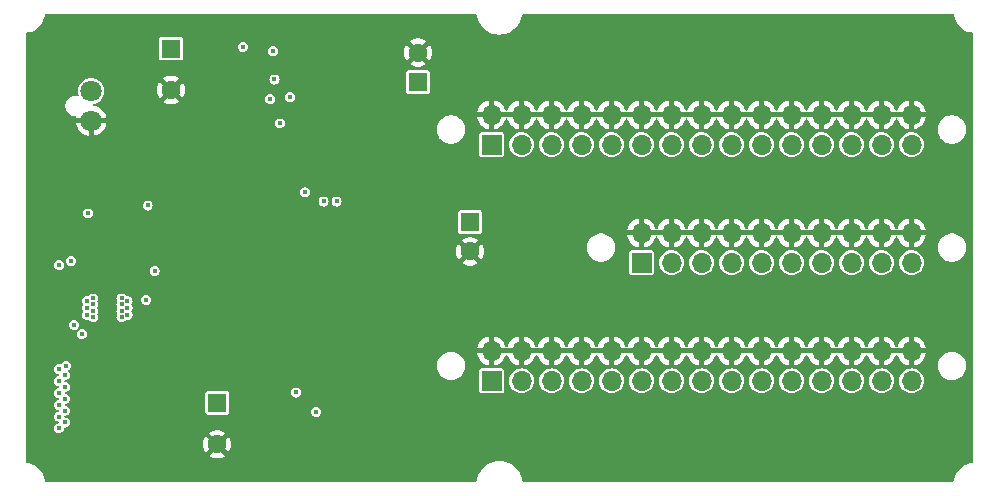
<source format=gbr>
%TF.GenerationSoftware,KiCad,Pcbnew,8.0.5*%
%TF.CreationDate,2024-10-27T11:22:31+01:00*%
%TF.ProjectId,BasePower,42617365-506f-4776-9572-2e6b69636164,rev?*%
%TF.SameCoordinates,Original*%
%TF.FileFunction,Copper,L3,Inr*%
%TF.FilePolarity,Positive*%
%FSLAX46Y46*%
G04 Gerber Fmt 4.6, Leading zero omitted, Abs format (unit mm)*
G04 Created by KiCad (PCBNEW 8.0.5) date 2024-10-27 11:22:31*
%MOMM*%
%LPD*%
G01*
G04 APERTURE LIST*
%TA.AperFunction,ComponentPad*%
%ADD10R,1.700000X1.700000*%
%TD*%
%TA.AperFunction,ComponentPad*%
%ADD11O,1.700000X1.700000*%
%TD*%
%TA.AperFunction,ComponentPad*%
%ADD12R,1.600000X1.600000*%
%TD*%
%TA.AperFunction,ComponentPad*%
%ADD13C,1.600000*%
%TD*%
%TA.AperFunction,ComponentPad*%
%ADD14C,1.800000*%
%TD*%
%TA.AperFunction,ViaPad*%
%ADD15C,0.450000*%
%TD*%
G04 APERTURE END LIST*
D10*
%TO.N,/12V Buck-Boost/12V*%
%TO.C,J4*%
X149325000Y-111275000D03*
D11*
%TO.N,GND*%
X149325000Y-108735000D03*
%TO.N,/12V Buck-Boost/12V*%
X151865000Y-111275000D03*
%TO.N,GND*%
X151865000Y-108735000D03*
%TO.N,/12V Buck-Boost/12V*%
X154405000Y-111275000D03*
%TO.N,GND*%
X154405000Y-108735000D03*
%TO.N,/12V Buck-Boost/12V*%
X156945000Y-111275000D03*
%TO.N,GND*%
X156945000Y-108735000D03*
%TO.N,/12V Buck-Boost/12V*%
X159485000Y-111275000D03*
%TO.N,GND*%
X159485000Y-108735000D03*
%TO.N,/12V Buck-Boost/12V*%
X162025000Y-111275000D03*
%TO.N,GND*%
X162025000Y-108735000D03*
%TO.N,/12V Buck-Boost/12V*%
X164565000Y-111275000D03*
%TO.N,GND*%
X164565000Y-108735000D03*
%TO.N,/12V Buck-Boost/12V*%
X167105000Y-111275000D03*
%TO.N,GND*%
X167105000Y-108735000D03*
%TO.N,/12V Buck-Boost/12V*%
X169645000Y-111275000D03*
%TO.N,GND*%
X169645000Y-108735000D03*
%TO.N,/12V Buck-Boost/12V*%
X172185000Y-111275000D03*
%TO.N,GND*%
X172185000Y-108735000D03*
%TO.N,/12V Buck-Boost/12V*%
X174725000Y-111275000D03*
%TO.N,GND*%
X174725000Y-108735000D03*
%TO.N,/12V Buck-Boost/12V*%
X177265000Y-111275000D03*
%TO.N,GND*%
X177265000Y-108735000D03*
%TO.N,/12V Buck-Boost/12V*%
X179805000Y-111275000D03*
%TO.N,GND*%
X179805000Y-108735000D03*
%TO.N,/12V Buck-Boost/12V*%
X182345000Y-111275000D03*
%TO.N,GND*%
X182345000Y-108735000D03*
%TO.N,/12V Buck-Boost/12V*%
X184885000Y-111275000D03*
%TO.N,GND*%
X184885000Y-108735000D03*
%TD*%
D10*
%TO.N,/12V Buck-Boost/5V*%
%TO.C,J3*%
X162025000Y-101275000D03*
D11*
%TO.N,GND*%
X162025000Y-98735000D03*
%TO.N,/12V Buck-Boost/5V*%
X164565000Y-101275000D03*
%TO.N,GND*%
X164565000Y-98735000D03*
%TO.N,/12V Buck-Boost/5V*%
X167105000Y-101275000D03*
%TO.N,GND*%
X167105000Y-98735000D03*
%TO.N,/12V Buck-Boost/5V*%
X169645000Y-101275000D03*
%TO.N,GND*%
X169645000Y-98735000D03*
%TO.N,/12V Buck-Boost/5V*%
X172185000Y-101275000D03*
%TO.N,GND*%
X172185000Y-98735000D03*
%TO.N,/12V Buck-Boost/5V*%
X174725000Y-101275000D03*
%TO.N,GND*%
X174725000Y-98735000D03*
%TO.N,/12V Buck-Boost/5V*%
X177265000Y-101275000D03*
%TO.N,GND*%
X177265000Y-98735000D03*
%TO.N,/12V Buck-Boost/5V*%
X179805000Y-101275000D03*
%TO.N,GND*%
X179805000Y-98735000D03*
%TO.N,/12V Buck-Boost/5V*%
X182345000Y-101275000D03*
%TO.N,GND*%
X182345000Y-98735000D03*
%TO.N,/12V Buck-Boost/5V*%
X184885000Y-101275000D03*
%TO.N,GND*%
X184885000Y-98735000D03*
%TD*%
D10*
%TO.N,/3.3V Buck/3.3V*%
%TO.C,J2*%
X149325000Y-91275000D03*
D11*
%TO.N,GND*%
X149325000Y-88735000D03*
%TO.N,/3.3V Buck/3.3V*%
X151865000Y-91275000D03*
%TO.N,GND*%
X151865000Y-88735000D03*
%TO.N,/3.3V Buck/3.3V*%
X154405000Y-91275000D03*
%TO.N,GND*%
X154405000Y-88735000D03*
%TO.N,/3.3V Buck/3.3V*%
X156945000Y-91275000D03*
%TO.N,GND*%
X156945000Y-88735000D03*
%TO.N,/3.3V Buck/3.3V*%
X159485000Y-91275000D03*
%TO.N,GND*%
X159485000Y-88735000D03*
%TO.N,/3.3V Buck/3.3V*%
X162025000Y-91275000D03*
%TO.N,GND*%
X162025000Y-88735000D03*
%TO.N,/3.3V Buck/3.3V*%
X164565000Y-91275000D03*
%TO.N,GND*%
X164565000Y-88735000D03*
%TO.N,/3.3V Buck/3.3V*%
X167105000Y-91275000D03*
%TO.N,GND*%
X167105000Y-88735000D03*
%TO.N,/3.3V Buck/3.3V*%
X169645000Y-91275000D03*
%TO.N,GND*%
X169645000Y-88735000D03*
%TO.N,/3.3V Buck/3.3V*%
X172185000Y-91275000D03*
%TO.N,GND*%
X172185000Y-88735000D03*
%TO.N,/3.3V Buck/3.3V*%
X174725000Y-91275000D03*
%TO.N,GND*%
X174725000Y-88735000D03*
%TO.N,/3.3V Buck/3.3V*%
X177265000Y-91275000D03*
%TO.N,GND*%
X177265000Y-88735000D03*
%TO.N,/3.3V Buck/3.3V*%
X179805000Y-91275000D03*
%TO.N,GND*%
X179805000Y-88735000D03*
%TO.N,/3.3V Buck/3.3V*%
X182345000Y-91275000D03*
%TO.N,GND*%
X182345000Y-88735000D03*
%TO.N,/3.3V Buck/3.3V*%
X184885000Y-91275000D03*
%TO.N,GND*%
X184885000Y-88735000D03*
%TD*%
D12*
%TO.N,/12V Buck-Boost/VIN*%
%TO.C,C1*%
X122200000Y-83147349D03*
D13*
%TO.N,GND*%
X122200000Y-86647349D03*
%TD*%
D14*
%TO.N,/12V Buck-Boost/VIN*%
%TO.C,J1*%
X115430000Y-86750000D03*
%TO.N,GND*%
X115430000Y-89250000D03*
%TD*%
D12*
%TO.N,Net-(U1-ISP)*%
%TO.C,C12*%
X126100000Y-113147349D03*
D13*
%TO.N,GND*%
X126100000Y-116647349D03*
%TD*%
%TO.N,GND*%
%TO.C,C22*%
X147500000Y-100317620D03*
D12*
%TO.N,/12V Buck-Boost/5V*%
X147500000Y-97817620D03*
%TD*%
D13*
%TO.N,GND*%
%TO.C,C29*%
X143100000Y-83482380D03*
D12*
%TO.N,/3.3V Buck/3.3V*%
X143100000Y-85982380D03*
%TD*%
D15*
%TO.N,GND*%
X121620000Y-98490000D03*
X118275000Y-93700000D03*
X116800000Y-92200000D03*
X115325000Y-93700000D03*
%TO.N,Net-(U1-SW2)*%
X120210000Y-96430000D03*
%TO.N,Net-(U1-SW1)*%
X115175000Y-97100000D03*
%TO.N,/12V Buck-Boost/5V*%
X120800000Y-101950000D03*
X112720000Y-101480000D03*
%TO.N,GND*%
X120800000Y-103500000D03*
X116800000Y-110300000D03*
X118200000Y-109500000D03*
X117300000Y-109600000D03*
%TO.N,Net-(U1-ISP)*%
X118500000Y-105700000D03*
X118500000Y-105100000D03*
X118500000Y-104500000D03*
X118000000Y-104800000D03*
X118000000Y-104300000D03*
X118000000Y-105400000D03*
X118000000Y-105900000D03*
%TO.N,/12V Buck-Boost/VIN*%
X115100000Y-104500000D03*
X115100000Y-105100000D03*
X115100000Y-105700000D03*
X115600000Y-105400000D03*
X115600000Y-104800000D03*
X115600000Y-105900000D03*
X115600000Y-104300000D03*
X113300000Y-110000000D03*
X112700000Y-110300000D03*
X113200000Y-110800000D03*
X112700000Y-111300000D03*
X113200000Y-111800000D03*
X112700000Y-112300000D03*
X113200000Y-112800000D03*
X112700000Y-113300000D03*
X113200000Y-113800000D03*
X112700000Y-114300000D03*
X113200000Y-114800000D03*
X112700000Y-115300000D03*
%TO.N,Net-(U1-FSW)*%
X114630000Y-107320000D03*
%TO.N,GND*%
X116800000Y-102100000D03*
X117310000Y-107870000D03*
X117800000Y-108200000D03*
X118200000Y-108800000D03*
X117500000Y-108800000D03*
X116030000Y-108140000D03*
X116800000Y-108200000D03*
X138300000Y-98600000D03*
X138500000Y-99300000D03*
X138300000Y-100000000D03*
X133450000Y-98650000D03*
X133400000Y-100000000D03*
X139300000Y-117075000D03*
X136100000Y-117075000D03*
X132800000Y-117075000D03*
X116800000Y-99300000D03*
X116800000Y-100300000D03*
X123370000Y-99700000D03*
X128800000Y-99100000D03*
X127800000Y-97600000D03*
X134100000Y-92400000D03*
X132700000Y-90800000D03*
X132000000Y-93600000D03*
X129600000Y-91600000D03*
X134900000Y-112100000D03*
X134600000Y-109000000D03*
X134530000Y-106120000D03*
X129200000Y-113690000D03*
X127700000Y-109300000D03*
X127900000Y-105900000D03*
X131200000Y-109900000D03*
X131000000Y-106300000D03*
X145600000Y-95200000D03*
X140800000Y-92900000D03*
%TO.N,/5V Buck/5VPG*%
X134475000Y-113900000D03*
%TO.N,/3.3V Buck/PG*%
X132800000Y-112262500D03*
%TO.N,/5V Buck/5VPG*%
X113720000Y-101120000D03*
X133530000Y-95320000D03*
%TO.N,Net-(U1-DITH{slash}SYNC)*%
X114000000Y-106520000D03*
%TO.N,Net-(U3-RT{slash}MODE{slash}SYNC)*%
X130950000Y-85760000D03*
%TO.N,GND*%
X114130000Y-103160000D03*
%TO.N,Net-(U2-RT)*%
X136210000Y-96090000D03*
%TO.N,/3.3V Buck/PG*%
X135110000Y-96090000D03*
%TO.N,/3.3V Buck/3.3V*%
X128275000Y-83000000D03*
%TO.N,/12V Buck-Boost/VIN*%
X131400000Y-89475000D03*
%TO.N,Net-(U3-EN)*%
X132270000Y-87240000D03*
%TO.N,/3.3V Buck/PG*%
X130580000Y-87420000D03*
%TO.N,Net-(U3-RT{slash}MODE{slash}SYNC)*%
X130830000Y-83360000D03*
%TO.N,GND*%
X133500000Y-99300000D03*
X136900000Y-98200000D03*
X135800000Y-98200000D03*
X134600000Y-98200000D03*
X136900000Y-100400000D03*
X135800000Y-100400000D03*
X134600000Y-100400000D03*
X137300000Y-99800000D03*
X137700000Y-99300000D03*
X137300000Y-98800000D03*
X136200000Y-99800000D03*
X136600000Y-99300000D03*
X136200000Y-98800000D03*
X135200000Y-99800000D03*
X135600000Y-99300000D03*
X135200000Y-98800000D03*
X134100000Y-99800000D03*
X134500000Y-99300000D03*
X134100000Y-98800000D03*
X135300000Y-84700000D03*
X134600000Y-84700000D03*
X133900000Y-84700000D03*
X133200000Y-84700000D03*
X132600000Y-84300000D03*
X132600000Y-85100000D03*
X132000000Y-84700000D03*
X131400000Y-84700000D03*
X130800000Y-84700000D03*
X131525000Y-87900000D03*
X138600000Y-83200000D03*
X137200000Y-83200000D03*
X130125000Y-81300000D03*
X128275000Y-84700000D03*
X129700000Y-86500000D03*
X128300000Y-86500000D03*
X136875000Y-95300000D03*
X141700000Y-100200000D03*
X140300000Y-100200000D03*
X141700000Y-98400000D03*
X140300000Y-98400000D03*
X130100000Y-98400000D03*
X131500000Y-98400000D03*
X131500000Y-100200000D03*
X130100000Y-100200000D03*
X111225000Y-102800000D03*
X116800000Y-107500000D03*
X116800000Y-102700000D03*
X116800000Y-103300000D03*
X116800000Y-103900000D03*
X116800000Y-104500000D03*
X116800000Y-106900000D03*
X116800000Y-106300000D03*
X116800000Y-105700000D03*
X116800000Y-105100000D03*
X117725000Y-112900000D03*
X117725000Y-110400000D03*
X115900000Y-111600000D03*
X115900000Y-110200000D03*
X115900000Y-115000000D03*
X115900000Y-113600000D03*
%TO.N,Net-(U1-CDC)*%
X120100000Y-104425000D03*
%TO.N,GND*%
X116800000Y-108900000D03*
X116400000Y-109600000D03*
X115500000Y-109400000D03*
X116000000Y-108800000D03*
X121130000Y-99970000D03*
%TD*%
%TA.AperFunction,Conductor*%
%TO.N,GND*%
G36*
X150592018Y-108535000D02*
G01*
X150594838Y-108535000D01*
X150594838Y-108536024D01*
X150595162Y-108536142D01*
X150595162Y-108535000D01*
X151403120Y-108535000D01*
X151399075Y-108542007D01*
X151365000Y-108669174D01*
X151365000Y-108800826D01*
X151399075Y-108927993D01*
X151403120Y-108935000D01*
X150598306Y-108935000D01*
X150598062Y-108935113D01*
X150597754Y-108935000D01*
X150595162Y-108935000D01*
X150595162Y-108934050D01*
X150594838Y-108933931D01*
X150594838Y-108935000D01*
X149786880Y-108935000D01*
X149790925Y-108927993D01*
X149825000Y-108800826D01*
X149825000Y-108669174D01*
X149790925Y-108542007D01*
X149786880Y-108535000D01*
X150591504Y-108535000D01*
X150591729Y-108534895D01*
X150592018Y-108535000D01*
G37*
%TD.AperFunction*%
%TA.AperFunction,Conductor*%
G36*
X153132018Y-108535000D02*
G01*
X153134838Y-108535000D01*
X153134838Y-108536024D01*
X153135162Y-108536142D01*
X153135162Y-108535000D01*
X153943120Y-108535000D01*
X153939075Y-108542007D01*
X153905000Y-108669174D01*
X153905000Y-108800826D01*
X153939075Y-108927993D01*
X153943120Y-108935000D01*
X153138306Y-108935000D01*
X153138062Y-108935113D01*
X153137754Y-108935000D01*
X153135162Y-108935000D01*
X153135162Y-108934050D01*
X153134838Y-108933931D01*
X153134838Y-108935000D01*
X152326880Y-108935000D01*
X152330925Y-108927993D01*
X152365000Y-108800826D01*
X152365000Y-108669174D01*
X152330925Y-108542007D01*
X152326880Y-108535000D01*
X153131504Y-108535000D01*
X153131729Y-108534895D01*
X153132018Y-108535000D01*
G37*
%TD.AperFunction*%
%TA.AperFunction,Conductor*%
G36*
X155672018Y-108535000D02*
G01*
X155674838Y-108535000D01*
X155674838Y-108536024D01*
X155675162Y-108536142D01*
X155675162Y-108535000D01*
X156483120Y-108535000D01*
X156479075Y-108542007D01*
X156445000Y-108669174D01*
X156445000Y-108800826D01*
X156479075Y-108927993D01*
X156483120Y-108935000D01*
X155678306Y-108935000D01*
X155678062Y-108935113D01*
X155677754Y-108935000D01*
X155675162Y-108935000D01*
X155675162Y-108934050D01*
X155674838Y-108933931D01*
X155674838Y-108935000D01*
X154866880Y-108935000D01*
X154870925Y-108927993D01*
X154905000Y-108800826D01*
X154905000Y-108669174D01*
X154870925Y-108542007D01*
X154866880Y-108535000D01*
X155671504Y-108535000D01*
X155671729Y-108534895D01*
X155672018Y-108535000D01*
G37*
%TD.AperFunction*%
%TA.AperFunction,Conductor*%
G36*
X158212018Y-108535000D02*
G01*
X158214838Y-108535000D01*
X158214838Y-108536024D01*
X158215162Y-108536142D01*
X158215162Y-108535000D01*
X159023120Y-108535000D01*
X159019075Y-108542007D01*
X158985000Y-108669174D01*
X158985000Y-108800826D01*
X159019075Y-108927993D01*
X159023120Y-108935000D01*
X158218306Y-108935000D01*
X158218062Y-108935113D01*
X158217754Y-108935000D01*
X158215162Y-108935000D01*
X158215162Y-108934050D01*
X158214838Y-108933931D01*
X158214838Y-108935000D01*
X157406880Y-108935000D01*
X157410925Y-108927993D01*
X157445000Y-108800826D01*
X157445000Y-108669174D01*
X157410925Y-108542007D01*
X157406880Y-108535000D01*
X158211504Y-108535000D01*
X158211729Y-108534895D01*
X158212018Y-108535000D01*
G37*
%TD.AperFunction*%
%TA.AperFunction,Conductor*%
G36*
X160752018Y-108535000D02*
G01*
X160754838Y-108535000D01*
X160754838Y-108536024D01*
X160755162Y-108536142D01*
X160755162Y-108535000D01*
X161563120Y-108535000D01*
X161559075Y-108542007D01*
X161525000Y-108669174D01*
X161525000Y-108800826D01*
X161559075Y-108927993D01*
X161563120Y-108935000D01*
X160758306Y-108935000D01*
X160758062Y-108935113D01*
X160757754Y-108935000D01*
X160755162Y-108935000D01*
X160755162Y-108934050D01*
X160754838Y-108933931D01*
X160754838Y-108935000D01*
X159946880Y-108935000D01*
X159950925Y-108927993D01*
X159985000Y-108800826D01*
X159985000Y-108669174D01*
X159950925Y-108542007D01*
X159946880Y-108535000D01*
X160751504Y-108535000D01*
X160751729Y-108534895D01*
X160752018Y-108535000D01*
G37*
%TD.AperFunction*%
%TA.AperFunction,Conductor*%
G36*
X163292018Y-108535000D02*
G01*
X163294838Y-108535000D01*
X163294838Y-108536024D01*
X163295162Y-108536142D01*
X163295162Y-108535000D01*
X164103120Y-108535000D01*
X164099075Y-108542007D01*
X164065000Y-108669174D01*
X164065000Y-108800826D01*
X164099075Y-108927993D01*
X164103120Y-108935000D01*
X163298306Y-108935000D01*
X163298062Y-108935113D01*
X163297754Y-108935000D01*
X163295162Y-108935000D01*
X163295162Y-108934050D01*
X163294838Y-108933931D01*
X163294838Y-108935000D01*
X162486880Y-108935000D01*
X162490925Y-108927993D01*
X162525000Y-108800826D01*
X162525000Y-108669174D01*
X162490925Y-108542007D01*
X162486880Y-108535000D01*
X163291504Y-108535000D01*
X163291729Y-108534895D01*
X163292018Y-108535000D01*
G37*
%TD.AperFunction*%
%TA.AperFunction,Conductor*%
G36*
X165832018Y-108535000D02*
G01*
X165834838Y-108535000D01*
X165834838Y-108536024D01*
X165835162Y-108536142D01*
X165835162Y-108535000D01*
X166643120Y-108535000D01*
X166639075Y-108542007D01*
X166605000Y-108669174D01*
X166605000Y-108800826D01*
X166639075Y-108927993D01*
X166643120Y-108935000D01*
X165838306Y-108935000D01*
X165838062Y-108935113D01*
X165837754Y-108935000D01*
X165835162Y-108935000D01*
X165835162Y-108934050D01*
X165834838Y-108933931D01*
X165834838Y-108935000D01*
X165026880Y-108935000D01*
X165030925Y-108927993D01*
X165065000Y-108800826D01*
X165065000Y-108669174D01*
X165030925Y-108542007D01*
X165026880Y-108535000D01*
X165831504Y-108535000D01*
X165831729Y-108534895D01*
X165832018Y-108535000D01*
G37*
%TD.AperFunction*%
%TA.AperFunction,Conductor*%
G36*
X168372018Y-108535000D02*
G01*
X168374838Y-108535000D01*
X168374838Y-108536024D01*
X168375162Y-108536142D01*
X168375162Y-108535000D01*
X169183120Y-108535000D01*
X169179075Y-108542007D01*
X169145000Y-108669174D01*
X169145000Y-108800826D01*
X169179075Y-108927993D01*
X169183120Y-108935000D01*
X168378306Y-108935000D01*
X168378062Y-108935113D01*
X168377754Y-108935000D01*
X168375162Y-108935000D01*
X168375162Y-108934050D01*
X168374838Y-108933931D01*
X168374838Y-108935000D01*
X167566880Y-108935000D01*
X167570925Y-108927993D01*
X167605000Y-108800826D01*
X167605000Y-108669174D01*
X167570925Y-108542007D01*
X167566880Y-108535000D01*
X168371504Y-108535000D01*
X168371729Y-108534895D01*
X168372018Y-108535000D01*
G37*
%TD.AperFunction*%
%TA.AperFunction,Conductor*%
G36*
X170912018Y-108535000D02*
G01*
X170914838Y-108535000D01*
X170914838Y-108536024D01*
X170915162Y-108536142D01*
X170915162Y-108535000D01*
X171723120Y-108535000D01*
X171719075Y-108542007D01*
X171685000Y-108669174D01*
X171685000Y-108800826D01*
X171719075Y-108927993D01*
X171723120Y-108935000D01*
X170918306Y-108935000D01*
X170918062Y-108935113D01*
X170917754Y-108935000D01*
X170915162Y-108935000D01*
X170915162Y-108934050D01*
X170914838Y-108933931D01*
X170914838Y-108935000D01*
X170106880Y-108935000D01*
X170110925Y-108927993D01*
X170145000Y-108800826D01*
X170145000Y-108669174D01*
X170110925Y-108542007D01*
X170106880Y-108535000D01*
X170911504Y-108535000D01*
X170911729Y-108534895D01*
X170912018Y-108535000D01*
G37*
%TD.AperFunction*%
%TA.AperFunction,Conductor*%
G36*
X173452018Y-108535000D02*
G01*
X173454838Y-108535000D01*
X173454838Y-108536024D01*
X173455162Y-108536142D01*
X173455162Y-108535000D01*
X174263120Y-108535000D01*
X174259075Y-108542007D01*
X174225000Y-108669174D01*
X174225000Y-108800826D01*
X174259075Y-108927993D01*
X174263120Y-108935000D01*
X173458306Y-108935000D01*
X173458062Y-108935113D01*
X173457754Y-108935000D01*
X173455162Y-108935000D01*
X173455162Y-108934050D01*
X173454838Y-108933931D01*
X173454838Y-108935000D01*
X172646880Y-108935000D01*
X172650925Y-108927993D01*
X172685000Y-108800826D01*
X172685000Y-108669174D01*
X172650925Y-108542007D01*
X172646880Y-108535000D01*
X173451504Y-108535000D01*
X173451729Y-108534895D01*
X173452018Y-108535000D01*
G37*
%TD.AperFunction*%
%TA.AperFunction,Conductor*%
G36*
X175992018Y-108535000D02*
G01*
X175994838Y-108535000D01*
X175994838Y-108536024D01*
X175995162Y-108536142D01*
X175995162Y-108535000D01*
X176803120Y-108535000D01*
X176799075Y-108542007D01*
X176765000Y-108669174D01*
X176765000Y-108800826D01*
X176799075Y-108927993D01*
X176803120Y-108935000D01*
X175998306Y-108935000D01*
X175998062Y-108935113D01*
X175997754Y-108935000D01*
X175995162Y-108935000D01*
X175995162Y-108934050D01*
X175994838Y-108933931D01*
X175994838Y-108935000D01*
X175186880Y-108935000D01*
X175190925Y-108927993D01*
X175225000Y-108800826D01*
X175225000Y-108669174D01*
X175190925Y-108542007D01*
X175186880Y-108535000D01*
X175991504Y-108535000D01*
X175991729Y-108534895D01*
X175992018Y-108535000D01*
G37*
%TD.AperFunction*%
%TA.AperFunction,Conductor*%
G36*
X178532018Y-108535000D02*
G01*
X178534838Y-108535000D01*
X178534838Y-108536024D01*
X178535162Y-108536142D01*
X178535162Y-108535000D01*
X179343120Y-108535000D01*
X179339075Y-108542007D01*
X179305000Y-108669174D01*
X179305000Y-108800826D01*
X179339075Y-108927993D01*
X179343120Y-108935000D01*
X178538306Y-108935000D01*
X178538062Y-108935113D01*
X178537754Y-108935000D01*
X178535162Y-108935000D01*
X178535162Y-108934050D01*
X178534838Y-108933931D01*
X178534838Y-108935000D01*
X177726880Y-108935000D01*
X177730925Y-108927993D01*
X177765000Y-108800826D01*
X177765000Y-108669174D01*
X177730925Y-108542007D01*
X177726880Y-108535000D01*
X178531504Y-108535000D01*
X178531729Y-108534895D01*
X178532018Y-108535000D01*
G37*
%TD.AperFunction*%
%TA.AperFunction,Conductor*%
G36*
X181072018Y-108535000D02*
G01*
X181074838Y-108535000D01*
X181074838Y-108536024D01*
X181075162Y-108536142D01*
X181075162Y-108535000D01*
X181883120Y-108535000D01*
X181879075Y-108542007D01*
X181845000Y-108669174D01*
X181845000Y-108800826D01*
X181879075Y-108927993D01*
X181883120Y-108935000D01*
X181078306Y-108935000D01*
X181078062Y-108935113D01*
X181077754Y-108935000D01*
X181075162Y-108935000D01*
X181075162Y-108934050D01*
X181074838Y-108933931D01*
X181074838Y-108935000D01*
X180266880Y-108935000D01*
X180270925Y-108927993D01*
X180305000Y-108800826D01*
X180305000Y-108669174D01*
X180270925Y-108542007D01*
X180266880Y-108535000D01*
X181071504Y-108535000D01*
X181071729Y-108534895D01*
X181072018Y-108535000D01*
G37*
%TD.AperFunction*%
%TA.AperFunction,Conductor*%
G36*
X183612018Y-108535000D02*
G01*
X183614838Y-108535000D01*
X183614838Y-108536024D01*
X183615162Y-108536142D01*
X183615162Y-108535000D01*
X184423120Y-108535000D01*
X184419075Y-108542007D01*
X184385000Y-108669174D01*
X184385000Y-108800826D01*
X184419075Y-108927993D01*
X184423120Y-108935000D01*
X183618306Y-108935000D01*
X183618062Y-108935113D01*
X183617754Y-108935000D01*
X183615162Y-108935000D01*
X183615162Y-108934050D01*
X183614838Y-108933931D01*
X183614838Y-108935000D01*
X182806880Y-108935000D01*
X182810925Y-108927993D01*
X182845000Y-108800826D01*
X182845000Y-108669174D01*
X182810925Y-108542007D01*
X182806880Y-108535000D01*
X183611504Y-108535000D01*
X183611729Y-108534895D01*
X183612018Y-108535000D01*
G37*
%TD.AperFunction*%
%TA.AperFunction,Conductor*%
G36*
X163292018Y-98535000D02*
G01*
X163294838Y-98535000D01*
X163294838Y-98536024D01*
X163295162Y-98536142D01*
X163295162Y-98535000D01*
X164103120Y-98535000D01*
X164099075Y-98542007D01*
X164065000Y-98669174D01*
X164065000Y-98800826D01*
X164099075Y-98927993D01*
X164103120Y-98935000D01*
X163298306Y-98935000D01*
X163298062Y-98935113D01*
X163297754Y-98935000D01*
X163295162Y-98935000D01*
X163295162Y-98934050D01*
X163294838Y-98933931D01*
X163294838Y-98935000D01*
X162486880Y-98935000D01*
X162490925Y-98927993D01*
X162525000Y-98800826D01*
X162525000Y-98669174D01*
X162490925Y-98542007D01*
X162486880Y-98535000D01*
X163291504Y-98535000D01*
X163291729Y-98534895D01*
X163292018Y-98535000D01*
G37*
%TD.AperFunction*%
%TA.AperFunction,Conductor*%
G36*
X165832018Y-98535000D02*
G01*
X165834838Y-98535000D01*
X165834838Y-98536024D01*
X165835162Y-98536142D01*
X165835162Y-98535000D01*
X166643120Y-98535000D01*
X166639075Y-98542007D01*
X166605000Y-98669174D01*
X166605000Y-98800826D01*
X166639075Y-98927993D01*
X166643120Y-98935000D01*
X165838306Y-98935000D01*
X165838062Y-98935113D01*
X165837754Y-98935000D01*
X165835162Y-98935000D01*
X165835162Y-98934050D01*
X165834838Y-98933931D01*
X165834838Y-98935000D01*
X165026880Y-98935000D01*
X165030925Y-98927993D01*
X165065000Y-98800826D01*
X165065000Y-98669174D01*
X165030925Y-98542007D01*
X165026880Y-98535000D01*
X165831504Y-98535000D01*
X165831729Y-98534895D01*
X165832018Y-98535000D01*
G37*
%TD.AperFunction*%
%TA.AperFunction,Conductor*%
G36*
X168372018Y-98535000D02*
G01*
X168374838Y-98535000D01*
X168374838Y-98536024D01*
X168375162Y-98536142D01*
X168375162Y-98535000D01*
X169183120Y-98535000D01*
X169179075Y-98542007D01*
X169145000Y-98669174D01*
X169145000Y-98800826D01*
X169179075Y-98927993D01*
X169183120Y-98935000D01*
X168378306Y-98935000D01*
X168378062Y-98935113D01*
X168377754Y-98935000D01*
X168375162Y-98935000D01*
X168375162Y-98934050D01*
X168374838Y-98933931D01*
X168374838Y-98935000D01*
X167566880Y-98935000D01*
X167570925Y-98927993D01*
X167605000Y-98800826D01*
X167605000Y-98669174D01*
X167570925Y-98542007D01*
X167566880Y-98535000D01*
X168371504Y-98535000D01*
X168371729Y-98534895D01*
X168372018Y-98535000D01*
G37*
%TD.AperFunction*%
%TA.AperFunction,Conductor*%
G36*
X170912018Y-98535000D02*
G01*
X170914838Y-98535000D01*
X170914838Y-98536024D01*
X170915162Y-98536142D01*
X170915162Y-98535000D01*
X171723120Y-98535000D01*
X171719075Y-98542007D01*
X171685000Y-98669174D01*
X171685000Y-98800826D01*
X171719075Y-98927993D01*
X171723120Y-98935000D01*
X170918306Y-98935000D01*
X170918062Y-98935113D01*
X170917754Y-98935000D01*
X170915162Y-98935000D01*
X170915162Y-98934050D01*
X170914838Y-98933931D01*
X170914838Y-98935000D01*
X170106880Y-98935000D01*
X170110925Y-98927993D01*
X170145000Y-98800826D01*
X170145000Y-98669174D01*
X170110925Y-98542007D01*
X170106880Y-98535000D01*
X170911504Y-98535000D01*
X170911729Y-98534895D01*
X170912018Y-98535000D01*
G37*
%TD.AperFunction*%
%TA.AperFunction,Conductor*%
G36*
X173452018Y-98535000D02*
G01*
X173454838Y-98535000D01*
X173454838Y-98536024D01*
X173455162Y-98536142D01*
X173455162Y-98535000D01*
X174263120Y-98535000D01*
X174259075Y-98542007D01*
X174225000Y-98669174D01*
X174225000Y-98800826D01*
X174259075Y-98927993D01*
X174263120Y-98935000D01*
X173458306Y-98935000D01*
X173458062Y-98935113D01*
X173457754Y-98935000D01*
X173455162Y-98935000D01*
X173455162Y-98934050D01*
X173454838Y-98933931D01*
X173454838Y-98935000D01*
X172646880Y-98935000D01*
X172650925Y-98927993D01*
X172685000Y-98800826D01*
X172685000Y-98669174D01*
X172650925Y-98542007D01*
X172646880Y-98535000D01*
X173451504Y-98535000D01*
X173451729Y-98534895D01*
X173452018Y-98535000D01*
G37*
%TD.AperFunction*%
%TA.AperFunction,Conductor*%
G36*
X175992018Y-98535000D02*
G01*
X175994838Y-98535000D01*
X175994838Y-98536024D01*
X175995162Y-98536142D01*
X175995162Y-98535000D01*
X176803120Y-98535000D01*
X176799075Y-98542007D01*
X176765000Y-98669174D01*
X176765000Y-98800826D01*
X176799075Y-98927993D01*
X176803120Y-98935000D01*
X175998306Y-98935000D01*
X175998062Y-98935113D01*
X175997754Y-98935000D01*
X175995162Y-98935000D01*
X175995162Y-98934050D01*
X175994838Y-98933931D01*
X175994838Y-98935000D01*
X175186880Y-98935000D01*
X175190925Y-98927993D01*
X175225000Y-98800826D01*
X175225000Y-98669174D01*
X175190925Y-98542007D01*
X175186880Y-98535000D01*
X175991504Y-98535000D01*
X175991729Y-98534895D01*
X175992018Y-98535000D01*
G37*
%TD.AperFunction*%
%TA.AperFunction,Conductor*%
G36*
X178532018Y-98535000D02*
G01*
X178534838Y-98535000D01*
X178534838Y-98536024D01*
X178535162Y-98536142D01*
X178535162Y-98535000D01*
X179343120Y-98535000D01*
X179339075Y-98542007D01*
X179305000Y-98669174D01*
X179305000Y-98800826D01*
X179339075Y-98927993D01*
X179343120Y-98935000D01*
X178538306Y-98935000D01*
X178538062Y-98935113D01*
X178537754Y-98935000D01*
X178535162Y-98935000D01*
X178535162Y-98934050D01*
X178534838Y-98933931D01*
X178534838Y-98935000D01*
X177726880Y-98935000D01*
X177730925Y-98927993D01*
X177765000Y-98800826D01*
X177765000Y-98669174D01*
X177730925Y-98542007D01*
X177726880Y-98535000D01*
X178531504Y-98535000D01*
X178531729Y-98534895D01*
X178532018Y-98535000D01*
G37*
%TD.AperFunction*%
%TA.AperFunction,Conductor*%
G36*
X181072018Y-98535000D02*
G01*
X181074838Y-98535000D01*
X181074838Y-98536024D01*
X181075162Y-98536142D01*
X181075162Y-98535000D01*
X181883120Y-98535000D01*
X181879075Y-98542007D01*
X181845000Y-98669174D01*
X181845000Y-98800826D01*
X181879075Y-98927993D01*
X181883120Y-98935000D01*
X181078306Y-98935000D01*
X181078062Y-98935113D01*
X181077754Y-98935000D01*
X181075162Y-98935000D01*
X181075162Y-98934050D01*
X181074838Y-98933931D01*
X181074838Y-98935000D01*
X180266880Y-98935000D01*
X180270925Y-98927993D01*
X180305000Y-98800826D01*
X180305000Y-98669174D01*
X180270925Y-98542007D01*
X180266880Y-98535000D01*
X181071504Y-98535000D01*
X181071729Y-98534895D01*
X181072018Y-98535000D01*
G37*
%TD.AperFunction*%
%TA.AperFunction,Conductor*%
G36*
X183612018Y-98535000D02*
G01*
X183614838Y-98535000D01*
X183614838Y-98536024D01*
X183615162Y-98536142D01*
X183615162Y-98535000D01*
X184423120Y-98535000D01*
X184419075Y-98542007D01*
X184385000Y-98669174D01*
X184385000Y-98800826D01*
X184419075Y-98927993D01*
X184423120Y-98935000D01*
X183618306Y-98935000D01*
X183618062Y-98935113D01*
X183617754Y-98935000D01*
X183615162Y-98935000D01*
X183615162Y-98934050D01*
X183614838Y-98933931D01*
X183614838Y-98935000D01*
X182806880Y-98935000D01*
X182810925Y-98927993D01*
X182845000Y-98800826D01*
X182845000Y-98669174D01*
X182810925Y-98542007D01*
X182806880Y-98535000D01*
X183611504Y-98535000D01*
X183611729Y-98534895D01*
X183612018Y-98535000D01*
G37*
%TD.AperFunction*%
%TA.AperFunction,Conductor*%
G36*
X150592018Y-88535000D02*
G01*
X150594838Y-88535000D01*
X150594838Y-88536024D01*
X150595162Y-88536142D01*
X150595162Y-88535000D01*
X151403120Y-88535000D01*
X151399075Y-88542007D01*
X151365000Y-88669174D01*
X151365000Y-88800826D01*
X151399075Y-88927993D01*
X151403120Y-88935000D01*
X150598306Y-88935000D01*
X150598062Y-88935113D01*
X150597754Y-88935000D01*
X150595162Y-88935000D01*
X150595162Y-88934050D01*
X150594838Y-88933931D01*
X150594838Y-88935000D01*
X149786880Y-88935000D01*
X149790925Y-88927993D01*
X149825000Y-88800826D01*
X149825000Y-88669174D01*
X149790925Y-88542007D01*
X149786880Y-88535000D01*
X150591504Y-88535000D01*
X150591729Y-88534895D01*
X150592018Y-88535000D01*
G37*
%TD.AperFunction*%
%TA.AperFunction,Conductor*%
G36*
X153132018Y-88535000D02*
G01*
X153134838Y-88535000D01*
X153134838Y-88536024D01*
X153135162Y-88536142D01*
X153135162Y-88535000D01*
X153943120Y-88535000D01*
X153939075Y-88542007D01*
X153905000Y-88669174D01*
X153905000Y-88800826D01*
X153939075Y-88927993D01*
X153943120Y-88935000D01*
X153138306Y-88935000D01*
X153138062Y-88935113D01*
X153137754Y-88935000D01*
X153135162Y-88935000D01*
X153135162Y-88934050D01*
X153134838Y-88933931D01*
X153134838Y-88935000D01*
X152326880Y-88935000D01*
X152330925Y-88927993D01*
X152365000Y-88800826D01*
X152365000Y-88669174D01*
X152330925Y-88542007D01*
X152326880Y-88535000D01*
X153131504Y-88535000D01*
X153131729Y-88534895D01*
X153132018Y-88535000D01*
G37*
%TD.AperFunction*%
%TA.AperFunction,Conductor*%
G36*
X155672018Y-88535000D02*
G01*
X155674838Y-88535000D01*
X155674838Y-88536024D01*
X155675162Y-88536142D01*
X155675162Y-88535000D01*
X156483120Y-88535000D01*
X156479075Y-88542007D01*
X156445000Y-88669174D01*
X156445000Y-88800826D01*
X156479075Y-88927993D01*
X156483120Y-88935000D01*
X155678306Y-88935000D01*
X155678062Y-88935113D01*
X155677754Y-88935000D01*
X155675162Y-88935000D01*
X155675162Y-88934050D01*
X155674838Y-88933931D01*
X155674838Y-88935000D01*
X154866880Y-88935000D01*
X154870925Y-88927993D01*
X154905000Y-88800826D01*
X154905000Y-88669174D01*
X154870925Y-88542007D01*
X154866880Y-88535000D01*
X155671504Y-88535000D01*
X155671729Y-88534895D01*
X155672018Y-88535000D01*
G37*
%TD.AperFunction*%
%TA.AperFunction,Conductor*%
G36*
X158212018Y-88535000D02*
G01*
X158214838Y-88535000D01*
X158214838Y-88536024D01*
X158215162Y-88536142D01*
X158215162Y-88535000D01*
X159023120Y-88535000D01*
X159019075Y-88542007D01*
X158985000Y-88669174D01*
X158985000Y-88800826D01*
X159019075Y-88927993D01*
X159023120Y-88935000D01*
X158218306Y-88935000D01*
X158218062Y-88935113D01*
X158217754Y-88935000D01*
X158215162Y-88935000D01*
X158215162Y-88934050D01*
X158214838Y-88933931D01*
X158214838Y-88935000D01*
X157406880Y-88935000D01*
X157410925Y-88927993D01*
X157445000Y-88800826D01*
X157445000Y-88669174D01*
X157410925Y-88542007D01*
X157406880Y-88535000D01*
X158211504Y-88535000D01*
X158211729Y-88534895D01*
X158212018Y-88535000D01*
G37*
%TD.AperFunction*%
%TA.AperFunction,Conductor*%
G36*
X160752018Y-88535000D02*
G01*
X160754838Y-88535000D01*
X160754838Y-88536024D01*
X160755162Y-88536142D01*
X160755162Y-88535000D01*
X161563120Y-88535000D01*
X161559075Y-88542007D01*
X161525000Y-88669174D01*
X161525000Y-88800826D01*
X161559075Y-88927993D01*
X161563120Y-88935000D01*
X160758306Y-88935000D01*
X160758062Y-88935113D01*
X160757754Y-88935000D01*
X160755162Y-88935000D01*
X160755162Y-88934050D01*
X160754838Y-88933931D01*
X160754838Y-88935000D01*
X159946880Y-88935000D01*
X159950925Y-88927993D01*
X159985000Y-88800826D01*
X159985000Y-88669174D01*
X159950925Y-88542007D01*
X159946880Y-88535000D01*
X160751504Y-88535000D01*
X160751729Y-88534895D01*
X160752018Y-88535000D01*
G37*
%TD.AperFunction*%
%TA.AperFunction,Conductor*%
G36*
X163292018Y-88535000D02*
G01*
X163294838Y-88535000D01*
X163294838Y-88536024D01*
X163295162Y-88536142D01*
X163295162Y-88535000D01*
X164103120Y-88535000D01*
X164099075Y-88542007D01*
X164065000Y-88669174D01*
X164065000Y-88800826D01*
X164099075Y-88927993D01*
X164103120Y-88935000D01*
X163298306Y-88935000D01*
X163298062Y-88935113D01*
X163297754Y-88935000D01*
X163295162Y-88935000D01*
X163295162Y-88934050D01*
X163294838Y-88933931D01*
X163294838Y-88935000D01*
X162486880Y-88935000D01*
X162490925Y-88927993D01*
X162525000Y-88800826D01*
X162525000Y-88669174D01*
X162490925Y-88542007D01*
X162486880Y-88535000D01*
X163291504Y-88535000D01*
X163291729Y-88534895D01*
X163292018Y-88535000D01*
G37*
%TD.AperFunction*%
%TA.AperFunction,Conductor*%
G36*
X165832018Y-88535000D02*
G01*
X165834838Y-88535000D01*
X165834838Y-88536024D01*
X165835162Y-88536142D01*
X165835162Y-88535000D01*
X166643120Y-88535000D01*
X166639075Y-88542007D01*
X166605000Y-88669174D01*
X166605000Y-88800826D01*
X166639075Y-88927993D01*
X166643120Y-88935000D01*
X165838306Y-88935000D01*
X165838062Y-88935113D01*
X165837754Y-88935000D01*
X165835162Y-88935000D01*
X165835162Y-88934050D01*
X165834838Y-88933931D01*
X165834838Y-88935000D01*
X165026880Y-88935000D01*
X165030925Y-88927993D01*
X165065000Y-88800826D01*
X165065000Y-88669174D01*
X165030925Y-88542007D01*
X165026880Y-88535000D01*
X165831504Y-88535000D01*
X165831729Y-88534895D01*
X165832018Y-88535000D01*
G37*
%TD.AperFunction*%
%TA.AperFunction,Conductor*%
G36*
X168372018Y-88535000D02*
G01*
X168374838Y-88535000D01*
X168374838Y-88536024D01*
X168375162Y-88536142D01*
X168375162Y-88535000D01*
X169183120Y-88535000D01*
X169179075Y-88542007D01*
X169145000Y-88669174D01*
X169145000Y-88800826D01*
X169179075Y-88927993D01*
X169183120Y-88935000D01*
X168378306Y-88935000D01*
X168378062Y-88935113D01*
X168377754Y-88935000D01*
X168375162Y-88935000D01*
X168375162Y-88934050D01*
X168374838Y-88933931D01*
X168374838Y-88935000D01*
X167566880Y-88935000D01*
X167570925Y-88927993D01*
X167605000Y-88800826D01*
X167605000Y-88669174D01*
X167570925Y-88542007D01*
X167566880Y-88535000D01*
X168371504Y-88535000D01*
X168371729Y-88534895D01*
X168372018Y-88535000D01*
G37*
%TD.AperFunction*%
%TA.AperFunction,Conductor*%
G36*
X170912018Y-88535000D02*
G01*
X170914838Y-88535000D01*
X170914838Y-88536024D01*
X170915162Y-88536142D01*
X170915162Y-88535000D01*
X171723120Y-88535000D01*
X171719075Y-88542007D01*
X171685000Y-88669174D01*
X171685000Y-88800826D01*
X171719075Y-88927993D01*
X171723120Y-88935000D01*
X170918306Y-88935000D01*
X170918062Y-88935113D01*
X170917754Y-88935000D01*
X170915162Y-88935000D01*
X170915162Y-88934050D01*
X170914838Y-88933931D01*
X170914838Y-88935000D01*
X170106880Y-88935000D01*
X170110925Y-88927993D01*
X170145000Y-88800826D01*
X170145000Y-88669174D01*
X170110925Y-88542007D01*
X170106880Y-88535000D01*
X170911504Y-88535000D01*
X170911729Y-88534895D01*
X170912018Y-88535000D01*
G37*
%TD.AperFunction*%
%TA.AperFunction,Conductor*%
G36*
X173452018Y-88535000D02*
G01*
X173454838Y-88535000D01*
X173454838Y-88536024D01*
X173455162Y-88536142D01*
X173455162Y-88535000D01*
X174263120Y-88535000D01*
X174259075Y-88542007D01*
X174225000Y-88669174D01*
X174225000Y-88800826D01*
X174259075Y-88927993D01*
X174263120Y-88935000D01*
X173458306Y-88935000D01*
X173458062Y-88935113D01*
X173457754Y-88935000D01*
X173455162Y-88935000D01*
X173455162Y-88934050D01*
X173454838Y-88933931D01*
X173454838Y-88935000D01*
X172646880Y-88935000D01*
X172650925Y-88927993D01*
X172685000Y-88800826D01*
X172685000Y-88669174D01*
X172650925Y-88542007D01*
X172646880Y-88535000D01*
X173451504Y-88535000D01*
X173451729Y-88534895D01*
X173452018Y-88535000D01*
G37*
%TD.AperFunction*%
%TA.AperFunction,Conductor*%
G36*
X175992018Y-88535000D02*
G01*
X175994838Y-88535000D01*
X175994838Y-88536024D01*
X175995162Y-88536142D01*
X175995162Y-88535000D01*
X176803120Y-88535000D01*
X176799075Y-88542007D01*
X176765000Y-88669174D01*
X176765000Y-88800826D01*
X176799075Y-88927993D01*
X176803120Y-88935000D01*
X175998306Y-88935000D01*
X175998062Y-88935113D01*
X175997754Y-88935000D01*
X175995162Y-88935000D01*
X175995162Y-88934050D01*
X175994838Y-88933931D01*
X175994838Y-88935000D01*
X175186880Y-88935000D01*
X175190925Y-88927993D01*
X175225000Y-88800826D01*
X175225000Y-88669174D01*
X175190925Y-88542007D01*
X175186880Y-88535000D01*
X175991504Y-88535000D01*
X175991729Y-88534895D01*
X175992018Y-88535000D01*
G37*
%TD.AperFunction*%
%TA.AperFunction,Conductor*%
G36*
X178532018Y-88535000D02*
G01*
X178534838Y-88535000D01*
X178534838Y-88536024D01*
X178535162Y-88536142D01*
X178535162Y-88535000D01*
X179343120Y-88535000D01*
X179339075Y-88542007D01*
X179305000Y-88669174D01*
X179305000Y-88800826D01*
X179339075Y-88927993D01*
X179343120Y-88935000D01*
X178538306Y-88935000D01*
X178538062Y-88935113D01*
X178537754Y-88935000D01*
X178535162Y-88935000D01*
X178535162Y-88934050D01*
X178534838Y-88933931D01*
X178534838Y-88935000D01*
X177726880Y-88935000D01*
X177730925Y-88927993D01*
X177765000Y-88800826D01*
X177765000Y-88669174D01*
X177730925Y-88542007D01*
X177726880Y-88535000D01*
X178531504Y-88535000D01*
X178531729Y-88534895D01*
X178532018Y-88535000D01*
G37*
%TD.AperFunction*%
%TA.AperFunction,Conductor*%
G36*
X181072018Y-88535000D02*
G01*
X181074838Y-88535000D01*
X181074838Y-88536024D01*
X181075162Y-88536142D01*
X181075162Y-88535000D01*
X181883120Y-88535000D01*
X181879075Y-88542007D01*
X181845000Y-88669174D01*
X181845000Y-88800826D01*
X181879075Y-88927993D01*
X181883120Y-88935000D01*
X181078306Y-88935000D01*
X181078062Y-88935113D01*
X181077754Y-88935000D01*
X181075162Y-88935000D01*
X181075162Y-88934050D01*
X181074838Y-88933931D01*
X181074838Y-88935000D01*
X180266880Y-88935000D01*
X180270925Y-88927993D01*
X180305000Y-88800826D01*
X180305000Y-88669174D01*
X180270925Y-88542007D01*
X180266880Y-88535000D01*
X181071504Y-88535000D01*
X181071729Y-88534895D01*
X181072018Y-88535000D01*
G37*
%TD.AperFunction*%
%TA.AperFunction,Conductor*%
G36*
X183612018Y-88535000D02*
G01*
X183614838Y-88535000D01*
X183614838Y-88536024D01*
X183615162Y-88536142D01*
X183615162Y-88535000D01*
X184423120Y-88535000D01*
X184419075Y-88542007D01*
X184385000Y-88669174D01*
X184385000Y-88800826D01*
X184419075Y-88927993D01*
X184423120Y-88935000D01*
X183618306Y-88935000D01*
X183618062Y-88935113D01*
X183617754Y-88935000D01*
X183615162Y-88935000D01*
X183615162Y-88934050D01*
X183614838Y-88933931D01*
X183614838Y-88935000D01*
X182806880Y-88935000D01*
X182810925Y-88927993D01*
X182845000Y-88800826D01*
X182845000Y-88669174D01*
X182810925Y-88542007D01*
X182806880Y-88535000D01*
X183611504Y-88535000D01*
X183611729Y-88534895D01*
X183612018Y-88535000D01*
G37*
%TD.AperFunction*%
%TA.AperFunction,Conductor*%
G36*
X148046521Y-80222174D02*
G01*
X148067506Y-80264424D01*
X148085833Y-80397766D01*
X148152404Y-80635360D01*
X148157825Y-80654709D01*
X148264133Y-80899454D01*
X148264136Y-80899459D01*
X148264137Y-80899461D01*
X148264139Y-80899465D01*
X148402770Y-81127434D01*
X148402772Y-81127437D01*
X148402776Y-81127443D01*
X148571173Y-81334431D01*
X148766186Y-81516561D01*
X148806712Y-81545167D01*
X148984179Y-81670437D01*
X148984183Y-81670439D01*
X149221103Y-81793201D01*
X149221106Y-81793202D01*
X149221108Y-81793203D01*
X149472522Y-81882556D01*
X149472529Y-81882557D01*
X149472532Y-81882559D01*
X149472535Y-81882559D01*
X149472540Y-81882561D01*
X149733774Y-81936846D01*
X149733781Y-81936847D01*
X149733786Y-81936848D01*
X149733789Y-81936848D01*
X149733795Y-81936849D01*
X149999993Y-81955058D01*
X150000000Y-81955058D01*
X150000007Y-81955058D01*
X150266204Y-81936849D01*
X150266208Y-81936848D01*
X150266214Y-81936848D01*
X150266220Y-81936846D01*
X150266225Y-81936846D01*
X150527459Y-81882561D01*
X150527460Y-81882560D01*
X150527468Y-81882559D01*
X150527474Y-81882556D01*
X150527477Y-81882556D01*
X150678325Y-81828944D01*
X150778897Y-81793201D01*
X151015817Y-81670439D01*
X151233814Y-81516561D01*
X151428827Y-81334431D01*
X151597224Y-81127443D01*
X151735867Y-80899454D01*
X151842175Y-80654709D01*
X151914166Y-80397768D01*
X151924862Y-80319944D01*
X151932494Y-80264424D01*
X151961092Y-80215536D01*
X152005805Y-80200500D01*
X188395463Y-80200500D01*
X188447789Y-80222174D01*
X188468830Y-80264841D01*
X188480305Y-80352006D01*
X188541393Y-80579991D01*
X188631714Y-80798045D01*
X188631715Y-80798048D01*
X188749724Y-81002446D01*
X188749728Y-81002452D01*
X188893408Y-81189699D01*
X189060300Y-81356591D01*
X189247547Y-81500271D01*
X189247553Y-81500275D01*
X189451951Y-81618284D01*
X189670007Y-81708606D01*
X189897986Y-81769693D01*
X189897992Y-81769693D01*
X189897993Y-81769694D01*
X189916134Y-81772082D01*
X189985158Y-81781169D01*
X190034208Y-81809487D01*
X190049500Y-81854536D01*
X190049500Y-118145462D01*
X190027826Y-118197788D01*
X189985160Y-118218829D01*
X189897992Y-118230306D01*
X189897990Y-118230306D01*
X189897986Y-118230307D01*
X189794580Y-118258014D01*
X189670008Y-118291393D01*
X189451954Y-118381714D01*
X189451951Y-118381715D01*
X189247553Y-118499724D01*
X189247547Y-118499728D01*
X189060300Y-118643408D01*
X188893408Y-118810300D01*
X188749728Y-118997547D01*
X188749724Y-118997553D01*
X188631715Y-119201951D01*
X188631714Y-119201954D01*
X188541393Y-119420008D01*
X188480305Y-119647993D01*
X188468830Y-119735159D01*
X188440511Y-119784208D01*
X188395463Y-119799500D01*
X152005805Y-119799500D01*
X151953479Y-119777826D01*
X151932494Y-119735576D01*
X151914166Y-119602233D01*
X151897648Y-119543277D01*
X151842175Y-119345291D01*
X151735867Y-119100546D01*
X151641929Y-118946072D01*
X151597229Y-118872565D01*
X151597228Y-118872564D01*
X151597224Y-118872557D01*
X151428827Y-118665569D01*
X151233814Y-118483439D01*
X151193288Y-118454833D01*
X151015820Y-118329562D01*
X150778891Y-118206796D01*
X150527477Y-118117443D01*
X150527459Y-118117438D01*
X150266225Y-118063153D01*
X150266204Y-118063150D01*
X150000007Y-118044942D01*
X149999993Y-118044942D01*
X149733795Y-118063150D01*
X149733774Y-118063153D01*
X149472540Y-118117438D01*
X149472522Y-118117443D01*
X149221108Y-118206796D01*
X148984179Y-118329562D01*
X148766188Y-118483437D01*
X148594902Y-118643408D01*
X148571173Y-118665569D01*
X148471119Y-118788552D01*
X148402776Y-118872557D01*
X148402770Y-118872565D01*
X148264139Y-119100534D01*
X148264137Y-119100538D01*
X148264134Y-119100542D01*
X148264133Y-119100546D01*
X148220085Y-119201954D01*
X148157824Y-119345292D01*
X148085833Y-119602233D01*
X148067506Y-119735576D01*
X148038908Y-119784464D01*
X147994195Y-119799500D01*
X111604537Y-119799500D01*
X111552211Y-119777826D01*
X111531170Y-119735159D01*
X111519694Y-119647993D01*
X111519693Y-119647992D01*
X111519693Y-119647986D01*
X111458606Y-119420007D01*
X111368284Y-119201951D01*
X111309731Y-119100534D01*
X111250275Y-118997553D01*
X111250271Y-118997547D01*
X111106591Y-118810300D01*
X110939699Y-118643408D01*
X110752452Y-118499728D01*
X110752446Y-118499724D01*
X110548048Y-118381715D01*
X110548045Y-118381714D01*
X110329991Y-118291393D01*
X110251015Y-118270232D01*
X110102014Y-118230307D01*
X110102007Y-118230306D01*
X110014840Y-118218829D01*
X109965791Y-118190510D01*
X109950500Y-118145462D01*
X109950500Y-116647345D01*
X124894859Y-116647345D01*
X124894859Y-116647352D01*
X124915377Y-116868781D01*
X124915379Y-116868794D01*
X124976237Y-117082691D01*
X124976239Y-117082695D01*
X125075368Y-117281775D01*
X125075370Y-117281778D01*
X125121560Y-117342943D01*
X125713629Y-116750874D01*
X125727259Y-116801743D01*
X125779920Y-116892955D01*
X125854394Y-116967429D01*
X125945606Y-117020090D01*
X125996472Y-117033719D01*
X125403000Y-117627190D01*
X125562817Y-117726143D01*
X125562827Y-117726148D01*
X125770194Y-117806483D01*
X125988800Y-117847348D01*
X125988806Y-117847349D01*
X126211194Y-117847349D01*
X126211199Y-117847348D01*
X126429805Y-117806483D01*
X126637172Y-117726148D01*
X126637182Y-117726143D01*
X126796997Y-117627189D01*
X126203527Y-117033719D01*
X126254394Y-117020090D01*
X126345606Y-116967429D01*
X126420080Y-116892955D01*
X126472741Y-116801743D01*
X126486370Y-116750876D01*
X127078438Y-117342944D01*
X127124629Y-117281777D01*
X127124631Y-117281775D01*
X127223760Y-117082695D01*
X127223762Y-117082691D01*
X127284620Y-116868794D01*
X127284622Y-116868781D01*
X127305141Y-116647352D01*
X127305141Y-116647345D01*
X127284622Y-116425916D01*
X127284620Y-116425903D01*
X127223762Y-116212006D01*
X127223760Y-116212002D01*
X127124631Y-116012922D01*
X127124629Y-116012919D01*
X127078437Y-115951752D01*
X126486370Y-116543820D01*
X126472741Y-116492955D01*
X126420080Y-116401743D01*
X126345606Y-116327269D01*
X126254394Y-116274608D01*
X126203525Y-116260978D01*
X126796998Y-115667506D01*
X126637182Y-115568554D01*
X126637172Y-115568549D01*
X126429805Y-115488214D01*
X126211199Y-115447349D01*
X125988800Y-115447349D01*
X125770194Y-115488214D01*
X125562827Y-115568549D01*
X125562817Y-115568554D01*
X125403000Y-115667506D01*
X125996472Y-116260978D01*
X125945606Y-116274608D01*
X125854394Y-116327269D01*
X125779920Y-116401743D01*
X125727259Y-116492955D01*
X125713629Y-116543821D01*
X125121560Y-115951752D01*
X125075368Y-116012923D01*
X125075367Y-116012926D01*
X124976239Y-116212002D01*
X124976237Y-116212006D01*
X124915379Y-116425903D01*
X124915377Y-116425916D01*
X124894859Y-116647345D01*
X109950500Y-116647345D01*
X109950500Y-110300000D01*
X112269196Y-110300000D01*
X112290280Y-110433126D01*
X112351471Y-110553219D01*
X112351472Y-110553220D01*
X112446780Y-110648528D01*
X112566874Y-110709719D01*
X112675420Y-110726911D01*
X112723711Y-110756504D01*
X112736933Y-110811576D01*
X112707340Y-110859867D01*
X112675420Y-110873089D01*
X112566874Y-110890280D01*
X112566873Y-110890281D01*
X112446780Y-110951471D01*
X112351471Y-111046780D01*
X112290281Y-111166873D01*
X112290280Y-111166873D01*
X112269196Y-111300000D01*
X112290280Y-111433126D01*
X112351471Y-111553219D01*
X112351472Y-111553220D01*
X112446780Y-111648528D01*
X112566874Y-111709719D01*
X112675420Y-111726911D01*
X112723711Y-111756504D01*
X112736933Y-111811576D01*
X112707340Y-111859867D01*
X112675420Y-111873089D01*
X112566874Y-111890280D01*
X112566873Y-111890281D01*
X112446780Y-111951471D01*
X112351471Y-112046780D01*
X112290281Y-112166873D01*
X112290280Y-112166873D01*
X112269196Y-112300000D01*
X112290280Y-112433126D01*
X112351471Y-112553219D01*
X112351472Y-112553220D01*
X112446780Y-112648528D01*
X112566874Y-112709719D01*
X112675420Y-112726911D01*
X112723711Y-112756504D01*
X112736933Y-112811576D01*
X112707340Y-112859867D01*
X112675420Y-112873089D01*
X112566874Y-112890280D01*
X112566873Y-112890281D01*
X112446780Y-112951471D01*
X112351471Y-113046780D01*
X112290281Y-113166873D01*
X112290280Y-113166873D01*
X112269196Y-113300000D01*
X112290280Y-113433126D01*
X112350581Y-113551472D01*
X112351472Y-113553220D01*
X112446780Y-113648528D01*
X112566874Y-113709719D01*
X112675420Y-113726911D01*
X112723711Y-113756504D01*
X112736933Y-113811576D01*
X112707340Y-113859867D01*
X112675420Y-113873089D01*
X112566874Y-113890280D01*
X112566873Y-113890281D01*
X112446780Y-113951471D01*
X112351471Y-114046780D01*
X112290281Y-114166873D01*
X112290280Y-114166873D01*
X112269196Y-114300000D01*
X112290280Y-114433126D01*
X112351471Y-114553219D01*
X112351472Y-114553220D01*
X112446780Y-114648528D01*
X112566874Y-114709719D01*
X112675420Y-114726911D01*
X112723711Y-114756504D01*
X112736933Y-114811576D01*
X112707340Y-114859867D01*
X112675420Y-114873089D01*
X112566874Y-114890280D01*
X112566873Y-114890281D01*
X112446780Y-114951471D01*
X112351471Y-115046780D01*
X112290281Y-115166873D01*
X112290280Y-115166873D01*
X112269196Y-115300000D01*
X112290280Y-115433126D01*
X112351471Y-115553219D01*
X112351472Y-115553220D01*
X112446780Y-115648528D01*
X112566873Y-115709718D01*
X112566873Y-115709719D01*
X112585075Y-115712601D01*
X112700000Y-115730804D01*
X112833126Y-115709719D01*
X112953220Y-115648528D01*
X113048528Y-115553220D01*
X113109719Y-115433126D01*
X113130804Y-115300000D01*
X113130803Y-115299999D01*
X113131715Y-115294248D01*
X113134963Y-115294762D01*
X113152478Y-115252478D01*
X113194762Y-115234963D01*
X113194248Y-115231715D01*
X113333126Y-115209719D01*
X113453220Y-115148528D01*
X113548528Y-115053220D01*
X113609719Y-114933126D01*
X113630804Y-114800000D01*
X113609719Y-114666874D01*
X113609719Y-114666873D01*
X113548528Y-114546780D01*
X113453219Y-114451471D01*
X113333126Y-114390281D01*
X113333126Y-114390280D01*
X113233073Y-114374434D01*
X113224578Y-114373088D01*
X113176288Y-114343496D01*
X113163066Y-114288424D01*
X113192659Y-114240133D01*
X113224578Y-114226911D01*
X113333126Y-114209719D01*
X113453220Y-114148528D01*
X113548528Y-114053220D01*
X113609719Y-113933126D01*
X113630804Y-113800000D01*
X113609719Y-113666874D01*
X113609719Y-113666873D01*
X113548528Y-113546780D01*
X113453219Y-113451471D01*
X113333126Y-113390281D01*
X113333126Y-113390280D01*
X113233073Y-113374434D01*
X113224578Y-113373088D01*
X113176288Y-113343496D01*
X113163066Y-113288424D01*
X113192659Y-113240133D01*
X113224578Y-113226911D01*
X113333126Y-113209719D01*
X113453220Y-113148528D01*
X113548528Y-113053220D01*
X113609719Y-112933126D01*
X113630804Y-112800000D01*
X113610566Y-112672219D01*
X113609719Y-112666873D01*
X113548528Y-112546780D01*
X113453219Y-112451471D01*
X113333126Y-112390281D01*
X113333126Y-112390280D01*
X113233073Y-112374434D01*
X113224578Y-112373088D01*
X113176288Y-112343496D01*
X113172472Y-112327602D01*
X125099500Y-112327602D01*
X125099500Y-113967095D01*
X125111133Y-114025581D01*
X125129601Y-114053219D01*
X125155448Y-114091901D01*
X125199560Y-114121376D01*
X125221767Y-114136215D01*
X125221768Y-114136215D01*
X125221769Y-114136216D01*
X125280252Y-114147849D01*
X125280254Y-114147849D01*
X126919746Y-114147849D01*
X126919748Y-114147849D01*
X126978231Y-114136216D01*
X127044552Y-114091901D01*
X127088867Y-114025580D01*
X127100500Y-113967097D01*
X127100500Y-113900000D01*
X134044196Y-113900000D01*
X134065280Y-114033126D01*
X134123735Y-114147849D01*
X134126472Y-114153220D01*
X134221780Y-114248528D01*
X134341873Y-114309718D01*
X134341873Y-114309719D01*
X134360075Y-114312601D01*
X134475000Y-114330804D01*
X134608126Y-114309719D01*
X134728220Y-114248528D01*
X134823528Y-114153220D01*
X134884719Y-114033126D01*
X134905804Y-113900000D01*
X134884719Y-113766874D01*
X134884719Y-113766873D01*
X134823528Y-113646780D01*
X134728219Y-113551471D01*
X134608126Y-113490281D01*
X134608126Y-113490280D01*
X134475000Y-113469196D01*
X134341873Y-113490280D01*
X134341873Y-113490281D01*
X134221780Y-113551471D01*
X134126471Y-113646780D01*
X134065281Y-113766873D01*
X134065280Y-113766873D01*
X134044196Y-113900000D01*
X127100500Y-113900000D01*
X127100500Y-112327601D01*
X127088867Y-112269118D01*
X127084445Y-112262500D01*
X132369196Y-112262500D01*
X132390280Y-112395626D01*
X132451471Y-112515719D01*
X132451472Y-112515720D01*
X132546780Y-112611028D01*
X132666873Y-112672218D01*
X132666873Y-112672219D01*
X132685075Y-112675101D01*
X132800000Y-112693304D01*
X132933126Y-112672219D01*
X133053220Y-112611028D01*
X133148528Y-112515720D01*
X133209719Y-112395626D01*
X133230804Y-112262500D01*
X133209719Y-112129374D01*
X133209719Y-112129373D01*
X133148528Y-112009280D01*
X133053219Y-111913971D01*
X132933126Y-111852781D01*
X132933126Y-111852780D01*
X132800000Y-111831696D01*
X132666873Y-111852780D01*
X132666873Y-111852781D01*
X132546780Y-111913971D01*
X132451471Y-112009280D01*
X132390281Y-112129373D01*
X132390280Y-112129373D01*
X132369196Y-112262500D01*
X127084445Y-112262500D01*
X127044552Y-112202797D01*
X127022343Y-112187957D01*
X126978232Y-112158482D01*
X126978233Y-112158482D01*
X126948989Y-112152665D01*
X126919748Y-112146849D01*
X125280252Y-112146849D01*
X125251010Y-112152665D01*
X125221767Y-112158482D01*
X125155449Y-112202796D01*
X125155447Y-112202798D01*
X125111133Y-112269116D01*
X125099500Y-112327602D01*
X113172472Y-112327602D01*
X113163066Y-112288424D01*
X113192659Y-112240133D01*
X113224578Y-112226911D01*
X113333126Y-112209719D01*
X113453220Y-112148528D01*
X113548528Y-112053220D01*
X113609719Y-111933126D01*
X113630804Y-111800000D01*
X113609719Y-111666874D01*
X113609719Y-111666873D01*
X113548528Y-111546780D01*
X113453219Y-111451471D01*
X113333126Y-111390281D01*
X113333126Y-111390280D01*
X113233073Y-111374434D01*
X113224578Y-111373088D01*
X113176288Y-111343496D01*
X113163066Y-111288424D01*
X113192659Y-111240133D01*
X113224578Y-111226911D01*
X113333126Y-111209719D01*
X113453220Y-111148528D01*
X113548528Y-111053220D01*
X113609719Y-110933126D01*
X113630804Y-110800000D01*
X113609719Y-110666874D01*
X113609719Y-110666873D01*
X113548528Y-110546780D01*
X113490798Y-110489050D01*
X113469124Y-110436724D01*
X113490798Y-110384398D01*
X113509528Y-110370790D01*
X113553220Y-110348528D01*
X113648528Y-110253220D01*
X113709719Y-110133126D01*
X113730804Y-110000000D01*
X113715840Y-109905518D01*
X144699500Y-109905518D01*
X144699500Y-110094481D01*
X144729059Y-110281115D01*
X144729062Y-110281128D01*
X144787449Y-110460824D01*
X144873239Y-110629198D01*
X144947060Y-110730804D01*
X144984310Y-110782073D01*
X145117927Y-110915690D01*
X145270801Y-111026760D01*
X145439168Y-111112547D01*
X145439171Y-111112547D01*
X145439175Y-111112550D01*
X145618871Y-111170937D01*
X145618877Y-111170938D01*
X145618882Y-111170940D01*
X145743306Y-111190646D01*
X145805518Y-111200500D01*
X145805519Y-111200500D01*
X145994482Y-111200500D01*
X146041140Y-111193110D01*
X146181118Y-111170940D01*
X146181125Y-111170937D01*
X146181128Y-111170937D01*
X146360824Y-111112550D01*
X146360826Y-111112548D01*
X146360832Y-111112547D01*
X146529199Y-111026760D01*
X146682073Y-110915690D01*
X146815690Y-110782073D01*
X146926760Y-110629199D01*
X147012547Y-110460832D01*
X147015589Y-110451472D01*
X147030606Y-110405253D01*
X148274500Y-110405253D01*
X148274500Y-112144746D01*
X148286133Y-112203232D01*
X148315608Y-112247343D01*
X148330448Y-112269552D01*
X148374560Y-112299027D01*
X148396767Y-112313866D01*
X148396768Y-112313866D01*
X148396769Y-112313867D01*
X148455252Y-112325500D01*
X148455254Y-112325500D01*
X150194746Y-112325500D01*
X150194748Y-112325500D01*
X150253231Y-112313867D01*
X150319552Y-112269552D01*
X150363867Y-112203231D01*
X150375500Y-112144748D01*
X150375500Y-111275000D01*
X150809417Y-111275000D01*
X150829700Y-111480934D01*
X150889768Y-111678954D01*
X150987315Y-111861450D01*
X151118590Y-112021410D01*
X151278550Y-112152685D01*
X151461046Y-112250232D01*
X151659066Y-112310300D01*
X151865000Y-112330583D01*
X152070934Y-112310300D01*
X152268954Y-112250232D01*
X152451450Y-112152685D01*
X152611410Y-112021410D01*
X152742685Y-111861450D01*
X152840232Y-111678954D01*
X152900300Y-111480934D01*
X152920583Y-111275000D01*
X153349417Y-111275000D01*
X153369700Y-111480934D01*
X153429768Y-111678954D01*
X153527315Y-111861450D01*
X153658590Y-112021410D01*
X153818550Y-112152685D01*
X154001046Y-112250232D01*
X154199066Y-112310300D01*
X154405000Y-112330583D01*
X154610934Y-112310300D01*
X154808954Y-112250232D01*
X154991450Y-112152685D01*
X155151410Y-112021410D01*
X155282685Y-111861450D01*
X155380232Y-111678954D01*
X155440300Y-111480934D01*
X155460583Y-111275000D01*
X155889417Y-111275000D01*
X155909700Y-111480934D01*
X155969768Y-111678954D01*
X156067315Y-111861450D01*
X156198590Y-112021410D01*
X156358550Y-112152685D01*
X156541046Y-112250232D01*
X156739066Y-112310300D01*
X156945000Y-112330583D01*
X157150934Y-112310300D01*
X157348954Y-112250232D01*
X157531450Y-112152685D01*
X157691410Y-112021410D01*
X157822685Y-111861450D01*
X157920232Y-111678954D01*
X157980300Y-111480934D01*
X158000583Y-111275000D01*
X158429417Y-111275000D01*
X158449700Y-111480934D01*
X158509768Y-111678954D01*
X158607315Y-111861450D01*
X158738590Y-112021410D01*
X158898550Y-112152685D01*
X159081046Y-112250232D01*
X159279066Y-112310300D01*
X159485000Y-112330583D01*
X159690934Y-112310300D01*
X159888954Y-112250232D01*
X160071450Y-112152685D01*
X160231410Y-112021410D01*
X160362685Y-111861450D01*
X160460232Y-111678954D01*
X160520300Y-111480934D01*
X160540583Y-111275000D01*
X160969417Y-111275000D01*
X160989700Y-111480934D01*
X161049768Y-111678954D01*
X161147315Y-111861450D01*
X161278590Y-112021410D01*
X161438550Y-112152685D01*
X161621046Y-112250232D01*
X161819066Y-112310300D01*
X162025000Y-112330583D01*
X162230934Y-112310300D01*
X162428954Y-112250232D01*
X162611450Y-112152685D01*
X162771410Y-112021410D01*
X162902685Y-111861450D01*
X163000232Y-111678954D01*
X163060300Y-111480934D01*
X163080583Y-111275000D01*
X163509417Y-111275000D01*
X163529700Y-111480934D01*
X163589768Y-111678954D01*
X163687315Y-111861450D01*
X163818590Y-112021410D01*
X163978550Y-112152685D01*
X164161046Y-112250232D01*
X164359066Y-112310300D01*
X164565000Y-112330583D01*
X164770934Y-112310300D01*
X164968954Y-112250232D01*
X165151450Y-112152685D01*
X165311410Y-112021410D01*
X165442685Y-111861450D01*
X165540232Y-111678954D01*
X165600300Y-111480934D01*
X165620583Y-111275000D01*
X166049417Y-111275000D01*
X166069700Y-111480934D01*
X166129768Y-111678954D01*
X166227315Y-111861450D01*
X166358590Y-112021410D01*
X166518550Y-112152685D01*
X166701046Y-112250232D01*
X166899066Y-112310300D01*
X167105000Y-112330583D01*
X167310934Y-112310300D01*
X167508954Y-112250232D01*
X167691450Y-112152685D01*
X167851410Y-112021410D01*
X167982685Y-111861450D01*
X168080232Y-111678954D01*
X168140300Y-111480934D01*
X168160583Y-111275000D01*
X168589417Y-111275000D01*
X168609700Y-111480934D01*
X168669768Y-111678954D01*
X168767315Y-111861450D01*
X168898590Y-112021410D01*
X169058550Y-112152685D01*
X169241046Y-112250232D01*
X169439066Y-112310300D01*
X169645000Y-112330583D01*
X169850934Y-112310300D01*
X170048954Y-112250232D01*
X170231450Y-112152685D01*
X170391410Y-112021410D01*
X170522685Y-111861450D01*
X170620232Y-111678954D01*
X170680300Y-111480934D01*
X170700583Y-111275000D01*
X171129417Y-111275000D01*
X171149700Y-111480934D01*
X171209768Y-111678954D01*
X171307315Y-111861450D01*
X171438590Y-112021410D01*
X171598550Y-112152685D01*
X171781046Y-112250232D01*
X171979066Y-112310300D01*
X172185000Y-112330583D01*
X172390934Y-112310300D01*
X172588954Y-112250232D01*
X172771450Y-112152685D01*
X172931410Y-112021410D01*
X173062685Y-111861450D01*
X173160232Y-111678954D01*
X173220300Y-111480934D01*
X173240583Y-111275000D01*
X173669417Y-111275000D01*
X173689700Y-111480934D01*
X173749768Y-111678954D01*
X173847315Y-111861450D01*
X173978590Y-112021410D01*
X174138550Y-112152685D01*
X174321046Y-112250232D01*
X174519066Y-112310300D01*
X174725000Y-112330583D01*
X174930934Y-112310300D01*
X175128954Y-112250232D01*
X175311450Y-112152685D01*
X175471410Y-112021410D01*
X175602685Y-111861450D01*
X175700232Y-111678954D01*
X175760300Y-111480934D01*
X175780583Y-111275000D01*
X176209417Y-111275000D01*
X176229700Y-111480934D01*
X176289768Y-111678954D01*
X176387315Y-111861450D01*
X176518590Y-112021410D01*
X176678550Y-112152685D01*
X176861046Y-112250232D01*
X177059066Y-112310300D01*
X177265000Y-112330583D01*
X177470934Y-112310300D01*
X177668954Y-112250232D01*
X177851450Y-112152685D01*
X178011410Y-112021410D01*
X178142685Y-111861450D01*
X178240232Y-111678954D01*
X178300300Y-111480934D01*
X178320583Y-111275000D01*
X178749417Y-111275000D01*
X178769700Y-111480934D01*
X178829768Y-111678954D01*
X178927315Y-111861450D01*
X179058590Y-112021410D01*
X179218550Y-112152685D01*
X179401046Y-112250232D01*
X179599066Y-112310300D01*
X179805000Y-112330583D01*
X180010934Y-112310300D01*
X180208954Y-112250232D01*
X180391450Y-112152685D01*
X180551410Y-112021410D01*
X180682685Y-111861450D01*
X180780232Y-111678954D01*
X180840300Y-111480934D01*
X180860583Y-111275000D01*
X181289417Y-111275000D01*
X181309700Y-111480934D01*
X181369768Y-111678954D01*
X181467315Y-111861450D01*
X181598590Y-112021410D01*
X181758550Y-112152685D01*
X181941046Y-112250232D01*
X182139066Y-112310300D01*
X182345000Y-112330583D01*
X182550934Y-112310300D01*
X182748954Y-112250232D01*
X182931450Y-112152685D01*
X183091410Y-112021410D01*
X183222685Y-111861450D01*
X183320232Y-111678954D01*
X183380300Y-111480934D01*
X183400583Y-111275000D01*
X183829417Y-111275000D01*
X183849700Y-111480934D01*
X183909768Y-111678954D01*
X184007315Y-111861450D01*
X184138590Y-112021410D01*
X184298550Y-112152685D01*
X184481046Y-112250232D01*
X184679066Y-112310300D01*
X184885000Y-112330583D01*
X185090934Y-112310300D01*
X185288954Y-112250232D01*
X185471450Y-112152685D01*
X185631410Y-112021410D01*
X185762685Y-111861450D01*
X185860232Y-111678954D01*
X185920300Y-111480934D01*
X185940583Y-111275000D01*
X185920300Y-111069066D01*
X185860232Y-110871046D01*
X185762685Y-110688550D01*
X185631410Y-110528590D01*
X185548836Y-110460824D01*
X185471450Y-110397315D01*
X185288956Y-110299769D01*
X185288955Y-110299768D01*
X185288954Y-110299768D01*
X185135501Y-110253219D01*
X185090935Y-110239700D01*
X184885000Y-110219417D01*
X184679064Y-110239700D01*
X184481043Y-110299769D01*
X184298549Y-110397315D01*
X184138590Y-110528589D01*
X184138589Y-110528590D01*
X184007315Y-110688549D01*
X183909769Y-110871043D01*
X183909768Y-110871045D01*
X183909768Y-110871046D01*
X183903933Y-110890281D01*
X183849700Y-111069064D01*
X183840067Y-111166873D01*
X183829417Y-111275000D01*
X183400583Y-111275000D01*
X183380300Y-111069066D01*
X183320232Y-110871046D01*
X183222685Y-110688550D01*
X183091410Y-110528590D01*
X183008836Y-110460824D01*
X182931450Y-110397315D01*
X182748956Y-110299769D01*
X182748955Y-110299768D01*
X182748954Y-110299768D01*
X182595501Y-110253219D01*
X182550935Y-110239700D01*
X182345000Y-110219417D01*
X182139064Y-110239700D01*
X181941043Y-110299769D01*
X181758549Y-110397315D01*
X181598590Y-110528589D01*
X181598589Y-110528590D01*
X181467315Y-110688549D01*
X181369769Y-110871043D01*
X181369768Y-110871045D01*
X181369768Y-110871046D01*
X181363933Y-110890281D01*
X181309700Y-111069064D01*
X181300067Y-111166873D01*
X181289417Y-111275000D01*
X180860583Y-111275000D01*
X180840300Y-111069066D01*
X180780232Y-110871046D01*
X180682685Y-110688550D01*
X180551410Y-110528590D01*
X180468836Y-110460824D01*
X180391450Y-110397315D01*
X180208956Y-110299769D01*
X180208955Y-110299768D01*
X180208954Y-110299768D01*
X180055501Y-110253219D01*
X180010935Y-110239700D01*
X179805000Y-110219417D01*
X179599064Y-110239700D01*
X179401043Y-110299769D01*
X179218549Y-110397315D01*
X179058590Y-110528589D01*
X179058589Y-110528590D01*
X178927315Y-110688549D01*
X178829769Y-110871043D01*
X178829768Y-110871045D01*
X178829768Y-110871046D01*
X178823933Y-110890281D01*
X178769700Y-111069064D01*
X178760067Y-111166873D01*
X178749417Y-111275000D01*
X178320583Y-111275000D01*
X178300300Y-111069066D01*
X178240232Y-110871046D01*
X178142685Y-110688550D01*
X178011410Y-110528590D01*
X177928836Y-110460824D01*
X177851450Y-110397315D01*
X177668956Y-110299769D01*
X177668955Y-110299768D01*
X177668954Y-110299768D01*
X177515501Y-110253219D01*
X177470935Y-110239700D01*
X177265000Y-110219417D01*
X177059064Y-110239700D01*
X176861043Y-110299769D01*
X176678549Y-110397315D01*
X176518590Y-110528589D01*
X176518589Y-110528590D01*
X176387315Y-110688549D01*
X176289769Y-110871043D01*
X176289768Y-110871045D01*
X176289768Y-110871046D01*
X176283933Y-110890281D01*
X176229700Y-111069064D01*
X176220067Y-111166873D01*
X176209417Y-111275000D01*
X175780583Y-111275000D01*
X175760300Y-111069066D01*
X175700232Y-110871046D01*
X175602685Y-110688550D01*
X175471410Y-110528590D01*
X175388836Y-110460824D01*
X175311450Y-110397315D01*
X175128956Y-110299769D01*
X175128955Y-110299768D01*
X175128954Y-110299768D01*
X174975501Y-110253219D01*
X174930935Y-110239700D01*
X174725000Y-110219417D01*
X174519064Y-110239700D01*
X174321043Y-110299769D01*
X174138549Y-110397315D01*
X173978590Y-110528589D01*
X173978589Y-110528590D01*
X173847315Y-110688549D01*
X173749769Y-110871043D01*
X173749768Y-110871045D01*
X173749768Y-110871046D01*
X173743933Y-110890281D01*
X173689700Y-111069064D01*
X173680067Y-111166873D01*
X173669417Y-111275000D01*
X173240583Y-111275000D01*
X173220300Y-111069066D01*
X173160232Y-110871046D01*
X173062685Y-110688550D01*
X172931410Y-110528590D01*
X172848836Y-110460824D01*
X172771450Y-110397315D01*
X172588956Y-110299769D01*
X172588955Y-110299768D01*
X172588954Y-110299768D01*
X172435501Y-110253219D01*
X172390935Y-110239700D01*
X172185000Y-110219417D01*
X171979064Y-110239700D01*
X171781043Y-110299769D01*
X171598549Y-110397315D01*
X171438590Y-110528589D01*
X171438589Y-110528590D01*
X171307315Y-110688549D01*
X171209769Y-110871043D01*
X171209768Y-110871045D01*
X171209768Y-110871046D01*
X171203933Y-110890281D01*
X171149700Y-111069064D01*
X171140067Y-111166873D01*
X171129417Y-111275000D01*
X170700583Y-111275000D01*
X170680300Y-111069066D01*
X170620232Y-110871046D01*
X170522685Y-110688550D01*
X170391410Y-110528590D01*
X170308836Y-110460824D01*
X170231450Y-110397315D01*
X170048956Y-110299769D01*
X170048955Y-110299768D01*
X170048954Y-110299768D01*
X169895501Y-110253219D01*
X169850935Y-110239700D01*
X169645000Y-110219417D01*
X169439064Y-110239700D01*
X169241043Y-110299769D01*
X169058549Y-110397315D01*
X168898590Y-110528589D01*
X168898589Y-110528590D01*
X168767315Y-110688549D01*
X168669769Y-110871043D01*
X168669768Y-110871045D01*
X168669768Y-110871046D01*
X168663933Y-110890281D01*
X168609700Y-111069064D01*
X168600067Y-111166873D01*
X168589417Y-111275000D01*
X168160583Y-111275000D01*
X168140300Y-111069066D01*
X168080232Y-110871046D01*
X167982685Y-110688550D01*
X167851410Y-110528590D01*
X167768836Y-110460824D01*
X167691450Y-110397315D01*
X167508956Y-110299769D01*
X167508955Y-110299768D01*
X167508954Y-110299768D01*
X167355501Y-110253219D01*
X167310935Y-110239700D01*
X167105000Y-110219417D01*
X166899064Y-110239700D01*
X166701043Y-110299769D01*
X166518549Y-110397315D01*
X166358590Y-110528589D01*
X166358589Y-110528590D01*
X166227315Y-110688549D01*
X166129769Y-110871043D01*
X166129768Y-110871045D01*
X166129768Y-110871046D01*
X166123933Y-110890281D01*
X166069700Y-111069064D01*
X166060067Y-111166873D01*
X166049417Y-111275000D01*
X165620583Y-111275000D01*
X165600300Y-111069066D01*
X165540232Y-110871046D01*
X165442685Y-110688550D01*
X165311410Y-110528590D01*
X165228836Y-110460824D01*
X165151450Y-110397315D01*
X164968956Y-110299769D01*
X164968955Y-110299768D01*
X164968954Y-110299768D01*
X164815501Y-110253219D01*
X164770935Y-110239700D01*
X164565000Y-110219417D01*
X164359064Y-110239700D01*
X164161043Y-110299769D01*
X163978549Y-110397315D01*
X163818590Y-110528589D01*
X163818589Y-110528590D01*
X163687315Y-110688549D01*
X163589769Y-110871043D01*
X163589768Y-110871045D01*
X163589768Y-110871046D01*
X163583933Y-110890281D01*
X163529700Y-111069064D01*
X163520067Y-111166873D01*
X163509417Y-111275000D01*
X163080583Y-111275000D01*
X163060300Y-111069066D01*
X163000232Y-110871046D01*
X162902685Y-110688550D01*
X162771410Y-110528590D01*
X162688836Y-110460824D01*
X162611450Y-110397315D01*
X162428956Y-110299769D01*
X162428955Y-110299768D01*
X162428954Y-110299768D01*
X162275501Y-110253219D01*
X162230935Y-110239700D01*
X162025000Y-110219417D01*
X161819064Y-110239700D01*
X161621043Y-110299769D01*
X161438549Y-110397315D01*
X161278590Y-110528589D01*
X161278589Y-110528590D01*
X161147315Y-110688549D01*
X161049769Y-110871043D01*
X161049768Y-110871045D01*
X161049768Y-110871046D01*
X161043933Y-110890281D01*
X160989700Y-111069064D01*
X160980067Y-111166873D01*
X160969417Y-111275000D01*
X160540583Y-111275000D01*
X160520300Y-111069066D01*
X160460232Y-110871046D01*
X160362685Y-110688550D01*
X160231410Y-110528590D01*
X160148836Y-110460824D01*
X160071450Y-110397315D01*
X159888956Y-110299769D01*
X159888955Y-110299768D01*
X159888954Y-110299768D01*
X159735501Y-110253219D01*
X159690935Y-110239700D01*
X159485000Y-110219417D01*
X159279064Y-110239700D01*
X159081043Y-110299769D01*
X158898549Y-110397315D01*
X158738590Y-110528589D01*
X158738589Y-110528590D01*
X158607315Y-110688549D01*
X158509769Y-110871043D01*
X158509768Y-110871045D01*
X158509768Y-110871046D01*
X158503933Y-110890281D01*
X158449700Y-111069064D01*
X158440067Y-111166873D01*
X158429417Y-111275000D01*
X158000583Y-111275000D01*
X157980300Y-111069066D01*
X157920232Y-110871046D01*
X157822685Y-110688550D01*
X157691410Y-110528590D01*
X157608836Y-110460824D01*
X157531450Y-110397315D01*
X157348956Y-110299769D01*
X157348955Y-110299768D01*
X157348954Y-110299768D01*
X157195501Y-110253219D01*
X157150935Y-110239700D01*
X156945000Y-110219417D01*
X156739064Y-110239700D01*
X156541043Y-110299769D01*
X156358549Y-110397315D01*
X156198590Y-110528589D01*
X156198589Y-110528590D01*
X156067315Y-110688549D01*
X155969769Y-110871043D01*
X155969768Y-110871045D01*
X155969768Y-110871046D01*
X155963933Y-110890281D01*
X155909700Y-111069064D01*
X155900067Y-111166873D01*
X155889417Y-111275000D01*
X155460583Y-111275000D01*
X155440300Y-111069066D01*
X155380232Y-110871046D01*
X155282685Y-110688550D01*
X155151410Y-110528590D01*
X155068836Y-110460824D01*
X154991450Y-110397315D01*
X154808956Y-110299769D01*
X154808955Y-110299768D01*
X154808954Y-110299768D01*
X154655501Y-110253219D01*
X154610935Y-110239700D01*
X154405000Y-110219417D01*
X154199064Y-110239700D01*
X154001043Y-110299769D01*
X153818549Y-110397315D01*
X153658590Y-110528589D01*
X153658589Y-110528590D01*
X153527315Y-110688549D01*
X153429769Y-110871043D01*
X153429768Y-110871045D01*
X153429768Y-110871046D01*
X153423933Y-110890281D01*
X153369700Y-111069064D01*
X153360067Y-111166873D01*
X153349417Y-111275000D01*
X152920583Y-111275000D01*
X152900300Y-111069066D01*
X152840232Y-110871046D01*
X152742685Y-110688550D01*
X152611410Y-110528590D01*
X152528836Y-110460824D01*
X152451450Y-110397315D01*
X152268956Y-110299769D01*
X152268955Y-110299768D01*
X152268954Y-110299768D01*
X152115501Y-110253219D01*
X152070935Y-110239700D01*
X151865000Y-110219417D01*
X151659064Y-110239700D01*
X151461043Y-110299769D01*
X151278549Y-110397315D01*
X151118590Y-110528589D01*
X151118589Y-110528590D01*
X150987315Y-110688549D01*
X150889769Y-110871043D01*
X150889768Y-110871045D01*
X150889768Y-110871046D01*
X150883933Y-110890281D01*
X150829700Y-111069064D01*
X150820067Y-111166873D01*
X150809417Y-111275000D01*
X150375500Y-111275000D01*
X150375500Y-110405252D01*
X150363867Y-110346769D01*
X150319552Y-110280448D01*
X150297343Y-110265608D01*
X150253232Y-110236133D01*
X150253233Y-110236133D01*
X150223989Y-110230316D01*
X150194748Y-110224500D01*
X148455252Y-110224500D01*
X148426010Y-110230316D01*
X148396767Y-110236133D01*
X148330449Y-110280447D01*
X148330447Y-110280449D01*
X148286133Y-110346767D01*
X148274500Y-110405253D01*
X147030606Y-110405253D01*
X147070937Y-110281128D01*
X147070937Y-110281125D01*
X147070940Y-110281118D01*
X147100500Y-110094481D01*
X147100500Y-109905519D01*
X147098086Y-109890280D01*
X147087219Y-109821665D01*
X147070940Y-109718882D01*
X147070938Y-109718877D01*
X147070937Y-109718871D01*
X147012550Y-109539175D01*
X147012547Y-109539171D01*
X147012547Y-109539168D01*
X146926760Y-109370801D01*
X146815690Y-109217927D01*
X146682073Y-109084310D01*
X146682070Y-109084307D01*
X146682068Y-109084306D01*
X146529198Y-108973239D01*
X146360824Y-108887449D01*
X146181128Y-108829062D01*
X146181115Y-108829059D01*
X145994482Y-108799500D01*
X145994481Y-108799500D01*
X145805519Y-108799500D01*
X145805518Y-108799500D01*
X145618884Y-108829059D01*
X145618871Y-108829062D01*
X145439175Y-108887449D01*
X145270801Y-108973239D01*
X145117931Y-109084306D01*
X144984306Y-109217931D01*
X144873239Y-109370801D01*
X144787449Y-109539175D01*
X144729062Y-109718871D01*
X144729059Y-109718884D01*
X144699500Y-109905518D01*
X113715840Y-109905518D01*
X113709719Y-109866874D01*
X113709719Y-109866873D01*
X113648528Y-109746780D01*
X113553219Y-109651471D01*
X113433126Y-109590281D01*
X113433126Y-109590280D01*
X113300000Y-109569196D01*
X113166873Y-109590280D01*
X113166873Y-109590281D01*
X113046780Y-109651471D01*
X112951473Y-109746778D01*
X112899385Y-109849006D01*
X112856318Y-109885788D01*
X112821875Y-109888499D01*
X112700000Y-109869196D01*
X112566873Y-109890280D01*
X112566873Y-109890281D01*
X112446780Y-109951471D01*
X112351471Y-110046780D01*
X112290281Y-110166873D01*
X112290280Y-110166873D01*
X112269196Y-110300000D01*
X109950500Y-110300000D01*
X109950500Y-108535000D01*
X148087723Y-108535000D01*
X148863120Y-108535000D01*
X148859075Y-108542007D01*
X148825000Y-108669174D01*
X148825000Y-108800826D01*
X148859075Y-108927993D01*
X148863120Y-108935000D01*
X148087723Y-108935000D01*
X148089287Y-108952886D01*
X148089288Y-108952893D01*
X148145895Y-109164153D01*
X148238334Y-109362388D01*
X148363785Y-109541551D01*
X148518448Y-109696214D01*
X148697611Y-109821665D01*
X148895846Y-109914104D01*
X149107106Y-109970711D01*
X149107113Y-109970712D01*
X149125000Y-109972277D01*
X149125000Y-109196879D01*
X149132007Y-109200925D01*
X149259174Y-109235000D01*
X149390826Y-109235000D01*
X149517993Y-109200925D01*
X149525000Y-109196879D01*
X149525000Y-109972276D01*
X149542886Y-109970712D01*
X149542893Y-109970711D01*
X149754153Y-109914104D01*
X149952388Y-109821665D01*
X150131551Y-109696214D01*
X150286214Y-109541551D01*
X150411665Y-109362388D01*
X150504101Y-109164158D01*
X150523521Y-109091685D01*
X150558000Y-109046752D01*
X150614153Y-109039359D01*
X150659086Y-109073838D01*
X150666479Y-109091685D01*
X150685898Y-109164158D01*
X150778334Y-109362388D01*
X150903785Y-109541551D01*
X151058448Y-109696214D01*
X151237611Y-109821665D01*
X151435846Y-109914104D01*
X151647106Y-109970711D01*
X151647113Y-109970712D01*
X151665000Y-109972277D01*
X151665000Y-109196879D01*
X151672007Y-109200925D01*
X151799174Y-109235000D01*
X151930826Y-109235000D01*
X152057993Y-109200925D01*
X152065000Y-109196879D01*
X152065000Y-109972276D01*
X152082886Y-109970712D01*
X152082893Y-109970711D01*
X152294153Y-109914104D01*
X152492388Y-109821665D01*
X152671551Y-109696214D01*
X152826214Y-109541551D01*
X152951665Y-109362388D01*
X153044101Y-109164158D01*
X153063521Y-109091685D01*
X153098000Y-109046752D01*
X153154153Y-109039359D01*
X153199086Y-109073838D01*
X153206479Y-109091685D01*
X153225898Y-109164158D01*
X153318334Y-109362388D01*
X153443785Y-109541551D01*
X153598448Y-109696214D01*
X153777611Y-109821665D01*
X153975846Y-109914104D01*
X154187106Y-109970711D01*
X154187113Y-109970712D01*
X154205000Y-109972277D01*
X154205000Y-109196879D01*
X154212007Y-109200925D01*
X154339174Y-109235000D01*
X154470826Y-109235000D01*
X154597993Y-109200925D01*
X154605000Y-109196879D01*
X154605000Y-109972276D01*
X154622886Y-109970712D01*
X154622893Y-109970711D01*
X154834153Y-109914104D01*
X155032388Y-109821665D01*
X155211551Y-109696214D01*
X155366214Y-109541551D01*
X155491665Y-109362388D01*
X155584101Y-109164158D01*
X155603521Y-109091685D01*
X155638000Y-109046752D01*
X155694153Y-109039359D01*
X155739086Y-109073838D01*
X155746479Y-109091685D01*
X155765898Y-109164158D01*
X155858334Y-109362388D01*
X155983785Y-109541551D01*
X156138448Y-109696214D01*
X156317611Y-109821665D01*
X156515846Y-109914104D01*
X156727106Y-109970711D01*
X156727113Y-109970712D01*
X156745000Y-109972277D01*
X156745000Y-109196879D01*
X156752007Y-109200925D01*
X156879174Y-109235000D01*
X157010826Y-109235000D01*
X157137993Y-109200925D01*
X157145000Y-109196879D01*
X157145000Y-109972276D01*
X157162886Y-109970712D01*
X157162893Y-109970711D01*
X157374153Y-109914104D01*
X157572388Y-109821665D01*
X157751551Y-109696214D01*
X157906214Y-109541551D01*
X158031665Y-109362388D01*
X158124101Y-109164158D01*
X158143521Y-109091685D01*
X158178000Y-109046752D01*
X158234153Y-109039359D01*
X158279086Y-109073838D01*
X158286479Y-109091685D01*
X158305898Y-109164158D01*
X158398334Y-109362388D01*
X158523785Y-109541551D01*
X158678448Y-109696214D01*
X158857611Y-109821665D01*
X159055846Y-109914104D01*
X159267106Y-109970711D01*
X159267113Y-109970712D01*
X159285000Y-109972277D01*
X159285000Y-109196879D01*
X159292007Y-109200925D01*
X159419174Y-109235000D01*
X159550826Y-109235000D01*
X159677993Y-109200925D01*
X159685000Y-109196879D01*
X159685000Y-109972277D01*
X159702886Y-109970712D01*
X159702893Y-109970711D01*
X159914153Y-109914104D01*
X160112388Y-109821665D01*
X160291551Y-109696214D01*
X160446214Y-109541551D01*
X160571665Y-109362388D01*
X160664101Y-109164158D01*
X160683521Y-109091685D01*
X160718000Y-109046752D01*
X160774153Y-109039359D01*
X160819086Y-109073838D01*
X160826479Y-109091685D01*
X160845898Y-109164158D01*
X160938334Y-109362388D01*
X161063785Y-109541551D01*
X161218448Y-109696214D01*
X161397611Y-109821665D01*
X161595846Y-109914104D01*
X161807106Y-109970711D01*
X161807113Y-109970712D01*
X161825000Y-109972277D01*
X161825000Y-109196879D01*
X161832007Y-109200925D01*
X161959174Y-109235000D01*
X162090826Y-109235000D01*
X162217993Y-109200925D01*
X162225000Y-109196879D01*
X162225000Y-109972277D01*
X162242886Y-109970712D01*
X162242893Y-109970711D01*
X162454153Y-109914104D01*
X162652388Y-109821665D01*
X162831551Y-109696214D01*
X162986214Y-109541551D01*
X163111665Y-109362388D01*
X163204101Y-109164158D01*
X163223521Y-109091685D01*
X163258000Y-109046752D01*
X163314153Y-109039359D01*
X163359086Y-109073838D01*
X163366479Y-109091685D01*
X163385898Y-109164158D01*
X163478334Y-109362388D01*
X163603785Y-109541551D01*
X163758448Y-109696214D01*
X163937611Y-109821665D01*
X164135846Y-109914104D01*
X164347106Y-109970711D01*
X164347113Y-109970712D01*
X164365000Y-109972277D01*
X164365000Y-109196879D01*
X164372007Y-109200925D01*
X164499174Y-109235000D01*
X164630826Y-109235000D01*
X164757993Y-109200925D01*
X164765000Y-109196879D01*
X164765000Y-109972277D01*
X164782886Y-109970712D01*
X164782893Y-109970711D01*
X164994153Y-109914104D01*
X165192388Y-109821665D01*
X165371551Y-109696214D01*
X165526214Y-109541551D01*
X165651665Y-109362388D01*
X165744101Y-109164158D01*
X165763521Y-109091685D01*
X165798000Y-109046752D01*
X165854153Y-109039359D01*
X165899086Y-109073838D01*
X165906479Y-109091685D01*
X165925898Y-109164158D01*
X166018334Y-109362388D01*
X166143785Y-109541551D01*
X166298448Y-109696214D01*
X166477611Y-109821665D01*
X166675846Y-109914104D01*
X166887106Y-109970711D01*
X166887113Y-109970712D01*
X166905000Y-109972277D01*
X166905000Y-109196879D01*
X166912007Y-109200925D01*
X167039174Y-109235000D01*
X167170826Y-109235000D01*
X167297993Y-109200925D01*
X167305000Y-109196879D01*
X167305000Y-109972276D01*
X167322886Y-109970712D01*
X167322893Y-109970711D01*
X167534153Y-109914104D01*
X167732388Y-109821665D01*
X167911551Y-109696214D01*
X168066214Y-109541551D01*
X168191665Y-109362388D01*
X168284101Y-109164158D01*
X168303521Y-109091685D01*
X168338000Y-109046752D01*
X168394153Y-109039359D01*
X168439086Y-109073838D01*
X168446479Y-109091685D01*
X168465898Y-109164158D01*
X168558334Y-109362388D01*
X168683785Y-109541551D01*
X168838448Y-109696214D01*
X169017611Y-109821665D01*
X169215846Y-109914104D01*
X169427106Y-109970711D01*
X169427113Y-109970712D01*
X169445000Y-109972277D01*
X169445000Y-109196879D01*
X169452007Y-109200925D01*
X169579174Y-109235000D01*
X169710826Y-109235000D01*
X169837993Y-109200925D01*
X169845000Y-109196879D01*
X169845000Y-109972277D01*
X169862886Y-109970712D01*
X169862893Y-109970711D01*
X170074153Y-109914104D01*
X170272388Y-109821665D01*
X170451551Y-109696214D01*
X170606214Y-109541551D01*
X170731665Y-109362388D01*
X170824101Y-109164158D01*
X170843521Y-109091685D01*
X170878000Y-109046752D01*
X170934153Y-109039359D01*
X170979086Y-109073838D01*
X170986479Y-109091685D01*
X171005898Y-109164158D01*
X171098334Y-109362388D01*
X171223785Y-109541551D01*
X171378448Y-109696214D01*
X171557611Y-109821665D01*
X171755846Y-109914104D01*
X171967106Y-109970711D01*
X171967113Y-109970712D01*
X171985000Y-109972277D01*
X171985000Y-109196879D01*
X171992007Y-109200925D01*
X172119174Y-109235000D01*
X172250826Y-109235000D01*
X172377993Y-109200925D01*
X172385000Y-109196879D01*
X172385000Y-109972277D01*
X172402886Y-109970712D01*
X172402893Y-109970711D01*
X172614153Y-109914104D01*
X172812388Y-109821665D01*
X172991551Y-109696214D01*
X173146214Y-109541551D01*
X173271665Y-109362388D01*
X173364101Y-109164158D01*
X173383521Y-109091685D01*
X173418000Y-109046752D01*
X173474153Y-109039359D01*
X173519086Y-109073838D01*
X173526479Y-109091685D01*
X173545898Y-109164158D01*
X173638334Y-109362388D01*
X173763785Y-109541551D01*
X173918448Y-109696214D01*
X174097611Y-109821665D01*
X174295846Y-109914104D01*
X174507106Y-109970711D01*
X174507113Y-109970712D01*
X174525000Y-109972277D01*
X174525000Y-109196879D01*
X174532007Y-109200925D01*
X174659174Y-109235000D01*
X174790826Y-109235000D01*
X174917993Y-109200925D01*
X174925000Y-109196879D01*
X174925000Y-109972276D01*
X174942886Y-109970712D01*
X174942893Y-109970711D01*
X175154153Y-109914104D01*
X175352388Y-109821665D01*
X175531551Y-109696214D01*
X175686214Y-109541551D01*
X175811665Y-109362388D01*
X175904101Y-109164158D01*
X175923521Y-109091685D01*
X175958000Y-109046752D01*
X176014153Y-109039359D01*
X176059086Y-109073838D01*
X176066479Y-109091685D01*
X176085898Y-109164158D01*
X176178334Y-109362388D01*
X176303785Y-109541551D01*
X176458448Y-109696214D01*
X176637611Y-109821665D01*
X176835846Y-109914104D01*
X177047106Y-109970711D01*
X177047113Y-109970712D01*
X177065000Y-109972277D01*
X177065000Y-109196879D01*
X177072007Y-109200925D01*
X177199174Y-109235000D01*
X177330826Y-109235000D01*
X177457993Y-109200925D01*
X177465000Y-109196879D01*
X177465000Y-109972276D01*
X177482886Y-109970712D01*
X177482893Y-109970711D01*
X177694153Y-109914104D01*
X177892388Y-109821665D01*
X178071551Y-109696214D01*
X178226214Y-109541551D01*
X178351665Y-109362388D01*
X178444101Y-109164158D01*
X178463521Y-109091685D01*
X178498000Y-109046752D01*
X178554153Y-109039359D01*
X178599086Y-109073838D01*
X178606479Y-109091685D01*
X178625898Y-109164158D01*
X178718334Y-109362388D01*
X178843785Y-109541551D01*
X178998448Y-109696214D01*
X179177611Y-109821665D01*
X179375846Y-109914104D01*
X179587106Y-109970711D01*
X179587113Y-109970712D01*
X179605000Y-109972277D01*
X179605000Y-109196879D01*
X179612007Y-109200925D01*
X179739174Y-109235000D01*
X179870826Y-109235000D01*
X179997993Y-109200925D01*
X180005000Y-109196879D01*
X180005000Y-109972276D01*
X180022886Y-109970712D01*
X180022893Y-109970711D01*
X180234153Y-109914104D01*
X180432388Y-109821665D01*
X180611551Y-109696214D01*
X180766214Y-109541551D01*
X180891665Y-109362388D01*
X180984101Y-109164158D01*
X181003521Y-109091685D01*
X181038000Y-109046752D01*
X181094153Y-109039359D01*
X181139086Y-109073838D01*
X181146479Y-109091685D01*
X181165898Y-109164158D01*
X181258334Y-109362388D01*
X181383785Y-109541551D01*
X181538448Y-109696214D01*
X181717611Y-109821665D01*
X181915846Y-109914104D01*
X182127106Y-109970711D01*
X182127113Y-109970712D01*
X182145000Y-109972277D01*
X182145000Y-109196879D01*
X182152007Y-109200925D01*
X182279174Y-109235000D01*
X182410826Y-109235000D01*
X182537993Y-109200925D01*
X182545000Y-109196879D01*
X182545000Y-109972276D01*
X182562886Y-109970712D01*
X182562893Y-109970711D01*
X182774153Y-109914104D01*
X182972388Y-109821665D01*
X183151551Y-109696214D01*
X183306214Y-109541551D01*
X183431665Y-109362388D01*
X183524101Y-109164158D01*
X183543521Y-109091685D01*
X183578000Y-109046752D01*
X183634153Y-109039359D01*
X183679086Y-109073838D01*
X183686479Y-109091685D01*
X183705898Y-109164158D01*
X183798334Y-109362388D01*
X183923785Y-109541551D01*
X184078448Y-109696214D01*
X184257611Y-109821665D01*
X184455846Y-109914104D01*
X184667106Y-109970711D01*
X184667113Y-109970712D01*
X184685000Y-109972277D01*
X184685000Y-109196879D01*
X184692007Y-109200925D01*
X184819174Y-109235000D01*
X184950826Y-109235000D01*
X185077993Y-109200925D01*
X185085000Y-109196879D01*
X185085000Y-109972276D01*
X185102886Y-109970712D01*
X185102893Y-109970711D01*
X185314153Y-109914104D01*
X185332566Y-109905518D01*
X187099500Y-109905518D01*
X187099500Y-110094481D01*
X187129059Y-110281115D01*
X187129062Y-110281128D01*
X187187449Y-110460824D01*
X187273239Y-110629198D01*
X187347060Y-110730804D01*
X187384310Y-110782073D01*
X187517927Y-110915690D01*
X187670801Y-111026760D01*
X187839168Y-111112547D01*
X187839171Y-111112547D01*
X187839175Y-111112550D01*
X188018871Y-111170937D01*
X188018877Y-111170938D01*
X188018882Y-111170940D01*
X188143306Y-111190646D01*
X188205518Y-111200500D01*
X188205519Y-111200500D01*
X188394482Y-111200500D01*
X188441140Y-111193110D01*
X188581118Y-111170940D01*
X188581125Y-111170937D01*
X188581128Y-111170937D01*
X188760824Y-111112550D01*
X188760826Y-111112548D01*
X188760832Y-111112547D01*
X188929199Y-111026760D01*
X189082073Y-110915690D01*
X189215690Y-110782073D01*
X189326760Y-110629199D01*
X189412547Y-110460832D01*
X189415589Y-110451472D01*
X189470937Y-110281128D01*
X189470937Y-110281125D01*
X189470940Y-110281118D01*
X189500500Y-110094481D01*
X189500500Y-109905519D01*
X189498086Y-109890280D01*
X189487219Y-109821665D01*
X189470940Y-109718882D01*
X189470938Y-109718877D01*
X189470937Y-109718871D01*
X189412550Y-109539175D01*
X189412547Y-109539171D01*
X189412547Y-109539168D01*
X189326760Y-109370801D01*
X189215690Y-109217927D01*
X189082073Y-109084310D01*
X189082070Y-109084307D01*
X189082068Y-109084306D01*
X188929198Y-108973239D01*
X188760824Y-108887449D01*
X188581128Y-108829062D01*
X188581115Y-108829059D01*
X188394482Y-108799500D01*
X188394481Y-108799500D01*
X188205519Y-108799500D01*
X188205518Y-108799500D01*
X188018884Y-108829059D01*
X188018871Y-108829062D01*
X187839175Y-108887449D01*
X187670801Y-108973239D01*
X187517931Y-109084306D01*
X187384306Y-109217931D01*
X187273239Y-109370801D01*
X187187449Y-109539175D01*
X187129062Y-109718871D01*
X187129059Y-109718884D01*
X187099500Y-109905518D01*
X185332566Y-109905518D01*
X185512388Y-109821665D01*
X185691551Y-109696214D01*
X185846214Y-109541551D01*
X185971665Y-109362388D01*
X186064104Y-109164153D01*
X186120711Y-108952893D01*
X186120712Y-108952886D01*
X186122277Y-108935000D01*
X185346880Y-108935000D01*
X185350925Y-108927993D01*
X185385000Y-108800826D01*
X185385000Y-108669174D01*
X185350925Y-108542007D01*
X185346880Y-108535000D01*
X186122277Y-108535000D01*
X186120712Y-108517113D01*
X186120711Y-108517106D01*
X186064105Y-108305849D01*
X186064100Y-108305838D01*
X185971665Y-108107612D01*
X185846212Y-107928445D01*
X185691551Y-107773785D01*
X185691552Y-107773785D01*
X185512388Y-107648334D01*
X185314153Y-107555895D01*
X185102896Y-107499288D01*
X185085000Y-107497722D01*
X185085000Y-108273120D01*
X185077993Y-108269075D01*
X184950826Y-108235000D01*
X184819174Y-108235000D01*
X184692007Y-108269075D01*
X184685000Y-108273120D01*
X184685000Y-107497722D01*
X184667103Y-107499288D01*
X184455849Y-107555894D01*
X184455838Y-107555899D01*
X184257612Y-107648334D01*
X184078445Y-107773787D01*
X183923787Y-107928445D01*
X183798334Y-108107612D01*
X183705899Y-108305838D01*
X183705894Y-108305849D01*
X183686478Y-108378314D01*
X183652000Y-108423247D01*
X183595847Y-108430639D01*
X183550914Y-108396161D01*
X183543522Y-108378314D01*
X183524105Y-108305849D01*
X183524100Y-108305838D01*
X183431665Y-108107612D01*
X183306212Y-107928445D01*
X183151551Y-107773785D01*
X183151552Y-107773785D01*
X182972388Y-107648334D01*
X182774153Y-107555895D01*
X182562896Y-107499288D01*
X182545000Y-107497722D01*
X182545000Y-108273120D01*
X182537993Y-108269075D01*
X182410826Y-108235000D01*
X182279174Y-108235000D01*
X182152007Y-108269075D01*
X182145000Y-108273120D01*
X182145000Y-107497722D01*
X182127103Y-107499288D01*
X181915849Y-107555894D01*
X181915838Y-107555899D01*
X181717612Y-107648334D01*
X181538445Y-107773787D01*
X181383787Y-107928445D01*
X181258334Y-108107612D01*
X181165899Y-108305838D01*
X181165894Y-108305849D01*
X181146478Y-108378314D01*
X181112000Y-108423247D01*
X181055847Y-108430639D01*
X181010914Y-108396161D01*
X181003522Y-108378314D01*
X180984105Y-108305849D01*
X180984100Y-108305838D01*
X180891665Y-108107612D01*
X180766212Y-107928445D01*
X180611551Y-107773785D01*
X180611552Y-107773785D01*
X180432388Y-107648334D01*
X180234153Y-107555895D01*
X180022896Y-107499288D01*
X180005000Y-107497722D01*
X180005000Y-108273120D01*
X179997993Y-108269075D01*
X179870826Y-108235000D01*
X179739174Y-108235000D01*
X179612007Y-108269075D01*
X179605000Y-108273120D01*
X179605000Y-107497722D01*
X179587103Y-107499288D01*
X179375849Y-107555894D01*
X179375838Y-107555899D01*
X179177612Y-107648334D01*
X178998445Y-107773787D01*
X178843787Y-107928445D01*
X178718334Y-108107612D01*
X178625899Y-108305838D01*
X178625894Y-108305849D01*
X178606478Y-108378314D01*
X178572000Y-108423247D01*
X178515847Y-108430639D01*
X178470914Y-108396161D01*
X178463522Y-108378314D01*
X178444105Y-108305849D01*
X178444100Y-108305838D01*
X178351665Y-108107612D01*
X178226212Y-107928445D01*
X178071551Y-107773785D01*
X178071552Y-107773785D01*
X177892388Y-107648334D01*
X177694153Y-107555895D01*
X177482896Y-107499288D01*
X177465000Y-107497722D01*
X177465000Y-108273120D01*
X177457993Y-108269075D01*
X177330826Y-108235000D01*
X177199174Y-108235000D01*
X177072007Y-108269075D01*
X177065000Y-108273120D01*
X177065000Y-107497722D01*
X177047103Y-107499288D01*
X176835849Y-107555894D01*
X176835838Y-107555899D01*
X176637612Y-107648334D01*
X176458445Y-107773787D01*
X176303787Y-107928445D01*
X176178334Y-108107612D01*
X176085899Y-108305838D01*
X176085894Y-108305849D01*
X176066478Y-108378314D01*
X176032000Y-108423247D01*
X175975847Y-108430639D01*
X175930914Y-108396161D01*
X175923522Y-108378314D01*
X175904105Y-108305849D01*
X175904100Y-108305838D01*
X175811665Y-108107612D01*
X175686212Y-107928445D01*
X175531551Y-107773785D01*
X175531552Y-107773785D01*
X175352388Y-107648334D01*
X175154153Y-107555895D01*
X174942896Y-107499288D01*
X174925000Y-107497722D01*
X174925000Y-108273120D01*
X174917993Y-108269075D01*
X174790826Y-108235000D01*
X174659174Y-108235000D01*
X174532007Y-108269075D01*
X174525000Y-108273120D01*
X174525000Y-107497722D01*
X174507103Y-107499288D01*
X174295849Y-107555894D01*
X174295838Y-107555899D01*
X174097612Y-107648334D01*
X173918445Y-107773787D01*
X173763787Y-107928445D01*
X173638334Y-108107612D01*
X173545899Y-108305838D01*
X173545894Y-108305849D01*
X173526478Y-108378314D01*
X173492000Y-108423247D01*
X173435847Y-108430639D01*
X173390914Y-108396161D01*
X173383522Y-108378314D01*
X173364105Y-108305849D01*
X173364100Y-108305838D01*
X173271665Y-108107612D01*
X173146212Y-107928445D01*
X172991551Y-107773785D01*
X172991552Y-107773785D01*
X172812388Y-107648334D01*
X172614153Y-107555895D01*
X172402896Y-107499288D01*
X172385000Y-107497722D01*
X172385000Y-108273120D01*
X172377993Y-108269075D01*
X172250826Y-108235000D01*
X172119174Y-108235000D01*
X171992007Y-108269075D01*
X171985000Y-108273120D01*
X171985000Y-107497722D01*
X171967103Y-107499288D01*
X171755849Y-107555894D01*
X171755838Y-107555899D01*
X171557612Y-107648334D01*
X171378445Y-107773787D01*
X171223787Y-107928445D01*
X171098334Y-108107612D01*
X171005899Y-108305838D01*
X171005894Y-108305849D01*
X170986478Y-108378314D01*
X170952000Y-108423247D01*
X170895847Y-108430639D01*
X170850914Y-108396161D01*
X170843522Y-108378314D01*
X170824105Y-108305849D01*
X170824100Y-108305838D01*
X170731665Y-108107612D01*
X170606212Y-107928445D01*
X170451551Y-107773785D01*
X170451552Y-107773785D01*
X170272388Y-107648334D01*
X170074153Y-107555895D01*
X169862896Y-107499288D01*
X169845000Y-107497722D01*
X169845000Y-108273120D01*
X169837993Y-108269075D01*
X169710826Y-108235000D01*
X169579174Y-108235000D01*
X169452007Y-108269075D01*
X169445000Y-108273120D01*
X169445000Y-107497722D01*
X169427103Y-107499288D01*
X169215849Y-107555894D01*
X169215838Y-107555899D01*
X169017612Y-107648334D01*
X168838445Y-107773787D01*
X168683787Y-107928445D01*
X168558334Y-108107612D01*
X168465899Y-108305838D01*
X168465894Y-108305849D01*
X168446478Y-108378314D01*
X168412000Y-108423247D01*
X168355847Y-108430639D01*
X168310914Y-108396161D01*
X168303522Y-108378314D01*
X168284105Y-108305849D01*
X168284100Y-108305838D01*
X168191665Y-108107612D01*
X168066212Y-107928445D01*
X167911551Y-107773785D01*
X167911552Y-107773785D01*
X167732388Y-107648334D01*
X167534153Y-107555895D01*
X167322896Y-107499288D01*
X167305000Y-107497722D01*
X167305000Y-108273120D01*
X167297993Y-108269075D01*
X167170826Y-108235000D01*
X167039174Y-108235000D01*
X166912007Y-108269075D01*
X166905000Y-108273120D01*
X166905000Y-107497722D01*
X166887103Y-107499288D01*
X166675849Y-107555894D01*
X166675838Y-107555899D01*
X166477612Y-107648334D01*
X166298445Y-107773787D01*
X166143787Y-107928445D01*
X166018334Y-108107612D01*
X165925899Y-108305838D01*
X165925894Y-108305849D01*
X165906478Y-108378314D01*
X165872000Y-108423247D01*
X165815847Y-108430639D01*
X165770914Y-108396161D01*
X165763522Y-108378314D01*
X165744105Y-108305849D01*
X165744100Y-108305838D01*
X165651665Y-108107612D01*
X165526212Y-107928445D01*
X165371551Y-107773785D01*
X165371552Y-107773785D01*
X165192388Y-107648334D01*
X164994153Y-107555895D01*
X164782896Y-107499288D01*
X164765000Y-107497722D01*
X164765000Y-108273120D01*
X164757993Y-108269075D01*
X164630826Y-108235000D01*
X164499174Y-108235000D01*
X164372007Y-108269075D01*
X164365000Y-108273120D01*
X164365000Y-107497722D01*
X164347103Y-107499288D01*
X164135849Y-107555894D01*
X164135838Y-107555899D01*
X163937612Y-107648334D01*
X163758445Y-107773787D01*
X163603787Y-107928445D01*
X163478334Y-108107612D01*
X163385899Y-108305838D01*
X163385894Y-108305849D01*
X163366478Y-108378314D01*
X163332000Y-108423247D01*
X163275847Y-108430639D01*
X163230914Y-108396161D01*
X163223522Y-108378314D01*
X163204105Y-108305849D01*
X163204100Y-108305838D01*
X163111665Y-108107612D01*
X162986212Y-107928445D01*
X162831551Y-107773785D01*
X162831552Y-107773785D01*
X162652388Y-107648334D01*
X162454153Y-107555895D01*
X162242896Y-107499288D01*
X162225000Y-107497722D01*
X162225000Y-108273120D01*
X162217993Y-108269075D01*
X162090826Y-108235000D01*
X161959174Y-108235000D01*
X161832007Y-108269075D01*
X161825000Y-108273120D01*
X161825000Y-107497722D01*
X161807103Y-107499288D01*
X161595849Y-107555894D01*
X161595838Y-107555899D01*
X161397612Y-107648334D01*
X161218445Y-107773787D01*
X161063787Y-107928445D01*
X160938334Y-108107612D01*
X160845899Y-108305838D01*
X160845894Y-108305849D01*
X160826478Y-108378314D01*
X160792000Y-108423247D01*
X160735847Y-108430639D01*
X160690914Y-108396161D01*
X160683522Y-108378314D01*
X160664105Y-108305849D01*
X160664100Y-108305838D01*
X160571665Y-108107612D01*
X160446212Y-107928445D01*
X160291551Y-107773785D01*
X160291552Y-107773785D01*
X160112388Y-107648334D01*
X159914153Y-107555895D01*
X159702896Y-107499288D01*
X159685000Y-107497722D01*
X159685000Y-108273120D01*
X159677993Y-108269075D01*
X159550826Y-108235000D01*
X159419174Y-108235000D01*
X159292007Y-108269075D01*
X159285000Y-108273120D01*
X159285000Y-107497722D01*
X159267103Y-107499288D01*
X159055849Y-107555894D01*
X159055838Y-107555899D01*
X158857612Y-107648334D01*
X158678445Y-107773787D01*
X158523787Y-107928445D01*
X158398334Y-108107612D01*
X158305899Y-108305838D01*
X158305894Y-108305849D01*
X158286478Y-108378314D01*
X158252000Y-108423247D01*
X158195847Y-108430639D01*
X158150914Y-108396161D01*
X158143522Y-108378314D01*
X158124105Y-108305849D01*
X158124100Y-108305838D01*
X158031665Y-108107612D01*
X157906212Y-107928445D01*
X157751551Y-107773785D01*
X157751552Y-107773785D01*
X157572388Y-107648334D01*
X157374153Y-107555895D01*
X157162896Y-107499288D01*
X157145000Y-107497722D01*
X157145000Y-108273120D01*
X157137993Y-108269075D01*
X157010826Y-108235000D01*
X156879174Y-108235000D01*
X156752007Y-108269075D01*
X156745000Y-108273120D01*
X156745000Y-107497722D01*
X156727103Y-107499288D01*
X156515849Y-107555894D01*
X156515838Y-107555899D01*
X156317612Y-107648334D01*
X156138445Y-107773787D01*
X155983787Y-107928445D01*
X155858334Y-108107612D01*
X155765899Y-108305838D01*
X155765894Y-108305849D01*
X155746478Y-108378314D01*
X155712000Y-108423247D01*
X155655847Y-108430639D01*
X155610914Y-108396161D01*
X155603522Y-108378314D01*
X155584105Y-108305849D01*
X155584100Y-108305838D01*
X155491665Y-108107612D01*
X155366212Y-107928445D01*
X155211551Y-107773785D01*
X155211552Y-107773785D01*
X155032388Y-107648334D01*
X154834153Y-107555895D01*
X154622896Y-107499288D01*
X154605000Y-107497722D01*
X154605000Y-108273120D01*
X154597993Y-108269075D01*
X154470826Y-108235000D01*
X154339174Y-108235000D01*
X154212007Y-108269075D01*
X154205000Y-108273120D01*
X154205000Y-107497722D01*
X154187103Y-107499288D01*
X153975849Y-107555894D01*
X153975838Y-107555899D01*
X153777612Y-107648334D01*
X153598445Y-107773787D01*
X153443787Y-107928445D01*
X153318334Y-108107612D01*
X153225899Y-108305838D01*
X153225894Y-108305849D01*
X153206478Y-108378314D01*
X153172000Y-108423247D01*
X153115847Y-108430639D01*
X153070914Y-108396161D01*
X153063522Y-108378314D01*
X153044105Y-108305849D01*
X153044100Y-108305838D01*
X152951665Y-108107612D01*
X152826212Y-107928445D01*
X152671551Y-107773785D01*
X152671552Y-107773785D01*
X152492388Y-107648334D01*
X152294153Y-107555895D01*
X152082896Y-107499288D01*
X152065000Y-107497722D01*
X152065000Y-108273120D01*
X152057993Y-108269075D01*
X151930826Y-108235000D01*
X151799174Y-108235000D01*
X151672007Y-108269075D01*
X151665000Y-108273120D01*
X151665000Y-107497722D01*
X151647103Y-107499288D01*
X151435849Y-107555894D01*
X151435838Y-107555899D01*
X151237612Y-107648334D01*
X151058445Y-107773787D01*
X150903787Y-107928445D01*
X150778334Y-108107612D01*
X150685899Y-108305838D01*
X150685894Y-108305849D01*
X150666478Y-108378314D01*
X150632000Y-108423247D01*
X150575847Y-108430639D01*
X150530914Y-108396161D01*
X150523522Y-108378314D01*
X150504105Y-108305849D01*
X150504100Y-108305838D01*
X150411665Y-108107612D01*
X150286212Y-107928445D01*
X150131551Y-107773785D01*
X150131552Y-107773785D01*
X149952388Y-107648334D01*
X149754153Y-107555895D01*
X149542896Y-107499288D01*
X149525000Y-107497722D01*
X149525000Y-108273120D01*
X149517993Y-108269075D01*
X149390826Y-108235000D01*
X149259174Y-108235000D01*
X149132007Y-108269075D01*
X149125000Y-108273120D01*
X149125000Y-107497722D01*
X149107103Y-107499288D01*
X148895849Y-107555894D01*
X148895838Y-107555899D01*
X148697612Y-107648334D01*
X148518445Y-107773787D01*
X148363787Y-107928445D01*
X148238334Y-108107612D01*
X148145899Y-108305838D01*
X148145894Y-108305849D01*
X148089288Y-108517106D01*
X148089287Y-108517113D01*
X148087723Y-108535000D01*
X109950500Y-108535000D01*
X109950500Y-107320000D01*
X114199196Y-107320000D01*
X114220280Y-107453126D01*
X114281471Y-107573219D01*
X114281472Y-107573220D01*
X114376780Y-107668528D01*
X114496873Y-107729718D01*
X114496873Y-107729719D01*
X114515075Y-107732601D01*
X114630000Y-107750804D01*
X114763126Y-107729719D01*
X114883220Y-107668528D01*
X114978528Y-107573220D01*
X115039719Y-107453126D01*
X115060804Y-107320000D01*
X115039719Y-107186874D01*
X115039719Y-107186873D01*
X114978528Y-107066780D01*
X114883219Y-106971471D01*
X114763126Y-106910281D01*
X114763126Y-106910280D01*
X114630000Y-106889196D01*
X114496873Y-106910280D01*
X114496873Y-106910281D01*
X114376780Y-106971471D01*
X114281471Y-107066780D01*
X114220281Y-107186873D01*
X114220280Y-107186873D01*
X114199196Y-107320000D01*
X109950500Y-107320000D01*
X109950500Y-106520000D01*
X113569196Y-106520000D01*
X113590280Y-106653126D01*
X113651471Y-106773219D01*
X113651472Y-106773220D01*
X113746780Y-106868528D01*
X113866873Y-106929718D01*
X113866873Y-106929719D01*
X113885075Y-106932601D01*
X114000000Y-106950804D01*
X114133126Y-106929719D01*
X114253220Y-106868528D01*
X114348528Y-106773220D01*
X114409719Y-106653126D01*
X114430804Y-106520000D01*
X114409719Y-106386874D01*
X114409719Y-106386873D01*
X114348528Y-106266780D01*
X114253219Y-106171471D01*
X114133126Y-106110281D01*
X114133126Y-106110280D01*
X114000000Y-106089196D01*
X113866873Y-106110280D01*
X113866873Y-106110281D01*
X113746780Y-106171471D01*
X113651471Y-106266780D01*
X113590281Y-106386873D01*
X113590280Y-106386873D01*
X113569196Y-106520000D01*
X109950500Y-106520000D01*
X109950500Y-104500000D01*
X114669196Y-104500000D01*
X114690280Y-104633126D01*
X114751473Y-104753222D01*
X114753862Y-104756511D01*
X114767078Y-104811585D01*
X114753862Y-104843489D01*
X114751473Y-104846777D01*
X114690281Y-104966873D01*
X114690280Y-104966873D01*
X114669196Y-105100000D01*
X114690280Y-105233126D01*
X114751473Y-105353222D01*
X114753862Y-105356511D01*
X114767078Y-105411585D01*
X114753862Y-105443489D01*
X114751473Y-105446777D01*
X114690281Y-105566873D01*
X114690280Y-105566873D01*
X114669196Y-105700000D01*
X114690280Y-105833126D01*
X114751471Y-105953219D01*
X114751472Y-105953220D01*
X114846780Y-106048528D01*
X114966873Y-106109718D01*
X114966873Y-106109719D01*
X114970422Y-106110281D01*
X115100000Y-106130804D01*
X115176491Y-106118688D01*
X115231561Y-106131909D01*
X115246637Y-106149539D01*
X115248052Y-106148512D01*
X115251471Y-106153218D01*
X115251472Y-106153220D01*
X115346780Y-106248528D01*
X115466873Y-106309718D01*
X115466873Y-106309719D01*
X115485075Y-106312601D01*
X115600000Y-106330804D01*
X115733126Y-106309719D01*
X115853220Y-106248528D01*
X115948528Y-106153220D01*
X116009719Y-106033126D01*
X116030804Y-105900000D01*
X116009719Y-105766874D01*
X116009719Y-105766873D01*
X115967286Y-105683595D01*
X115962842Y-105627133D01*
X115967286Y-105616405D01*
X115992523Y-105566874D01*
X116009719Y-105533126D01*
X116030804Y-105400000D01*
X116009719Y-105266874D01*
X116009719Y-105266873D01*
X115979685Y-105207929D01*
X115948528Y-105146780D01*
X115948523Y-105146775D01*
X115946140Y-105143494D01*
X115932920Y-105088421D01*
X115946140Y-105056506D01*
X115948521Y-105053226D01*
X115948528Y-105053220D01*
X116009719Y-104933126D01*
X116030804Y-104800000D01*
X116009719Y-104666874D01*
X116009719Y-104666873D01*
X115967286Y-104583595D01*
X115962842Y-104527133D01*
X115967286Y-104516405D01*
X115976692Y-104497944D01*
X116009719Y-104433126D01*
X116030804Y-104300000D01*
X117569196Y-104300000D01*
X117590281Y-104433126D01*
X117632713Y-104516405D01*
X117637156Y-104572868D01*
X117632713Y-104583595D01*
X117590281Y-104666873D01*
X117569196Y-104800000D01*
X117590280Y-104933126D01*
X117651473Y-105053222D01*
X117653862Y-105056511D01*
X117667078Y-105111585D01*
X117653862Y-105143489D01*
X117651473Y-105146777D01*
X117590281Y-105266873D01*
X117590280Y-105266873D01*
X117569196Y-105400000D01*
X117590281Y-105533126D01*
X117632713Y-105616405D01*
X117637156Y-105672868D01*
X117632713Y-105683595D01*
X117590281Y-105766873D01*
X117569196Y-105900000D01*
X117590280Y-106033126D01*
X117651471Y-106153219D01*
X117651472Y-106153220D01*
X117746780Y-106248528D01*
X117866873Y-106309718D01*
X117866873Y-106309719D01*
X117885075Y-106312601D01*
X118000000Y-106330804D01*
X118133126Y-106309719D01*
X118253220Y-106248528D01*
X118348528Y-106153220D01*
X118348529Y-106153217D01*
X118351952Y-106148508D01*
X118354888Y-106150641D01*
X118388904Y-106121452D01*
X118423506Y-106118688D01*
X118500000Y-106130804D01*
X118633126Y-106109719D01*
X118753220Y-106048528D01*
X118848528Y-105953220D01*
X118909719Y-105833126D01*
X118930804Y-105700000D01*
X118909719Y-105566874D01*
X118909719Y-105566873D01*
X118879685Y-105507929D01*
X118848528Y-105446780D01*
X118848523Y-105446775D01*
X118846140Y-105443494D01*
X118832920Y-105388421D01*
X118846140Y-105356506D01*
X118848521Y-105353226D01*
X118848528Y-105353220D01*
X118909719Y-105233126D01*
X118930804Y-105100000D01*
X118909719Y-104966874D01*
X118909719Y-104966873D01*
X118853125Y-104855803D01*
X118848528Y-104846780D01*
X118848523Y-104846775D01*
X118846140Y-104843494D01*
X118832920Y-104788421D01*
X118846140Y-104756506D01*
X118848521Y-104753226D01*
X118848528Y-104753220D01*
X118909719Y-104633126D01*
X118930804Y-104500000D01*
X118918925Y-104425000D01*
X119669196Y-104425000D01*
X119690280Y-104558126D01*
X119751471Y-104678219D01*
X119751472Y-104678220D01*
X119846780Y-104773528D01*
X119966873Y-104834718D01*
X119966873Y-104834719D01*
X119985075Y-104837601D01*
X120100000Y-104855804D01*
X120233126Y-104834719D01*
X120353220Y-104773528D01*
X120448528Y-104678220D01*
X120509719Y-104558126D01*
X120530804Y-104425000D01*
X120509719Y-104291874D01*
X120509719Y-104291873D01*
X120448528Y-104171780D01*
X120353219Y-104076471D01*
X120233126Y-104015281D01*
X120233126Y-104015280D01*
X120100000Y-103994196D01*
X119966873Y-104015280D01*
X119966873Y-104015281D01*
X119846780Y-104076471D01*
X119751471Y-104171780D01*
X119690281Y-104291873D01*
X119690280Y-104291873D01*
X119669196Y-104425000D01*
X118918925Y-104425000D01*
X118909719Y-104366874D01*
X118909719Y-104366873D01*
X118848528Y-104246780D01*
X118753219Y-104151471D01*
X118633126Y-104090281D01*
X118633126Y-104090280D01*
X118500000Y-104069196D01*
X118499999Y-104069196D01*
X118423508Y-104081310D01*
X118368436Y-104068088D01*
X118353398Y-104050440D01*
X118351952Y-104051492D01*
X118348529Y-104046781D01*
X118253219Y-103951471D01*
X118133126Y-103890281D01*
X118133126Y-103890280D01*
X118000000Y-103869196D01*
X117866873Y-103890280D01*
X117866873Y-103890281D01*
X117746780Y-103951471D01*
X117651471Y-104046780D01*
X117590281Y-104166873D01*
X117590280Y-104166873D01*
X117569196Y-104300000D01*
X116030804Y-104300000D01*
X116009719Y-104166874D01*
X116009719Y-104166873D01*
X115948528Y-104046780D01*
X115853219Y-103951471D01*
X115733126Y-103890281D01*
X115733126Y-103890280D01*
X115600000Y-103869196D01*
X115466873Y-103890280D01*
X115466873Y-103890281D01*
X115346780Y-103951471D01*
X115251471Y-104046780D01*
X115248050Y-104051490D01*
X115245186Y-104049409D01*
X115210724Y-104078667D01*
X115176491Y-104081310D01*
X115100001Y-104069196D01*
X115100000Y-104069196D01*
X114966873Y-104090280D01*
X114966873Y-104090281D01*
X114846780Y-104151471D01*
X114751471Y-104246780D01*
X114690281Y-104366873D01*
X114690280Y-104366873D01*
X114669196Y-104500000D01*
X109950500Y-104500000D01*
X109950500Y-101950000D01*
X120369196Y-101950000D01*
X120390280Y-102083126D01*
X120451471Y-102203219D01*
X120451472Y-102203220D01*
X120546780Y-102298528D01*
X120666873Y-102359718D01*
X120666873Y-102359719D01*
X120685075Y-102362601D01*
X120800000Y-102380804D01*
X120933126Y-102359719D01*
X121053220Y-102298528D01*
X121148528Y-102203220D01*
X121209719Y-102083126D01*
X121230804Y-101950000D01*
X121209719Y-101816874D01*
X121209719Y-101816873D01*
X121148528Y-101696780D01*
X121053219Y-101601471D01*
X120933126Y-101540281D01*
X120933126Y-101540280D01*
X120800000Y-101519196D01*
X120666873Y-101540280D01*
X120666873Y-101540281D01*
X120546780Y-101601471D01*
X120451471Y-101696780D01*
X120390281Y-101816873D01*
X120390280Y-101816873D01*
X120369196Y-101950000D01*
X109950500Y-101950000D01*
X109950500Y-101480000D01*
X112289196Y-101480000D01*
X112310280Y-101613126D01*
X112371471Y-101733219D01*
X112371472Y-101733220D01*
X112466780Y-101828528D01*
X112586873Y-101889718D01*
X112586873Y-101889719D01*
X112605075Y-101892601D01*
X112720000Y-101910804D01*
X112853126Y-101889719D01*
X112973220Y-101828528D01*
X113068528Y-101733220D01*
X113129719Y-101613126D01*
X113150804Y-101480000D01*
X113129719Y-101346874D01*
X113129719Y-101346873D01*
X113068528Y-101226780D01*
X112973219Y-101131471D01*
X112950706Y-101120000D01*
X113289196Y-101120000D01*
X113310280Y-101253126D01*
X113371471Y-101373219D01*
X113371472Y-101373220D01*
X113466780Y-101468528D01*
X113586873Y-101529718D01*
X113586873Y-101529719D01*
X113605075Y-101532601D01*
X113720000Y-101550804D01*
X113853126Y-101529719D01*
X113973220Y-101468528D01*
X114068528Y-101373220D01*
X114129719Y-101253126D01*
X114150804Y-101120000D01*
X114129719Y-100986874D01*
X114129719Y-100986873D01*
X114068528Y-100866780D01*
X113973219Y-100771471D01*
X113853126Y-100710281D01*
X113853126Y-100710280D01*
X113720000Y-100689196D01*
X113586873Y-100710280D01*
X113586873Y-100710281D01*
X113466780Y-100771471D01*
X113371471Y-100866780D01*
X113310281Y-100986873D01*
X113310280Y-100986873D01*
X113289196Y-101120000D01*
X112950706Y-101120000D01*
X112853126Y-101070281D01*
X112853126Y-101070280D01*
X112720000Y-101049196D01*
X112586873Y-101070280D01*
X112586873Y-101070281D01*
X112466780Y-101131471D01*
X112371471Y-101226780D01*
X112310281Y-101346873D01*
X112310280Y-101346873D01*
X112289196Y-101480000D01*
X109950500Y-101480000D01*
X109950500Y-100317616D01*
X146294859Y-100317616D01*
X146294859Y-100317623D01*
X146315377Y-100539052D01*
X146315379Y-100539065D01*
X146376237Y-100752962D01*
X146376239Y-100752966D01*
X146475368Y-100952046D01*
X146475370Y-100952049D01*
X146521560Y-101013214D01*
X147113629Y-100421145D01*
X147127259Y-100472014D01*
X147179920Y-100563226D01*
X147254394Y-100637700D01*
X147345606Y-100690361D01*
X147396472Y-100703990D01*
X146803000Y-101297461D01*
X146962817Y-101396414D01*
X146962827Y-101396419D01*
X147170194Y-101476754D01*
X147388800Y-101517619D01*
X147388806Y-101517620D01*
X147611194Y-101517620D01*
X147611199Y-101517619D01*
X147829805Y-101476754D01*
X148037172Y-101396419D01*
X148037182Y-101396414D01*
X148196997Y-101297460D01*
X147603527Y-100703990D01*
X147654394Y-100690361D01*
X147745606Y-100637700D01*
X147820080Y-100563226D01*
X147872741Y-100472014D01*
X147886370Y-100421147D01*
X148478438Y-101013215D01*
X148524629Y-100952048D01*
X148524631Y-100952046D01*
X148623760Y-100752966D01*
X148623762Y-100752962D01*
X148684620Y-100539065D01*
X148684622Y-100539052D01*
X148705141Y-100317623D01*
X148705141Y-100317616D01*
X148684622Y-100096187D01*
X148684620Y-100096174D01*
X148630375Y-99905518D01*
X157399500Y-99905518D01*
X157399500Y-100094481D01*
X157429059Y-100281115D01*
X157429062Y-100281128D01*
X157487449Y-100460824D01*
X157487452Y-100460831D01*
X157487453Y-100460832D01*
X157498983Y-100483462D01*
X157573239Y-100629198D01*
X157663159Y-100752962D01*
X157684310Y-100782073D01*
X157817927Y-100915690D01*
X157817930Y-100915692D01*
X157817931Y-100915693D01*
X157915903Y-100986874D01*
X157970801Y-101026760D01*
X158139168Y-101112547D01*
X158139171Y-101112547D01*
X158139175Y-101112550D01*
X158318871Y-101170937D01*
X158318877Y-101170938D01*
X158318882Y-101170940D01*
X158443306Y-101190646D01*
X158505518Y-101200500D01*
X158505519Y-101200500D01*
X158694482Y-101200500D01*
X158741140Y-101193110D01*
X158881118Y-101170940D01*
X158881125Y-101170937D01*
X158881128Y-101170937D01*
X159060824Y-101112550D01*
X159060826Y-101112548D01*
X159060832Y-101112547D01*
X159229199Y-101026760D01*
X159382073Y-100915690D01*
X159515690Y-100782073D01*
X159626760Y-100629199D01*
X159712547Y-100460832D01*
X159730607Y-100405253D01*
X160974500Y-100405253D01*
X160974500Y-102144746D01*
X160986133Y-102203232D01*
X161015608Y-102247343D01*
X161030448Y-102269552D01*
X161073813Y-102298528D01*
X161096767Y-102313866D01*
X161096768Y-102313866D01*
X161096769Y-102313867D01*
X161155252Y-102325500D01*
X161155254Y-102325500D01*
X162894746Y-102325500D01*
X162894748Y-102325500D01*
X162953231Y-102313867D01*
X163019552Y-102269552D01*
X163063867Y-102203231D01*
X163075500Y-102144748D01*
X163075500Y-101275000D01*
X163509417Y-101275000D01*
X163529700Y-101480935D01*
X163589769Y-101678956D01*
X163687315Y-101861450D01*
X163727818Y-101910804D01*
X163818590Y-102021410D01*
X163978550Y-102152685D01*
X164161046Y-102250232D01*
X164359066Y-102310300D01*
X164565000Y-102330583D01*
X164770934Y-102310300D01*
X164968954Y-102250232D01*
X165151450Y-102152685D01*
X165311410Y-102021410D01*
X165442685Y-101861450D01*
X165540232Y-101678954D01*
X165600300Y-101480934D01*
X165620583Y-101275000D01*
X166049417Y-101275000D01*
X166069700Y-101480935D01*
X166129769Y-101678956D01*
X166227315Y-101861450D01*
X166267818Y-101910804D01*
X166358590Y-102021410D01*
X166518550Y-102152685D01*
X166701046Y-102250232D01*
X166899066Y-102310300D01*
X167105000Y-102330583D01*
X167310934Y-102310300D01*
X167508954Y-102250232D01*
X167691450Y-102152685D01*
X167851410Y-102021410D01*
X167982685Y-101861450D01*
X168080232Y-101678954D01*
X168140300Y-101480934D01*
X168160583Y-101275000D01*
X168589417Y-101275000D01*
X168609700Y-101480935D01*
X168669769Y-101678956D01*
X168767315Y-101861450D01*
X168807818Y-101910804D01*
X168898590Y-102021410D01*
X169058550Y-102152685D01*
X169241046Y-102250232D01*
X169439066Y-102310300D01*
X169645000Y-102330583D01*
X169850934Y-102310300D01*
X170048954Y-102250232D01*
X170231450Y-102152685D01*
X170391410Y-102021410D01*
X170522685Y-101861450D01*
X170620232Y-101678954D01*
X170680300Y-101480934D01*
X170700583Y-101275000D01*
X171129417Y-101275000D01*
X171149700Y-101480935D01*
X171209769Y-101678956D01*
X171307315Y-101861450D01*
X171347818Y-101910804D01*
X171438590Y-102021410D01*
X171598550Y-102152685D01*
X171781046Y-102250232D01*
X171979066Y-102310300D01*
X172185000Y-102330583D01*
X172390934Y-102310300D01*
X172588954Y-102250232D01*
X172771450Y-102152685D01*
X172931410Y-102021410D01*
X173062685Y-101861450D01*
X173160232Y-101678954D01*
X173220300Y-101480934D01*
X173240583Y-101275000D01*
X173669417Y-101275000D01*
X173689700Y-101480935D01*
X173749769Y-101678956D01*
X173847315Y-101861450D01*
X173887818Y-101910804D01*
X173978590Y-102021410D01*
X174138550Y-102152685D01*
X174321046Y-102250232D01*
X174519066Y-102310300D01*
X174725000Y-102330583D01*
X174930934Y-102310300D01*
X175128954Y-102250232D01*
X175311450Y-102152685D01*
X175471410Y-102021410D01*
X175602685Y-101861450D01*
X175700232Y-101678954D01*
X175760300Y-101480934D01*
X175780583Y-101275000D01*
X176209417Y-101275000D01*
X176229700Y-101480935D01*
X176289769Y-101678956D01*
X176387315Y-101861450D01*
X176427818Y-101910804D01*
X176518590Y-102021410D01*
X176678550Y-102152685D01*
X176861046Y-102250232D01*
X177059066Y-102310300D01*
X177265000Y-102330583D01*
X177470934Y-102310300D01*
X177668954Y-102250232D01*
X177851450Y-102152685D01*
X178011410Y-102021410D01*
X178142685Y-101861450D01*
X178240232Y-101678954D01*
X178300300Y-101480934D01*
X178320583Y-101275000D01*
X178749417Y-101275000D01*
X178769700Y-101480935D01*
X178829769Y-101678956D01*
X178927315Y-101861450D01*
X178967818Y-101910804D01*
X179058590Y-102021410D01*
X179218550Y-102152685D01*
X179401046Y-102250232D01*
X179599066Y-102310300D01*
X179805000Y-102330583D01*
X180010934Y-102310300D01*
X180208954Y-102250232D01*
X180391450Y-102152685D01*
X180551410Y-102021410D01*
X180682685Y-101861450D01*
X180780232Y-101678954D01*
X180840300Y-101480934D01*
X180860583Y-101275000D01*
X181289417Y-101275000D01*
X181309700Y-101480935D01*
X181369769Y-101678956D01*
X181467315Y-101861450D01*
X181507818Y-101910804D01*
X181598590Y-102021410D01*
X181758550Y-102152685D01*
X181941046Y-102250232D01*
X182139066Y-102310300D01*
X182345000Y-102330583D01*
X182550934Y-102310300D01*
X182748954Y-102250232D01*
X182931450Y-102152685D01*
X183091410Y-102021410D01*
X183222685Y-101861450D01*
X183320232Y-101678954D01*
X183380300Y-101480934D01*
X183400583Y-101275000D01*
X183829417Y-101275000D01*
X183849700Y-101480935D01*
X183909769Y-101678956D01*
X184007315Y-101861450D01*
X184047818Y-101910804D01*
X184138590Y-102021410D01*
X184298550Y-102152685D01*
X184481046Y-102250232D01*
X184679066Y-102310300D01*
X184885000Y-102330583D01*
X185090934Y-102310300D01*
X185288954Y-102250232D01*
X185471450Y-102152685D01*
X185631410Y-102021410D01*
X185762685Y-101861450D01*
X185860232Y-101678954D01*
X185920300Y-101480934D01*
X185940583Y-101275000D01*
X185920300Y-101069066D01*
X185860232Y-100871046D01*
X185762685Y-100688550D01*
X185631410Y-100528590D01*
X185548836Y-100460824D01*
X185471450Y-100397315D01*
X185288956Y-100299769D01*
X185288955Y-100299768D01*
X185288954Y-100299768D01*
X185174203Y-100264959D01*
X185090935Y-100239700D01*
X184885000Y-100219417D01*
X184679064Y-100239700D01*
X184481043Y-100299769D01*
X184298549Y-100397315D01*
X184138590Y-100528589D01*
X184138589Y-100528590D01*
X184007315Y-100688549D01*
X183909769Y-100871043D01*
X183849700Y-101069064D01*
X183829417Y-101275000D01*
X183400583Y-101275000D01*
X183380300Y-101069066D01*
X183320232Y-100871046D01*
X183222685Y-100688550D01*
X183091410Y-100528590D01*
X183008836Y-100460824D01*
X182931450Y-100397315D01*
X182748956Y-100299769D01*
X182748955Y-100299768D01*
X182748954Y-100299768D01*
X182634203Y-100264959D01*
X182550935Y-100239700D01*
X182345000Y-100219417D01*
X182139064Y-100239700D01*
X181941043Y-100299769D01*
X181758549Y-100397315D01*
X181598590Y-100528589D01*
X181598589Y-100528590D01*
X181467315Y-100688549D01*
X181369769Y-100871043D01*
X181309700Y-101069064D01*
X181289417Y-101275000D01*
X180860583Y-101275000D01*
X180840300Y-101069066D01*
X180780232Y-100871046D01*
X180682685Y-100688550D01*
X180551410Y-100528590D01*
X180468836Y-100460824D01*
X180391450Y-100397315D01*
X180208956Y-100299769D01*
X180208955Y-100299768D01*
X180208954Y-100299768D01*
X180094203Y-100264959D01*
X180010935Y-100239700D01*
X179805000Y-100219417D01*
X179599064Y-100239700D01*
X179401043Y-100299769D01*
X179218549Y-100397315D01*
X179058590Y-100528589D01*
X179058589Y-100528590D01*
X178927315Y-100688549D01*
X178829769Y-100871043D01*
X178769700Y-101069064D01*
X178749417Y-101275000D01*
X178320583Y-101275000D01*
X178300300Y-101069066D01*
X178240232Y-100871046D01*
X178142685Y-100688550D01*
X178011410Y-100528590D01*
X177928836Y-100460824D01*
X177851450Y-100397315D01*
X177668956Y-100299769D01*
X177668955Y-100299768D01*
X177668954Y-100299768D01*
X177554203Y-100264959D01*
X177470935Y-100239700D01*
X177265000Y-100219417D01*
X177059064Y-100239700D01*
X176861043Y-100299769D01*
X176678549Y-100397315D01*
X176518590Y-100528589D01*
X176518589Y-100528590D01*
X176387315Y-100688549D01*
X176289769Y-100871043D01*
X176229700Y-101069064D01*
X176209417Y-101275000D01*
X175780583Y-101275000D01*
X175760300Y-101069066D01*
X175700232Y-100871046D01*
X175602685Y-100688550D01*
X175471410Y-100528590D01*
X175388836Y-100460824D01*
X175311450Y-100397315D01*
X175128956Y-100299769D01*
X175128955Y-100299768D01*
X175128954Y-100299768D01*
X175014203Y-100264959D01*
X174930935Y-100239700D01*
X174725000Y-100219417D01*
X174519064Y-100239700D01*
X174321043Y-100299769D01*
X174138549Y-100397315D01*
X173978590Y-100528589D01*
X173978589Y-100528590D01*
X173847315Y-100688549D01*
X173749769Y-100871043D01*
X173689700Y-101069064D01*
X173669417Y-101275000D01*
X173240583Y-101275000D01*
X173220300Y-101069066D01*
X173160232Y-100871046D01*
X173062685Y-100688550D01*
X172931410Y-100528590D01*
X172848836Y-100460824D01*
X172771450Y-100397315D01*
X172588956Y-100299769D01*
X172588955Y-100299768D01*
X172588954Y-100299768D01*
X172474203Y-100264959D01*
X172390935Y-100239700D01*
X172185000Y-100219417D01*
X171979064Y-100239700D01*
X171781043Y-100299769D01*
X171598549Y-100397315D01*
X171438590Y-100528589D01*
X171438589Y-100528590D01*
X171307315Y-100688549D01*
X171209769Y-100871043D01*
X171149700Y-101069064D01*
X171129417Y-101275000D01*
X170700583Y-101275000D01*
X170680300Y-101069066D01*
X170620232Y-100871046D01*
X170522685Y-100688550D01*
X170391410Y-100528590D01*
X170308836Y-100460824D01*
X170231450Y-100397315D01*
X170048956Y-100299769D01*
X170048955Y-100299768D01*
X170048954Y-100299768D01*
X169934203Y-100264959D01*
X169850935Y-100239700D01*
X169645000Y-100219417D01*
X169439064Y-100239700D01*
X169241043Y-100299769D01*
X169058549Y-100397315D01*
X168898590Y-100528589D01*
X168898589Y-100528590D01*
X168767315Y-100688549D01*
X168669769Y-100871043D01*
X168609700Y-101069064D01*
X168589417Y-101275000D01*
X168160583Y-101275000D01*
X168140300Y-101069066D01*
X168080232Y-100871046D01*
X167982685Y-100688550D01*
X167851410Y-100528590D01*
X167768836Y-100460824D01*
X167691450Y-100397315D01*
X167508956Y-100299769D01*
X167508955Y-100299768D01*
X167508954Y-100299768D01*
X167394203Y-100264959D01*
X167310935Y-100239700D01*
X167105000Y-100219417D01*
X166899064Y-100239700D01*
X166701043Y-100299769D01*
X166518549Y-100397315D01*
X166358590Y-100528589D01*
X166358589Y-100528590D01*
X166227315Y-100688549D01*
X166129769Y-100871043D01*
X166069700Y-101069064D01*
X166049417Y-101275000D01*
X165620583Y-101275000D01*
X165600300Y-101069066D01*
X165540232Y-100871046D01*
X165442685Y-100688550D01*
X165311410Y-100528590D01*
X165228836Y-100460824D01*
X165151450Y-100397315D01*
X164968956Y-100299769D01*
X164968955Y-100299768D01*
X164968954Y-100299768D01*
X164854203Y-100264959D01*
X164770935Y-100239700D01*
X164565000Y-100219417D01*
X164359064Y-100239700D01*
X164161043Y-100299769D01*
X163978549Y-100397315D01*
X163818590Y-100528589D01*
X163818589Y-100528590D01*
X163687315Y-100688549D01*
X163589769Y-100871043D01*
X163529700Y-101069064D01*
X163509417Y-101275000D01*
X163075500Y-101275000D01*
X163075500Y-100405252D01*
X163063867Y-100346769D01*
X163019552Y-100280448D01*
X162996371Y-100264959D01*
X162953232Y-100236133D01*
X162953233Y-100236133D01*
X162923989Y-100230316D01*
X162894748Y-100224500D01*
X161155252Y-100224500D01*
X161126010Y-100230316D01*
X161096767Y-100236133D01*
X161030449Y-100280447D01*
X161030447Y-100280449D01*
X160986133Y-100346767D01*
X160974500Y-100405253D01*
X159730607Y-100405253D01*
X159730607Y-100405252D01*
X159770937Y-100281128D01*
X159770937Y-100281125D01*
X159770940Y-100281118D01*
X159800500Y-100094481D01*
X159800500Y-99905519D01*
X159770940Y-99718882D01*
X159770938Y-99718877D01*
X159770937Y-99718871D01*
X159712550Y-99539175D01*
X159712547Y-99539171D01*
X159712547Y-99539168D01*
X159626760Y-99370801D01*
X159515690Y-99217927D01*
X159382073Y-99084310D01*
X159382070Y-99084307D01*
X159382068Y-99084306D01*
X159229198Y-98973239D01*
X159060824Y-98887449D01*
X158881128Y-98829062D01*
X158881115Y-98829059D01*
X158694482Y-98799500D01*
X158694481Y-98799500D01*
X158505519Y-98799500D01*
X158505518Y-98799500D01*
X158318884Y-98829059D01*
X158318871Y-98829062D01*
X158139175Y-98887449D01*
X157970801Y-98973239D01*
X157817931Y-99084306D01*
X157684306Y-99217931D01*
X157573239Y-99370801D01*
X157487449Y-99539175D01*
X157429062Y-99718871D01*
X157429059Y-99718884D01*
X157399500Y-99905518D01*
X148630375Y-99905518D01*
X148623762Y-99882277D01*
X148623760Y-99882273D01*
X148524631Y-99683193D01*
X148524629Y-99683190D01*
X148478437Y-99622023D01*
X147886370Y-100214091D01*
X147872741Y-100163226D01*
X147820080Y-100072014D01*
X147745606Y-99997540D01*
X147654394Y-99944879D01*
X147603525Y-99931249D01*
X148196998Y-99337777D01*
X148037182Y-99238825D01*
X148037172Y-99238820D01*
X147829805Y-99158485D01*
X147611199Y-99117620D01*
X147388800Y-99117620D01*
X147170194Y-99158485D01*
X146962827Y-99238820D01*
X146962817Y-99238825D01*
X146803000Y-99337777D01*
X147396472Y-99931249D01*
X147345606Y-99944879D01*
X147254394Y-99997540D01*
X147179920Y-100072014D01*
X147127259Y-100163226D01*
X147113629Y-100214092D01*
X146521560Y-99622023D01*
X146475368Y-99683194D01*
X146475367Y-99683197D01*
X146376239Y-99882273D01*
X146376237Y-99882277D01*
X146315379Y-100096174D01*
X146315377Y-100096187D01*
X146294859Y-100317616D01*
X109950500Y-100317616D01*
X109950500Y-97100000D01*
X114744196Y-97100000D01*
X114765280Y-97233126D01*
X114826471Y-97353219D01*
X114826472Y-97353220D01*
X114921780Y-97448528D01*
X115041873Y-97509718D01*
X115041873Y-97509719D01*
X115060075Y-97512601D01*
X115175000Y-97530804D01*
X115308126Y-97509719D01*
X115428220Y-97448528D01*
X115523528Y-97353220D01*
X115584719Y-97233126D01*
X115605804Y-97100000D01*
X115589629Y-96997873D01*
X146499500Y-96997873D01*
X146499500Y-98637366D01*
X146511133Y-98695852D01*
X146540608Y-98739963D01*
X146555448Y-98762172D01*
X146599560Y-98791647D01*
X146621767Y-98806486D01*
X146621768Y-98806486D01*
X146621769Y-98806487D01*
X146680252Y-98818120D01*
X146680254Y-98818120D01*
X148319746Y-98818120D01*
X148319748Y-98818120D01*
X148378231Y-98806487D01*
X148444552Y-98762172D01*
X148488867Y-98695851D01*
X148500500Y-98637368D01*
X148500500Y-98535000D01*
X160787723Y-98535000D01*
X161563120Y-98535000D01*
X161559075Y-98542007D01*
X161525000Y-98669174D01*
X161525000Y-98800826D01*
X161559075Y-98927993D01*
X161563120Y-98935000D01*
X160787723Y-98935000D01*
X160789287Y-98952886D01*
X160789288Y-98952893D01*
X160845895Y-99164153D01*
X160938334Y-99362388D01*
X161063785Y-99541551D01*
X161218448Y-99696214D01*
X161397611Y-99821665D01*
X161595846Y-99914104D01*
X161807106Y-99970711D01*
X161807113Y-99970712D01*
X161825000Y-99972277D01*
X161825000Y-99196879D01*
X161832007Y-99200925D01*
X161959174Y-99235000D01*
X162090826Y-99235000D01*
X162217993Y-99200925D01*
X162225000Y-99196879D01*
X162225000Y-99972276D01*
X162242886Y-99970712D01*
X162242893Y-99970711D01*
X162454153Y-99914104D01*
X162652388Y-99821665D01*
X162831551Y-99696214D01*
X162986214Y-99541551D01*
X163111665Y-99362388D01*
X163204101Y-99164158D01*
X163223521Y-99091685D01*
X163258000Y-99046752D01*
X163314153Y-99039359D01*
X163359086Y-99073838D01*
X163366479Y-99091685D01*
X163385898Y-99164158D01*
X163478334Y-99362388D01*
X163603785Y-99541551D01*
X163758448Y-99696214D01*
X163937611Y-99821665D01*
X164135846Y-99914104D01*
X164347106Y-99970711D01*
X164347113Y-99970712D01*
X164365000Y-99972277D01*
X164365000Y-99196879D01*
X164372007Y-99200925D01*
X164499174Y-99235000D01*
X164630826Y-99235000D01*
X164757993Y-99200925D01*
X164765000Y-99196879D01*
X164765000Y-99972276D01*
X164782886Y-99970712D01*
X164782893Y-99970711D01*
X164994153Y-99914104D01*
X165192388Y-99821665D01*
X165371551Y-99696214D01*
X165526214Y-99541551D01*
X165651665Y-99362388D01*
X165744101Y-99164158D01*
X165763521Y-99091685D01*
X165798000Y-99046752D01*
X165854153Y-99039359D01*
X165899086Y-99073838D01*
X165906479Y-99091685D01*
X165925898Y-99164158D01*
X166018334Y-99362388D01*
X166143785Y-99541551D01*
X166298448Y-99696214D01*
X166477611Y-99821665D01*
X166675846Y-99914104D01*
X166887106Y-99970711D01*
X166887113Y-99970712D01*
X166905000Y-99972277D01*
X166905000Y-99196879D01*
X166912007Y-99200925D01*
X167039174Y-99235000D01*
X167170826Y-99235000D01*
X167297993Y-99200925D01*
X167305000Y-99196879D01*
X167305000Y-99972276D01*
X167322886Y-99970712D01*
X167322893Y-99970711D01*
X167534153Y-99914104D01*
X167732388Y-99821665D01*
X167911551Y-99696214D01*
X168066214Y-99541551D01*
X168191665Y-99362388D01*
X168284101Y-99164158D01*
X168303521Y-99091685D01*
X168338000Y-99046752D01*
X168394153Y-99039359D01*
X168439086Y-99073838D01*
X168446479Y-99091685D01*
X168465898Y-99164158D01*
X168558334Y-99362388D01*
X168683785Y-99541551D01*
X168838448Y-99696214D01*
X169017611Y-99821665D01*
X169215846Y-99914104D01*
X169427106Y-99970711D01*
X169427113Y-99970712D01*
X169445000Y-99972277D01*
X169445000Y-99196879D01*
X169452007Y-99200925D01*
X169579174Y-99235000D01*
X169710826Y-99235000D01*
X169837993Y-99200925D01*
X169845000Y-99196879D01*
X169845000Y-99972276D01*
X169862886Y-99970712D01*
X169862893Y-99970711D01*
X170074153Y-99914104D01*
X170272388Y-99821665D01*
X170451551Y-99696214D01*
X170606214Y-99541551D01*
X170731665Y-99362388D01*
X170824101Y-99164158D01*
X170843521Y-99091685D01*
X170878000Y-99046752D01*
X170934153Y-99039359D01*
X170979086Y-99073838D01*
X170986479Y-99091685D01*
X171005898Y-99164158D01*
X171098334Y-99362388D01*
X171223785Y-99541551D01*
X171378448Y-99696214D01*
X171557611Y-99821665D01*
X171755846Y-99914104D01*
X171967106Y-99970711D01*
X171967113Y-99970712D01*
X171985000Y-99972277D01*
X171985000Y-99196879D01*
X171992007Y-99200925D01*
X172119174Y-99235000D01*
X172250826Y-99235000D01*
X172377993Y-99200925D01*
X172385000Y-99196879D01*
X172385000Y-99972276D01*
X172402886Y-99970712D01*
X172402893Y-99970711D01*
X172614153Y-99914104D01*
X172812388Y-99821665D01*
X172991551Y-99696214D01*
X173146214Y-99541551D01*
X173271665Y-99362388D01*
X173364101Y-99164158D01*
X173383521Y-99091685D01*
X173418000Y-99046752D01*
X173474153Y-99039359D01*
X173519086Y-99073838D01*
X173526479Y-99091685D01*
X173545898Y-99164158D01*
X173638334Y-99362388D01*
X173763785Y-99541551D01*
X173918448Y-99696214D01*
X174097611Y-99821665D01*
X174295846Y-99914104D01*
X174507106Y-99970711D01*
X174507113Y-99970712D01*
X174525000Y-99972277D01*
X174525000Y-99196879D01*
X174532007Y-99200925D01*
X174659174Y-99235000D01*
X174790826Y-99235000D01*
X174917993Y-99200925D01*
X174925000Y-99196879D01*
X174925000Y-99972277D01*
X174942886Y-99970712D01*
X174942893Y-99970711D01*
X175154153Y-99914104D01*
X175352388Y-99821665D01*
X175531551Y-99696214D01*
X175686214Y-99541551D01*
X175811665Y-99362388D01*
X175904101Y-99164158D01*
X175923521Y-99091685D01*
X175958000Y-99046752D01*
X176014153Y-99039359D01*
X176059086Y-99073838D01*
X176066479Y-99091685D01*
X176085898Y-99164158D01*
X176178334Y-99362388D01*
X176303785Y-99541551D01*
X176458448Y-99696214D01*
X176637611Y-99821665D01*
X176835846Y-99914104D01*
X177047106Y-99970711D01*
X177047113Y-99970712D01*
X177065000Y-99972277D01*
X177065000Y-99196879D01*
X177072007Y-99200925D01*
X177199174Y-99235000D01*
X177330826Y-99235000D01*
X177457993Y-99200925D01*
X177465000Y-99196879D01*
X177465000Y-99972277D01*
X177482886Y-99970712D01*
X177482893Y-99970711D01*
X177694153Y-99914104D01*
X177892388Y-99821665D01*
X178071551Y-99696214D01*
X178226214Y-99541551D01*
X178351665Y-99362388D01*
X178444101Y-99164158D01*
X178463521Y-99091685D01*
X178498000Y-99046752D01*
X178554153Y-99039359D01*
X178599086Y-99073838D01*
X178606479Y-99091685D01*
X178625898Y-99164158D01*
X178718334Y-99362388D01*
X178843785Y-99541551D01*
X178998448Y-99696214D01*
X179177611Y-99821665D01*
X179375846Y-99914104D01*
X179587106Y-99970711D01*
X179587113Y-99970712D01*
X179605000Y-99972277D01*
X179605000Y-99196879D01*
X179612007Y-99200925D01*
X179739174Y-99235000D01*
X179870826Y-99235000D01*
X179997993Y-99200925D01*
X180005000Y-99196879D01*
X180005000Y-99972276D01*
X180022886Y-99970712D01*
X180022893Y-99970711D01*
X180234153Y-99914104D01*
X180432388Y-99821665D01*
X180611551Y-99696214D01*
X180766214Y-99541551D01*
X180891665Y-99362388D01*
X180984101Y-99164158D01*
X181003521Y-99091685D01*
X181038000Y-99046752D01*
X181094153Y-99039359D01*
X181139086Y-99073838D01*
X181146479Y-99091685D01*
X181165898Y-99164158D01*
X181258334Y-99362388D01*
X181383785Y-99541551D01*
X181538448Y-99696214D01*
X181717611Y-99821665D01*
X181915846Y-99914104D01*
X182127106Y-99970711D01*
X182127113Y-99970712D01*
X182145000Y-99972277D01*
X182145000Y-99196879D01*
X182152007Y-99200925D01*
X182279174Y-99235000D01*
X182410826Y-99235000D01*
X182537993Y-99200925D01*
X182545000Y-99196879D01*
X182545000Y-99972276D01*
X182562886Y-99970712D01*
X182562893Y-99970711D01*
X182774153Y-99914104D01*
X182972388Y-99821665D01*
X183151551Y-99696214D01*
X183306214Y-99541551D01*
X183431665Y-99362388D01*
X183524101Y-99164158D01*
X183543521Y-99091685D01*
X183578000Y-99046752D01*
X183634153Y-99039359D01*
X183679086Y-99073838D01*
X183686479Y-99091685D01*
X183705898Y-99164158D01*
X183798334Y-99362388D01*
X183923785Y-99541551D01*
X184078448Y-99696214D01*
X184257611Y-99821665D01*
X184455846Y-99914104D01*
X184667106Y-99970711D01*
X184667113Y-99970712D01*
X184685000Y-99972277D01*
X184685000Y-99196879D01*
X184692007Y-99200925D01*
X184819174Y-99235000D01*
X184950826Y-99235000D01*
X185077993Y-99200925D01*
X185085000Y-99196879D01*
X185085000Y-99972276D01*
X185102886Y-99970712D01*
X185102893Y-99970711D01*
X185314153Y-99914104D01*
X185332566Y-99905518D01*
X187099500Y-99905518D01*
X187099500Y-100094481D01*
X187129059Y-100281115D01*
X187129062Y-100281128D01*
X187187449Y-100460824D01*
X187187452Y-100460831D01*
X187187453Y-100460832D01*
X187198983Y-100483462D01*
X187273239Y-100629198D01*
X187363159Y-100752962D01*
X187384310Y-100782073D01*
X187517927Y-100915690D01*
X187517930Y-100915692D01*
X187517931Y-100915693D01*
X187615903Y-100986874D01*
X187670801Y-101026760D01*
X187839168Y-101112547D01*
X187839171Y-101112547D01*
X187839175Y-101112550D01*
X188018871Y-101170937D01*
X188018877Y-101170938D01*
X188018882Y-101170940D01*
X188143306Y-101190646D01*
X188205518Y-101200500D01*
X188205519Y-101200500D01*
X188394482Y-101200500D01*
X188441140Y-101193110D01*
X188581118Y-101170940D01*
X188581125Y-101170937D01*
X188581128Y-101170937D01*
X188760824Y-101112550D01*
X188760826Y-101112548D01*
X188760832Y-101112547D01*
X188929199Y-101026760D01*
X189082073Y-100915690D01*
X189215690Y-100782073D01*
X189326760Y-100629199D01*
X189412547Y-100460832D01*
X189430607Y-100405252D01*
X189470937Y-100281128D01*
X189470937Y-100281125D01*
X189470940Y-100281118D01*
X189500500Y-100094481D01*
X189500500Y-99905519D01*
X189470940Y-99718882D01*
X189470938Y-99718877D01*
X189470937Y-99718871D01*
X189412550Y-99539175D01*
X189412547Y-99539171D01*
X189412547Y-99539168D01*
X189326760Y-99370801D01*
X189215690Y-99217927D01*
X189082073Y-99084310D01*
X189082070Y-99084307D01*
X189082068Y-99084306D01*
X188929198Y-98973239D01*
X188760824Y-98887449D01*
X188581128Y-98829062D01*
X188581115Y-98829059D01*
X188394482Y-98799500D01*
X188394481Y-98799500D01*
X188205519Y-98799500D01*
X188205518Y-98799500D01*
X188018884Y-98829059D01*
X188018871Y-98829062D01*
X187839175Y-98887449D01*
X187670801Y-98973239D01*
X187517931Y-99084306D01*
X187384306Y-99217931D01*
X187273239Y-99370801D01*
X187187449Y-99539175D01*
X187129062Y-99718871D01*
X187129059Y-99718884D01*
X187099500Y-99905518D01*
X185332566Y-99905518D01*
X185512388Y-99821665D01*
X185691551Y-99696214D01*
X185846214Y-99541551D01*
X185971665Y-99362388D01*
X186064104Y-99164153D01*
X186120711Y-98952893D01*
X186120712Y-98952886D01*
X186122277Y-98935000D01*
X185346880Y-98935000D01*
X185350925Y-98927993D01*
X185385000Y-98800826D01*
X185385000Y-98669174D01*
X185350925Y-98542007D01*
X185346880Y-98535000D01*
X186122277Y-98535000D01*
X186120712Y-98517113D01*
X186120711Y-98517106D01*
X186064105Y-98305849D01*
X186064100Y-98305838D01*
X185971665Y-98107612D01*
X185846212Y-97928445D01*
X185691551Y-97773785D01*
X185691552Y-97773785D01*
X185512388Y-97648334D01*
X185314153Y-97555895D01*
X185102896Y-97499288D01*
X185085000Y-97497722D01*
X185085000Y-98273120D01*
X185077993Y-98269075D01*
X184950826Y-98235000D01*
X184819174Y-98235000D01*
X184692007Y-98269075D01*
X184685000Y-98273120D01*
X184685000Y-97497722D01*
X184667103Y-97499288D01*
X184455849Y-97555894D01*
X184455838Y-97555899D01*
X184257612Y-97648334D01*
X184078445Y-97773787D01*
X183923787Y-97928445D01*
X183798334Y-98107612D01*
X183705899Y-98305838D01*
X183705894Y-98305849D01*
X183686478Y-98378314D01*
X183652000Y-98423247D01*
X183595847Y-98430639D01*
X183550914Y-98396161D01*
X183543522Y-98378314D01*
X183524105Y-98305849D01*
X183524100Y-98305838D01*
X183431665Y-98107612D01*
X183306212Y-97928445D01*
X183151551Y-97773785D01*
X183151552Y-97773785D01*
X182972388Y-97648334D01*
X182774153Y-97555895D01*
X182562896Y-97499288D01*
X182545000Y-97497722D01*
X182545000Y-98273120D01*
X182537993Y-98269075D01*
X182410826Y-98235000D01*
X182279174Y-98235000D01*
X182152007Y-98269075D01*
X182145000Y-98273120D01*
X182145000Y-97497722D01*
X182127103Y-97499288D01*
X181915849Y-97555894D01*
X181915838Y-97555899D01*
X181717612Y-97648334D01*
X181538445Y-97773787D01*
X181383787Y-97928445D01*
X181258334Y-98107612D01*
X181165899Y-98305838D01*
X181165894Y-98305849D01*
X181146478Y-98378314D01*
X181112000Y-98423247D01*
X181055847Y-98430639D01*
X181010914Y-98396161D01*
X181003522Y-98378314D01*
X180984105Y-98305849D01*
X180984100Y-98305838D01*
X180891665Y-98107612D01*
X180766212Y-97928445D01*
X180611551Y-97773785D01*
X180611552Y-97773785D01*
X180432388Y-97648334D01*
X180234153Y-97555895D01*
X180022896Y-97499288D01*
X180005000Y-97497722D01*
X180005000Y-98273120D01*
X179997993Y-98269075D01*
X179870826Y-98235000D01*
X179739174Y-98235000D01*
X179612007Y-98269075D01*
X179605000Y-98273120D01*
X179605000Y-97497722D01*
X179587103Y-97499288D01*
X179375849Y-97555894D01*
X179375838Y-97555899D01*
X179177612Y-97648334D01*
X178998445Y-97773787D01*
X178843787Y-97928445D01*
X178718334Y-98107612D01*
X178625899Y-98305838D01*
X178625894Y-98305849D01*
X178606478Y-98378314D01*
X178572000Y-98423247D01*
X178515847Y-98430639D01*
X178470914Y-98396161D01*
X178463522Y-98378314D01*
X178444105Y-98305849D01*
X178444100Y-98305838D01*
X178351665Y-98107612D01*
X178226212Y-97928445D01*
X178071551Y-97773785D01*
X178071552Y-97773785D01*
X177892388Y-97648334D01*
X177694153Y-97555895D01*
X177482896Y-97499288D01*
X177465000Y-97497722D01*
X177465000Y-98273120D01*
X177457993Y-98269075D01*
X177330826Y-98235000D01*
X177199174Y-98235000D01*
X177072007Y-98269075D01*
X177065000Y-98273120D01*
X177065000Y-97497722D01*
X177047103Y-97499288D01*
X176835849Y-97555894D01*
X176835838Y-97555899D01*
X176637612Y-97648334D01*
X176458445Y-97773787D01*
X176303787Y-97928445D01*
X176178334Y-98107612D01*
X176085899Y-98305838D01*
X176085894Y-98305849D01*
X176066478Y-98378314D01*
X176032000Y-98423247D01*
X175975847Y-98430639D01*
X175930914Y-98396161D01*
X175923522Y-98378314D01*
X175904105Y-98305849D01*
X175904100Y-98305838D01*
X175811665Y-98107612D01*
X175686212Y-97928445D01*
X175531551Y-97773785D01*
X175531552Y-97773785D01*
X175352388Y-97648334D01*
X175154153Y-97555895D01*
X174942896Y-97499288D01*
X174925000Y-97497722D01*
X174925000Y-98273120D01*
X174917993Y-98269075D01*
X174790826Y-98235000D01*
X174659174Y-98235000D01*
X174532007Y-98269075D01*
X174525000Y-98273120D01*
X174525000Y-97497722D01*
X174507103Y-97499288D01*
X174295849Y-97555894D01*
X174295838Y-97555899D01*
X174097612Y-97648334D01*
X173918445Y-97773787D01*
X173763787Y-97928445D01*
X173638334Y-98107612D01*
X173545899Y-98305838D01*
X173545894Y-98305849D01*
X173526478Y-98378314D01*
X173492000Y-98423247D01*
X173435847Y-98430639D01*
X173390914Y-98396161D01*
X173383522Y-98378314D01*
X173364105Y-98305849D01*
X173364100Y-98305838D01*
X173271665Y-98107612D01*
X173146212Y-97928445D01*
X172991551Y-97773785D01*
X172991552Y-97773785D01*
X172812388Y-97648334D01*
X172614153Y-97555895D01*
X172402896Y-97499288D01*
X172385000Y-97497722D01*
X172385000Y-98273120D01*
X172377993Y-98269075D01*
X172250826Y-98235000D01*
X172119174Y-98235000D01*
X171992007Y-98269075D01*
X171985000Y-98273120D01*
X171985000Y-97497722D01*
X171967103Y-97499288D01*
X171755849Y-97555894D01*
X171755838Y-97555899D01*
X171557612Y-97648334D01*
X171378445Y-97773787D01*
X171223787Y-97928445D01*
X171098334Y-98107612D01*
X171005899Y-98305838D01*
X171005894Y-98305849D01*
X170986478Y-98378314D01*
X170952000Y-98423247D01*
X170895847Y-98430639D01*
X170850914Y-98396161D01*
X170843522Y-98378314D01*
X170824105Y-98305849D01*
X170824100Y-98305838D01*
X170731665Y-98107612D01*
X170606212Y-97928445D01*
X170451551Y-97773785D01*
X170451552Y-97773785D01*
X170272388Y-97648334D01*
X170074153Y-97555895D01*
X169862896Y-97499288D01*
X169845000Y-97497722D01*
X169845000Y-98273120D01*
X169837993Y-98269075D01*
X169710826Y-98235000D01*
X169579174Y-98235000D01*
X169452007Y-98269075D01*
X169445000Y-98273120D01*
X169445000Y-97497722D01*
X169427103Y-97499288D01*
X169215849Y-97555894D01*
X169215838Y-97555899D01*
X169017612Y-97648334D01*
X168838445Y-97773787D01*
X168683787Y-97928445D01*
X168558334Y-98107612D01*
X168465899Y-98305838D01*
X168465894Y-98305849D01*
X168446478Y-98378314D01*
X168412000Y-98423247D01*
X168355847Y-98430639D01*
X168310914Y-98396161D01*
X168303522Y-98378314D01*
X168284105Y-98305849D01*
X168284100Y-98305838D01*
X168191665Y-98107612D01*
X168066212Y-97928445D01*
X167911551Y-97773785D01*
X167911552Y-97773785D01*
X167732388Y-97648334D01*
X167534153Y-97555895D01*
X167322896Y-97499288D01*
X167305000Y-97497722D01*
X167305000Y-98273120D01*
X167297993Y-98269075D01*
X167170826Y-98235000D01*
X167039174Y-98235000D01*
X166912007Y-98269075D01*
X166905000Y-98273120D01*
X166905000Y-97497722D01*
X166887103Y-97499288D01*
X166675849Y-97555894D01*
X166675838Y-97555899D01*
X166477612Y-97648334D01*
X166298445Y-97773787D01*
X166143787Y-97928445D01*
X166018334Y-98107612D01*
X165925899Y-98305838D01*
X165925894Y-98305849D01*
X165906478Y-98378314D01*
X165872000Y-98423247D01*
X165815847Y-98430639D01*
X165770914Y-98396161D01*
X165763522Y-98378314D01*
X165744105Y-98305849D01*
X165744100Y-98305838D01*
X165651665Y-98107612D01*
X165526212Y-97928445D01*
X165371551Y-97773785D01*
X165371552Y-97773785D01*
X165192388Y-97648334D01*
X164994153Y-97555895D01*
X164782896Y-97499288D01*
X164765000Y-97497722D01*
X164765000Y-98273120D01*
X164757993Y-98269075D01*
X164630826Y-98235000D01*
X164499174Y-98235000D01*
X164372007Y-98269075D01*
X164365000Y-98273120D01*
X164365000Y-97497722D01*
X164347103Y-97499288D01*
X164135849Y-97555894D01*
X164135838Y-97555899D01*
X163937612Y-97648334D01*
X163758445Y-97773787D01*
X163603787Y-97928445D01*
X163478334Y-98107612D01*
X163385899Y-98305838D01*
X163385894Y-98305849D01*
X163366478Y-98378314D01*
X163332000Y-98423247D01*
X163275847Y-98430639D01*
X163230914Y-98396161D01*
X163223522Y-98378314D01*
X163204105Y-98305849D01*
X163204100Y-98305838D01*
X163111665Y-98107612D01*
X162986212Y-97928445D01*
X162831551Y-97773785D01*
X162831552Y-97773785D01*
X162652388Y-97648334D01*
X162454153Y-97555895D01*
X162242896Y-97499288D01*
X162225000Y-97497722D01*
X162225000Y-98273120D01*
X162217993Y-98269075D01*
X162090826Y-98235000D01*
X161959174Y-98235000D01*
X161832007Y-98269075D01*
X161825000Y-98273120D01*
X161825000Y-97497722D01*
X161807103Y-97499288D01*
X161595849Y-97555894D01*
X161595838Y-97555899D01*
X161397612Y-97648334D01*
X161218445Y-97773787D01*
X161063787Y-97928445D01*
X160938334Y-98107612D01*
X160845899Y-98305838D01*
X160845894Y-98305849D01*
X160789288Y-98517106D01*
X160789287Y-98517113D01*
X160787723Y-98535000D01*
X148500500Y-98535000D01*
X148500500Y-96997872D01*
X148488867Y-96939389D01*
X148444552Y-96873068D01*
X148394643Y-96839719D01*
X148378232Y-96828753D01*
X148378233Y-96828753D01*
X148348989Y-96822936D01*
X148319748Y-96817120D01*
X146680252Y-96817120D01*
X146651010Y-96822936D01*
X146621767Y-96828753D01*
X146555449Y-96873067D01*
X146555447Y-96873069D01*
X146511133Y-96939387D01*
X146499500Y-96997873D01*
X115589629Y-96997873D01*
X115584719Y-96966874D01*
X115584719Y-96966873D01*
X115523528Y-96846780D01*
X115428219Y-96751471D01*
X115308126Y-96690281D01*
X115308126Y-96690280D01*
X115175000Y-96669196D01*
X115041873Y-96690280D01*
X115041873Y-96690281D01*
X114921780Y-96751471D01*
X114826471Y-96846780D01*
X114765281Y-96966873D01*
X114765280Y-96966873D01*
X114744196Y-97100000D01*
X109950500Y-97100000D01*
X109950500Y-96430000D01*
X119779196Y-96430000D01*
X119800280Y-96563126D01*
X119854326Y-96669196D01*
X119861472Y-96683220D01*
X119956780Y-96778528D01*
X120076873Y-96839718D01*
X120076873Y-96839719D01*
X120095075Y-96842601D01*
X120210000Y-96860804D01*
X120343126Y-96839719D01*
X120463220Y-96778528D01*
X120558528Y-96683220D01*
X120619719Y-96563126D01*
X120640804Y-96430000D01*
X120619719Y-96296874D01*
X120619719Y-96296873D01*
X120558528Y-96176780D01*
X120471748Y-96090000D01*
X134679196Y-96090000D01*
X134700280Y-96223126D01*
X134761471Y-96343219D01*
X134761472Y-96343220D01*
X134856780Y-96438528D01*
X134976873Y-96499718D01*
X134976873Y-96499719D01*
X134995075Y-96502601D01*
X135110000Y-96520804D01*
X135243126Y-96499719D01*
X135363220Y-96438528D01*
X135458528Y-96343220D01*
X135519719Y-96223126D01*
X135540804Y-96090000D01*
X135779196Y-96090000D01*
X135800280Y-96223126D01*
X135861471Y-96343219D01*
X135861472Y-96343220D01*
X135956780Y-96438528D01*
X136076873Y-96499718D01*
X136076873Y-96499719D01*
X136095075Y-96502601D01*
X136210000Y-96520804D01*
X136343126Y-96499719D01*
X136463220Y-96438528D01*
X136558528Y-96343220D01*
X136619719Y-96223126D01*
X136640804Y-96090000D01*
X136619719Y-95956874D01*
X136619719Y-95956873D01*
X136558528Y-95836780D01*
X136463219Y-95741471D01*
X136343126Y-95680281D01*
X136343126Y-95680280D01*
X136210000Y-95659196D01*
X136076873Y-95680280D01*
X136076873Y-95680281D01*
X135956780Y-95741471D01*
X135861471Y-95836780D01*
X135800281Y-95956873D01*
X135800280Y-95956873D01*
X135779196Y-96090000D01*
X135540804Y-96090000D01*
X135519719Y-95956874D01*
X135519719Y-95956873D01*
X135458528Y-95836780D01*
X135363219Y-95741471D01*
X135243126Y-95680281D01*
X135243126Y-95680280D01*
X135110000Y-95659196D01*
X134976873Y-95680280D01*
X134976873Y-95680281D01*
X134856780Y-95741471D01*
X134761471Y-95836780D01*
X134700281Y-95956873D01*
X134700280Y-95956873D01*
X134679196Y-96090000D01*
X120471748Y-96090000D01*
X120463219Y-96081471D01*
X120343126Y-96020281D01*
X120343126Y-96020280D01*
X120210000Y-95999196D01*
X120076873Y-96020280D01*
X120076873Y-96020281D01*
X119956780Y-96081471D01*
X119861471Y-96176780D01*
X119800281Y-96296873D01*
X119800280Y-96296873D01*
X119779196Y-96430000D01*
X109950500Y-96430000D01*
X109950500Y-95320000D01*
X133099196Y-95320000D01*
X133120280Y-95453126D01*
X133181471Y-95573219D01*
X133181472Y-95573220D01*
X133276780Y-95668528D01*
X133396873Y-95729718D01*
X133396873Y-95729719D01*
X133415075Y-95732601D01*
X133530000Y-95750804D01*
X133663126Y-95729719D01*
X133783220Y-95668528D01*
X133878528Y-95573220D01*
X133939719Y-95453126D01*
X133960804Y-95320000D01*
X133939719Y-95186874D01*
X133939719Y-95186873D01*
X133878528Y-95066780D01*
X133783219Y-94971471D01*
X133663126Y-94910281D01*
X133663126Y-94910280D01*
X133530000Y-94889196D01*
X133396873Y-94910280D01*
X133396873Y-94910281D01*
X133276780Y-94971471D01*
X133181471Y-95066780D01*
X133120281Y-95186873D01*
X133120280Y-95186873D01*
X133099196Y-95320000D01*
X109950500Y-95320000D01*
X109950500Y-87916233D01*
X113239500Y-87916233D01*
X113239500Y-88083766D01*
X113272182Y-88248075D01*
X113272184Y-88248082D01*
X113336296Y-88402862D01*
X113429270Y-88542007D01*
X113429374Y-88542162D01*
X113547838Y-88660626D01*
X113687137Y-88753703D01*
X113841918Y-88817816D01*
X114006233Y-88850500D01*
X114006234Y-88850500D01*
X114094747Y-88850500D01*
X114147073Y-88872174D01*
X114168747Y-88924500D01*
X114166226Y-88943653D01*
X114144858Y-89023398D01*
X114144857Y-89023400D01*
X114142530Y-89049999D01*
X114142530Y-89050000D01*
X114862424Y-89050000D01*
X114830000Y-89171009D01*
X114830000Y-89328991D01*
X114862424Y-89450000D01*
X114142530Y-89450000D01*
X114144857Y-89476599D01*
X114144860Y-89476611D01*
X114203730Y-89696317D01*
X114203735Y-89696328D01*
X114299867Y-89902483D01*
X114430336Y-90088813D01*
X114591186Y-90249663D01*
X114777516Y-90380132D01*
X114983671Y-90476264D01*
X114983682Y-90476269D01*
X115203390Y-90535140D01*
X115230000Y-90537467D01*
X115230000Y-89817575D01*
X115351009Y-89850000D01*
X115508991Y-89850000D01*
X115630000Y-89817575D01*
X115630000Y-90537467D01*
X115656609Y-90535140D01*
X115876317Y-90476269D01*
X115876328Y-90476264D01*
X116082483Y-90380132D01*
X116268813Y-90249663D01*
X116429663Y-90088813D01*
X116560132Y-89902483D01*
X116656264Y-89696328D01*
X116656269Y-89696317D01*
X116715139Y-89476611D01*
X116715142Y-89476599D01*
X116715282Y-89475000D01*
X130969196Y-89475000D01*
X130990280Y-89608126D01*
X131035222Y-89696328D01*
X131051472Y-89728220D01*
X131146780Y-89823528D01*
X131266873Y-89884718D01*
X131266873Y-89884719D01*
X131285075Y-89887601D01*
X131400000Y-89905804D01*
X131401806Y-89905518D01*
X144699500Y-89905518D01*
X144699500Y-90094481D01*
X144729059Y-90281115D01*
X144729062Y-90281128D01*
X144787449Y-90460824D01*
X144873239Y-90629198D01*
X144916360Y-90688549D01*
X144984310Y-90782073D01*
X145117927Y-90915690D01*
X145270801Y-91026760D01*
X145439168Y-91112547D01*
X145439171Y-91112547D01*
X145439175Y-91112550D01*
X145618871Y-91170937D01*
X145618877Y-91170938D01*
X145618882Y-91170940D01*
X145743306Y-91190646D01*
X145805518Y-91200500D01*
X145805519Y-91200500D01*
X145994482Y-91200500D01*
X146041140Y-91193110D01*
X146181118Y-91170940D01*
X146181125Y-91170937D01*
X146181128Y-91170937D01*
X146360824Y-91112550D01*
X146360826Y-91112548D01*
X146360832Y-91112547D01*
X146529199Y-91026760D01*
X146682073Y-90915690D01*
X146815690Y-90782073D01*
X146926760Y-90629199D01*
X147012547Y-90460832D01*
X147030607Y-90405253D01*
X148274500Y-90405253D01*
X148274500Y-92144746D01*
X148286133Y-92203232D01*
X148315608Y-92247343D01*
X148330448Y-92269552D01*
X148374560Y-92299027D01*
X148396767Y-92313866D01*
X148396768Y-92313866D01*
X148396769Y-92313867D01*
X148455252Y-92325500D01*
X148455254Y-92325500D01*
X150194746Y-92325500D01*
X150194748Y-92325500D01*
X150253231Y-92313867D01*
X150319552Y-92269552D01*
X150363867Y-92203231D01*
X150375500Y-92144748D01*
X150375500Y-91275000D01*
X150809417Y-91275000D01*
X150829700Y-91480934D01*
X150889768Y-91678954D01*
X150987315Y-91861450D01*
X151118590Y-92021410D01*
X151278550Y-92152685D01*
X151461046Y-92250232D01*
X151659066Y-92310300D01*
X151865000Y-92330583D01*
X152070934Y-92310300D01*
X152268954Y-92250232D01*
X152451450Y-92152685D01*
X152611410Y-92021410D01*
X152742685Y-91861450D01*
X152840232Y-91678954D01*
X152900300Y-91480934D01*
X152920583Y-91275000D01*
X153349417Y-91275000D01*
X153369700Y-91480934D01*
X153429768Y-91678954D01*
X153527315Y-91861450D01*
X153658590Y-92021410D01*
X153818550Y-92152685D01*
X154001046Y-92250232D01*
X154199066Y-92310300D01*
X154405000Y-92330583D01*
X154610934Y-92310300D01*
X154808954Y-92250232D01*
X154991450Y-92152685D01*
X155151410Y-92021410D01*
X155282685Y-91861450D01*
X155380232Y-91678954D01*
X155440300Y-91480934D01*
X155460583Y-91275000D01*
X155889417Y-91275000D01*
X155909700Y-91480934D01*
X155969768Y-91678954D01*
X156067315Y-91861450D01*
X156198590Y-92021410D01*
X156358550Y-92152685D01*
X156541046Y-92250232D01*
X156739066Y-92310300D01*
X156945000Y-92330583D01*
X157150934Y-92310300D01*
X157348954Y-92250232D01*
X157531450Y-92152685D01*
X157691410Y-92021410D01*
X157822685Y-91861450D01*
X157920232Y-91678954D01*
X157980300Y-91480934D01*
X158000583Y-91275000D01*
X158429417Y-91275000D01*
X158449700Y-91480934D01*
X158509768Y-91678954D01*
X158607315Y-91861450D01*
X158738590Y-92021410D01*
X158898550Y-92152685D01*
X159081046Y-92250232D01*
X159279066Y-92310300D01*
X159485000Y-92330583D01*
X159690934Y-92310300D01*
X159888954Y-92250232D01*
X160071450Y-92152685D01*
X160231410Y-92021410D01*
X160362685Y-91861450D01*
X160460232Y-91678954D01*
X160520300Y-91480934D01*
X160540583Y-91275000D01*
X160969417Y-91275000D01*
X160989700Y-91480934D01*
X161049768Y-91678954D01*
X161147315Y-91861450D01*
X161278590Y-92021410D01*
X161438550Y-92152685D01*
X161621046Y-92250232D01*
X161819066Y-92310300D01*
X162025000Y-92330583D01*
X162230934Y-92310300D01*
X162428954Y-92250232D01*
X162611450Y-92152685D01*
X162771410Y-92021410D01*
X162902685Y-91861450D01*
X163000232Y-91678954D01*
X163060300Y-91480934D01*
X163080583Y-91275000D01*
X163509417Y-91275000D01*
X163529700Y-91480934D01*
X163589768Y-91678954D01*
X163687315Y-91861450D01*
X163818590Y-92021410D01*
X163978550Y-92152685D01*
X164161046Y-92250232D01*
X164359066Y-92310300D01*
X164565000Y-92330583D01*
X164770934Y-92310300D01*
X164968954Y-92250232D01*
X165151450Y-92152685D01*
X165311410Y-92021410D01*
X165442685Y-91861450D01*
X165540232Y-91678954D01*
X165600300Y-91480934D01*
X165620583Y-91275000D01*
X166049417Y-91275000D01*
X166069700Y-91480934D01*
X166129768Y-91678954D01*
X166227315Y-91861450D01*
X166358590Y-92021410D01*
X166518550Y-92152685D01*
X166701046Y-92250232D01*
X166899066Y-92310300D01*
X167105000Y-92330583D01*
X167310934Y-92310300D01*
X167508954Y-92250232D01*
X167691450Y-92152685D01*
X167851410Y-92021410D01*
X167982685Y-91861450D01*
X168080232Y-91678954D01*
X168140300Y-91480934D01*
X168160583Y-91275000D01*
X168589417Y-91275000D01*
X168609700Y-91480934D01*
X168669768Y-91678954D01*
X168767315Y-91861450D01*
X168898590Y-92021410D01*
X169058550Y-92152685D01*
X169241046Y-92250232D01*
X169439066Y-92310300D01*
X169645000Y-92330583D01*
X169850934Y-92310300D01*
X170048954Y-92250232D01*
X170231450Y-92152685D01*
X170391410Y-92021410D01*
X170522685Y-91861450D01*
X170620232Y-91678954D01*
X170680300Y-91480934D01*
X170700583Y-91275000D01*
X171129417Y-91275000D01*
X171149700Y-91480934D01*
X171209768Y-91678954D01*
X171307315Y-91861450D01*
X171438590Y-92021410D01*
X171598550Y-92152685D01*
X171781046Y-92250232D01*
X171979066Y-92310300D01*
X172185000Y-92330583D01*
X172390934Y-92310300D01*
X172588954Y-92250232D01*
X172771450Y-92152685D01*
X172931410Y-92021410D01*
X173062685Y-91861450D01*
X173160232Y-91678954D01*
X173220300Y-91480934D01*
X173240583Y-91275000D01*
X173669417Y-91275000D01*
X173689700Y-91480934D01*
X173749768Y-91678954D01*
X173847315Y-91861450D01*
X173978590Y-92021410D01*
X174138550Y-92152685D01*
X174321046Y-92250232D01*
X174519066Y-92310300D01*
X174725000Y-92330583D01*
X174930934Y-92310300D01*
X175128954Y-92250232D01*
X175311450Y-92152685D01*
X175471410Y-92021410D01*
X175602685Y-91861450D01*
X175700232Y-91678954D01*
X175760300Y-91480934D01*
X175780583Y-91275000D01*
X176209417Y-91275000D01*
X176229700Y-91480934D01*
X176289768Y-91678954D01*
X176387315Y-91861450D01*
X176518590Y-92021410D01*
X176678550Y-92152685D01*
X176861046Y-92250232D01*
X177059066Y-92310300D01*
X177265000Y-92330583D01*
X177470934Y-92310300D01*
X177668954Y-92250232D01*
X177851450Y-92152685D01*
X178011410Y-92021410D01*
X178142685Y-91861450D01*
X178240232Y-91678954D01*
X178300300Y-91480934D01*
X178320583Y-91275000D01*
X178749417Y-91275000D01*
X178769700Y-91480934D01*
X178829768Y-91678954D01*
X178927315Y-91861450D01*
X179058590Y-92021410D01*
X179218550Y-92152685D01*
X179401046Y-92250232D01*
X179599066Y-92310300D01*
X179805000Y-92330583D01*
X180010934Y-92310300D01*
X180208954Y-92250232D01*
X180391450Y-92152685D01*
X180551410Y-92021410D01*
X180682685Y-91861450D01*
X180780232Y-91678954D01*
X180840300Y-91480934D01*
X180860583Y-91275000D01*
X181289417Y-91275000D01*
X181309700Y-91480934D01*
X181369768Y-91678954D01*
X181467315Y-91861450D01*
X181598590Y-92021410D01*
X181758550Y-92152685D01*
X181941046Y-92250232D01*
X182139066Y-92310300D01*
X182345000Y-92330583D01*
X182550934Y-92310300D01*
X182748954Y-92250232D01*
X182931450Y-92152685D01*
X183091410Y-92021410D01*
X183222685Y-91861450D01*
X183320232Y-91678954D01*
X183380300Y-91480934D01*
X183400583Y-91275000D01*
X183829417Y-91275000D01*
X183849700Y-91480934D01*
X183909768Y-91678954D01*
X184007315Y-91861450D01*
X184138590Y-92021410D01*
X184298550Y-92152685D01*
X184481046Y-92250232D01*
X184679066Y-92310300D01*
X184885000Y-92330583D01*
X185090934Y-92310300D01*
X185288954Y-92250232D01*
X185471450Y-92152685D01*
X185631410Y-92021410D01*
X185762685Y-91861450D01*
X185860232Y-91678954D01*
X185920300Y-91480934D01*
X185940583Y-91275000D01*
X185920300Y-91069066D01*
X185860232Y-90871046D01*
X185762685Y-90688550D01*
X185631410Y-90528590D01*
X185548836Y-90460824D01*
X185471450Y-90397315D01*
X185288956Y-90299769D01*
X185288955Y-90299768D01*
X185288954Y-90299768D01*
X185177158Y-90265855D01*
X185090935Y-90239700D01*
X184885000Y-90219417D01*
X184679064Y-90239700D01*
X184481043Y-90299769D01*
X184298549Y-90397315D01*
X184138590Y-90528589D01*
X184138589Y-90528590D01*
X184007315Y-90688549D01*
X183909769Y-90871043D01*
X183849700Y-91069064D01*
X183849700Y-91069066D01*
X183829417Y-91275000D01*
X183400583Y-91275000D01*
X183380300Y-91069066D01*
X183320232Y-90871046D01*
X183222685Y-90688550D01*
X183091410Y-90528590D01*
X183008836Y-90460824D01*
X182931450Y-90397315D01*
X182748956Y-90299769D01*
X182748955Y-90299768D01*
X182748954Y-90299768D01*
X182637158Y-90265855D01*
X182550935Y-90239700D01*
X182345000Y-90219417D01*
X182139064Y-90239700D01*
X181941043Y-90299769D01*
X181758549Y-90397315D01*
X181598590Y-90528589D01*
X181598589Y-90528590D01*
X181467315Y-90688549D01*
X181369769Y-90871043D01*
X181309700Y-91069064D01*
X181309700Y-91069066D01*
X181289417Y-91275000D01*
X180860583Y-91275000D01*
X180840300Y-91069066D01*
X180780232Y-90871046D01*
X180682685Y-90688550D01*
X180551410Y-90528590D01*
X180468836Y-90460824D01*
X180391450Y-90397315D01*
X180208956Y-90299769D01*
X180208955Y-90299768D01*
X180208954Y-90299768D01*
X180097158Y-90265855D01*
X180010935Y-90239700D01*
X179805000Y-90219417D01*
X179599064Y-90239700D01*
X179401043Y-90299769D01*
X179218549Y-90397315D01*
X179058590Y-90528589D01*
X179058589Y-90528590D01*
X178927315Y-90688549D01*
X178829769Y-90871043D01*
X178769700Y-91069064D01*
X178769700Y-91069066D01*
X178749417Y-91275000D01*
X178320583Y-91275000D01*
X178300300Y-91069066D01*
X178240232Y-90871046D01*
X178142685Y-90688550D01*
X178011410Y-90528590D01*
X177928836Y-90460824D01*
X177851450Y-90397315D01*
X177668956Y-90299769D01*
X177668955Y-90299768D01*
X177668954Y-90299768D01*
X177557158Y-90265855D01*
X177470935Y-90239700D01*
X177265000Y-90219417D01*
X177059064Y-90239700D01*
X176861043Y-90299769D01*
X176678549Y-90397315D01*
X176518590Y-90528589D01*
X176518589Y-90528590D01*
X176387315Y-90688549D01*
X176289769Y-90871043D01*
X176229700Y-91069064D01*
X176229700Y-91069066D01*
X176209417Y-91275000D01*
X175780583Y-91275000D01*
X175760300Y-91069066D01*
X175700232Y-90871046D01*
X175602685Y-90688550D01*
X175471410Y-90528590D01*
X175388836Y-90460824D01*
X175311450Y-90397315D01*
X175128956Y-90299769D01*
X175128955Y-90299768D01*
X175128954Y-90299768D01*
X175017158Y-90265855D01*
X174930935Y-90239700D01*
X174725000Y-90219417D01*
X174519064Y-90239700D01*
X174321043Y-90299769D01*
X174138549Y-90397315D01*
X173978590Y-90528589D01*
X173978589Y-90528590D01*
X173847315Y-90688549D01*
X173749769Y-90871043D01*
X173689700Y-91069064D01*
X173689700Y-91069066D01*
X173669417Y-91275000D01*
X173240583Y-91275000D01*
X173220300Y-91069066D01*
X173160232Y-90871046D01*
X173062685Y-90688550D01*
X172931410Y-90528590D01*
X172848836Y-90460824D01*
X172771450Y-90397315D01*
X172588956Y-90299769D01*
X172588955Y-90299768D01*
X172588954Y-90299768D01*
X172477158Y-90265855D01*
X172390935Y-90239700D01*
X172185000Y-90219417D01*
X171979064Y-90239700D01*
X171781043Y-90299769D01*
X171598549Y-90397315D01*
X171438590Y-90528589D01*
X171438589Y-90528590D01*
X171307315Y-90688549D01*
X171209769Y-90871043D01*
X171149700Y-91069064D01*
X171149700Y-91069066D01*
X171129417Y-91275000D01*
X170700583Y-91275000D01*
X170680300Y-91069066D01*
X170620232Y-90871046D01*
X170522685Y-90688550D01*
X170391410Y-90528590D01*
X170308836Y-90460824D01*
X170231450Y-90397315D01*
X170048956Y-90299769D01*
X170048955Y-90299768D01*
X170048954Y-90299768D01*
X169937158Y-90265855D01*
X169850935Y-90239700D01*
X169645000Y-90219417D01*
X169439064Y-90239700D01*
X169241043Y-90299769D01*
X169058549Y-90397315D01*
X168898590Y-90528589D01*
X168898589Y-90528590D01*
X168767315Y-90688549D01*
X168669769Y-90871043D01*
X168609700Y-91069064D01*
X168609700Y-91069066D01*
X168589417Y-91275000D01*
X168160583Y-91275000D01*
X168140300Y-91069066D01*
X168080232Y-90871046D01*
X167982685Y-90688550D01*
X167851410Y-90528590D01*
X167768836Y-90460824D01*
X167691450Y-90397315D01*
X167508956Y-90299769D01*
X167508955Y-90299768D01*
X167508954Y-90299768D01*
X167397158Y-90265855D01*
X167310935Y-90239700D01*
X167105000Y-90219417D01*
X166899064Y-90239700D01*
X166701043Y-90299769D01*
X166518549Y-90397315D01*
X166358590Y-90528589D01*
X166358589Y-90528590D01*
X166227315Y-90688549D01*
X166129769Y-90871043D01*
X166069700Y-91069064D01*
X166069700Y-91069066D01*
X166049417Y-91275000D01*
X165620583Y-91275000D01*
X165600300Y-91069066D01*
X165540232Y-90871046D01*
X165442685Y-90688550D01*
X165311410Y-90528590D01*
X165228836Y-90460824D01*
X165151450Y-90397315D01*
X164968956Y-90299769D01*
X164968955Y-90299768D01*
X164968954Y-90299768D01*
X164857158Y-90265855D01*
X164770935Y-90239700D01*
X164565000Y-90219417D01*
X164359064Y-90239700D01*
X164161043Y-90299769D01*
X163978549Y-90397315D01*
X163818590Y-90528589D01*
X163818589Y-90528590D01*
X163687315Y-90688549D01*
X163589769Y-90871043D01*
X163529700Y-91069064D01*
X163529700Y-91069066D01*
X163509417Y-91275000D01*
X163080583Y-91275000D01*
X163060300Y-91069066D01*
X163000232Y-90871046D01*
X162902685Y-90688550D01*
X162771410Y-90528590D01*
X162688836Y-90460824D01*
X162611450Y-90397315D01*
X162428956Y-90299769D01*
X162428955Y-90299768D01*
X162428954Y-90299768D01*
X162317158Y-90265855D01*
X162230935Y-90239700D01*
X162025000Y-90219417D01*
X161819064Y-90239700D01*
X161621043Y-90299769D01*
X161438549Y-90397315D01*
X161278590Y-90528589D01*
X161278589Y-90528590D01*
X161147315Y-90688549D01*
X161049769Y-90871043D01*
X160989700Y-91069064D01*
X160989700Y-91069066D01*
X160969417Y-91275000D01*
X160540583Y-91275000D01*
X160520300Y-91069066D01*
X160460232Y-90871046D01*
X160362685Y-90688550D01*
X160231410Y-90528590D01*
X160148836Y-90460824D01*
X160071450Y-90397315D01*
X159888956Y-90299769D01*
X159888955Y-90299768D01*
X159888954Y-90299768D01*
X159777158Y-90265855D01*
X159690935Y-90239700D01*
X159485000Y-90219417D01*
X159279064Y-90239700D01*
X159081043Y-90299769D01*
X158898549Y-90397315D01*
X158738590Y-90528589D01*
X158738589Y-90528590D01*
X158607315Y-90688549D01*
X158509769Y-90871043D01*
X158449700Y-91069064D01*
X158449700Y-91069066D01*
X158429417Y-91275000D01*
X158000583Y-91275000D01*
X157980300Y-91069066D01*
X157920232Y-90871046D01*
X157822685Y-90688550D01*
X157691410Y-90528590D01*
X157608836Y-90460824D01*
X157531450Y-90397315D01*
X157348956Y-90299769D01*
X157348955Y-90299768D01*
X157348954Y-90299768D01*
X157237158Y-90265855D01*
X157150935Y-90239700D01*
X156945000Y-90219417D01*
X156739064Y-90239700D01*
X156541043Y-90299769D01*
X156358549Y-90397315D01*
X156198590Y-90528589D01*
X156198589Y-90528590D01*
X156067315Y-90688549D01*
X155969769Y-90871043D01*
X155909700Y-91069064D01*
X155909700Y-91069066D01*
X155889417Y-91275000D01*
X155460583Y-91275000D01*
X155440300Y-91069066D01*
X155380232Y-90871046D01*
X155282685Y-90688550D01*
X155151410Y-90528590D01*
X155068836Y-90460824D01*
X154991450Y-90397315D01*
X154808956Y-90299769D01*
X154808955Y-90299768D01*
X154808954Y-90299768D01*
X154697158Y-90265855D01*
X154610935Y-90239700D01*
X154405000Y-90219417D01*
X154199064Y-90239700D01*
X154001043Y-90299769D01*
X153818549Y-90397315D01*
X153658590Y-90528589D01*
X153658589Y-90528590D01*
X153527315Y-90688549D01*
X153429769Y-90871043D01*
X153369700Y-91069064D01*
X153369700Y-91069066D01*
X153349417Y-91275000D01*
X152920583Y-91275000D01*
X152900300Y-91069066D01*
X152840232Y-90871046D01*
X152742685Y-90688550D01*
X152611410Y-90528590D01*
X152528836Y-90460824D01*
X152451450Y-90397315D01*
X152268956Y-90299769D01*
X152268955Y-90299768D01*
X152268954Y-90299768D01*
X152157158Y-90265855D01*
X152070935Y-90239700D01*
X151865000Y-90219417D01*
X151659064Y-90239700D01*
X151461043Y-90299769D01*
X151278549Y-90397315D01*
X151118590Y-90528589D01*
X151118589Y-90528590D01*
X150987315Y-90688549D01*
X150889769Y-90871043D01*
X150829700Y-91069064D01*
X150829700Y-91069066D01*
X150809417Y-91275000D01*
X150375500Y-91275000D01*
X150375500Y-90405252D01*
X150363867Y-90346769D01*
X150319552Y-90280448D01*
X150273480Y-90249663D01*
X150253232Y-90236133D01*
X150253233Y-90236133D01*
X150223989Y-90230316D01*
X150194748Y-90224500D01*
X148455252Y-90224500D01*
X148426010Y-90230316D01*
X148396767Y-90236133D01*
X148330449Y-90280447D01*
X148330447Y-90280449D01*
X148286133Y-90346767D01*
X148274500Y-90405253D01*
X147030607Y-90405253D01*
X147030607Y-90405252D01*
X147070937Y-90281128D01*
X147070937Y-90281125D01*
X147070940Y-90281118D01*
X147100500Y-90094481D01*
X147100500Y-89905519D01*
X147097205Y-89884718D01*
X147085231Y-89809111D01*
X147070940Y-89718882D01*
X147070938Y-89718877D01*
X147070937Y-89718871D01*
X147012550Y-89539175D01*
X147012547Y-89539171D01*
X147012547Y-89539168D01*
X146926760Y-89370801D01*
X146815690Y-89217927D01*
X146682073Y-89084310D01*
X146682070Y-89084307D01*
X146682068Y-89084306D01*
X146529198Y-88973239D01*
X146360824Y-88887449D01*
X146181128Y-88829062D01*
X146181115Y-88829059D01*
X145994482Y-88799500D01*
X145994481Y-88799500D01*
X145805519Y-88799500D01*
X145805518Y-88799500D01*
X145618884Y-88829059D01*
X145618871Y-88829062D01*
X145439175Y-88887449D01*
X145270801Y-88973239D01*
X145117931Y-89084306D01*
X144984306Y-89217931D01*
X144873239Y-89370801D01*
X144787449Y-89539175D01*
X144729062Y-89718871D01*
X144729059Y-89718884D01*
X144699500Y-89905518D01*
X131401806Y-89905518D01*
X131533126Y-89884719D01*
X131653220Y-89823528D01*
X131748528Y-89728220D01*
X131809719Y-89608126D01*
X131830804Y-89475000D01*
X131809719Y-89341874D01*
X131809719Y-89341873D01*
X131748528Y-89221780D01*
X131653219Y-89126471D01*
X131533126Y-89065281D01*
X131533126Y-89065280D01*
X131400000Y-89044196D01*
X131266873Y-89065280D01*
X131266873Y-89065281D01*
X131146780Y-89126471D01*
X131051471Y-89221780D01*
X130990281Y-89341873D01*
X130990280Y-89341873D01*
X130969196Y-89475000D01*
X116715282Y-89475000D01*
X116717470Y-89450000D01*
X115997576Y-89450000D01*
X116030000Y-89328991D01*
X116030000Y-89171009D01*
X115997576Y-89050000D01*
X116717470Y-89050000D01*
X116717469Y-89049999D01*
X116715142Y-89023400D01*
X116715139Y-89023388D01*
X116656269Y-88803682D01*
X116656264Y-88803671D01*
X116560132Y-88597516D01*
X116516358Y-88535000D01*
X148087723Y-88535000D01*
X148863120Y-88535000D01*
X148859075Y-88542007D01*
X148825000Y-88669174D01*
X148825000Y-88800826D01*
X148859075Y-88927993D01*
X148863120Y-88935000D01*
X148087723Y-88935000D01*
X148089287Y-88952886D01*
X148089288Y-88952893D01*
X148145895Y-89164153D01*
X148238334Y-89362388D01*
X148363785Y-89541551D01*
X148518448Y-89696214D01*
X148697611Y-89821665D01*
X148895846Y-89914104D01*
X149107106Y-89970711D01*
X149107113Y-89970712D01*
X149125000Y-89972277D01*
X149125000Y-89196879D01*
X149132007Y-89200925D01*
X149259174Y-89235000D01*
X149390826Y-89235000D01*
X149517993Y-89200925D01*
X149525000Y-89196879D01*
X149525000Y-89972276D01*
X149542886Y-89970712D01*
X149542893Y-89970711D01*
X149754153Y-89914104D01*
X149952388Y-89821665D01*
X150131551Y-89696214D01*
X150286214Y-89541551D01*
X150411665Y-89362388D01*
X150504101Y-89164158D01*
X150523521Y-89091685D01*
X150558000Y-89046752D01*
X150614153Y-89039359D01*
X150659086Y-89073838D01*
X150666479Y-89091685D01*
X150685898Y-89164158D01*
X150778334Y-89362388D01*
X150903785Y-89541551D01*
X151058448Y-89696214D01*
X151237611Y-89821665D01*
X151435846Y-89914104D01*
X151647106Y-89970711D01*
X151647113Y-89970712D01*
X151665000Y-89972277D01*
X151665000Y-89196879D01*
X151672007Y-89200925D01*
X151799174Y-89235000D01*
X151930826Y-89235000D01*
X152057993Y-89200925D01*
X152065000Y-89196879D01*
X152065000Y-89972276D01*
X152082886Y-89970712D01*
X152082893Y-89970711D01*
X152294153Y-89914104D01*
X152492388Y-89821665D01*
X152671551Y-89696214D01*
X152826214Y-89541551D01*
X152951665Y-89362388D01*
X153044101Y-89164158D01*
X153063521Y-89091685D01*
X153098000Y-89046752D01*
X153154153Y-89039359D01*
X153199086Y-89073838D01*
X153206479Y-89091685D01*
X153225898Y-89164158D01*
X153318334Y-89362388D01*
X153443785Y-89541551D01*
X153598448Y-89696214D01*
X153777611Y-89821665D01*
X153975846Y-89914104D01*
X154187106Y-89970711D01*
X154187113Y-89970712D01*
X154205000Y-89972277D01*
X154205000Y-89196879D01*
X154212007Y-89200925D01*
X154339174Y-89235000D01*
X154470826Y-89235000D01*
X154597993Y-89200925D01*
X154605000Y-89196879D01*
X154605000Y-89972276D01*
X154622886Y-89970712D01*
X154622893Y-89970711D01*
X154834153Y-89914104D01*
X155032388Y-89821665D01*
X155211551Y-89696214D01*
X155366214Y-89541551D01*
X155491665Y-89362388D01*
X155584101Y-89164158D01*
X155603521Y-89091685D01*
X155638000Y-89046752D01*
X155694153Y-89039359D01*
X155739086Y-89073838D01*
X155746479Y-89091685D01*
X155765898Y-89164158D01*
X155858334Y-89362388D01*
X155983785Y-89541551D01*
X156138448Y-89696214D01*
X156317611Y-89821665D01*
X156515846Y-89914104D01*
X156727106Y-89970711D01*
X156727113Y-89970712D01*
X156745000Y-89972277D01*
X156745000Y-89196879D01*
X156752007Y-89200925D01*
X156879174Y-89235000D01*
X157010826Y-89235000D01*
X157137993Y-89200925D01*
X157145000Y-89196879D01*
X157145000Y-89972276D01*
X157162886Y-89970712D01*
X157162893Y-89970711D01*
X157374153Y-89914104D01*
X157572388Y-89821665D01*
X157751551Y-89696214D01*
X157906214Y-89541551D01*
X158031665Y-89362388D01*
X158124101Y-89164158D01*
X158143521Y-89091685D01*
X158178000Y-89046752D01*
X158234153Y-89039359D01*
X158279086Y-89073838D01*
X158286479Y-89091685D01*
X158305898Y-89164158D01*
X158398334Y-89362388D01*
X158523785Y-89541551D01*
X158678448Y-89696214D01*
X158857611Y-89821665D01*
X159055846Y-89914104D01*
X159267106Y-89970711D01*
X159267113Y-89970712D01*
X159285000Y-89972277D01*
X159285000Y-89196879D01*
X159292007Y-89200925D01*
X159419174Y-89235000D01*
X159550826Y-89235000D01*
X159677993Y-89200925D01*
X159685000Y-89196879D01*
X159685000Y-89972276D01*
X159702886Y-89970712D01*
X159702893Y-89970711D01*
X159914153Y-89914104D01*
X160112388Y-89821665D01*
X160291551Y-89696214D01*
X160446214Y-89541551D01*
X160571665Y-89362388D01*
X160664101Y-89164158D01*
X160683521Y-89091685D01*
X160718000Y-89046752D01*
X160774153Y-89039359D01*
X160819086Y-89073838D01*
X160826479Y-89091685D01*
X160845898Y-89164158D01*
X160938334Y-89362388D01*
X161063785Y-89541551D01*
X161218448Y-89696214D01*
X161397611Y-89821665D01*
X161595846Y-89914104D01*
X161807106Y-89970711D01*
X161807113Y-89970712D01*
X161825000Y-89972277D01*
X161825000Y-89196879D01*
X161832007Y-89200925D01*
X161959174Y-89235000D01*
X162090826Y-89235000D01*
X162217993Y-89200925D01*
X162225000Y-89196879D01*
X162225000Y-89972276D01*
X162242886Y-89970712D01*
X162242893Y-89970711D01*
X162454153Y-89914104D01*
X162652388Y-89821665D01*
X162831551Y-89696214D01*
X162986214Y-89541551D01*
X163111665Y-89362388D01*
X163204101Y-89164158D01*
X163223521Y-89091685D01*
X163258000Y-89046752D01*
X163314153Y-89039359D01*
X163359086Y-89073838D01*
X163366479Y-89091685D01*
X163385898Y-89164158D01*
X163478334Y-89362388D01*
X163603785Y-89541551D01*
X163758448Y-89696214D01*
X163937611Y-89821665D01*
X164135846Y-89914104D01*
X164347106Y-89970711D01*
X164347113Y-89970712D01*
X164365000Y-89972277D01*
X164365000Y-89196879D01*
X164372007Y-89200925D01*
X164499174Y-89235000D01*
X164630826Y-89235000D01*
X164757993Y-89200925D01*
X164765000Y-89196879D01*
X164765000Y-89972276D01*
X164782886Y-89970712D01*
X164782893Y-89970711D01*
X164994153Y-89914104D01*
X165192388Y-89821665D01*
X165371551Y-89696214D01*
X165526214Y-89541551D01*
X165651665Y-89362388D01*
X165744101Y-89164158D01*
X165763521Y-89091685D01*
X165798000Y-89046752D01*
X165854153Y-89039359D01*
X165899086Y-89073838D01*
X165906479Y-89091685D01*
X165925898Y-89164158D01*
X166018334Y-89362388D01*
X166143785Y-89541551D01*
X166298448Y-89696214D01*
X166477611Y-89821665D01*
X166675846Y-89914104D01*
X166887106Y-89970711D01*
X166887113Y-89970712D01*
X166905000Y-89972277D01*
X166905000Y-89196879D01*
X166912007Y-89200925D01*
X167039174Y-89235000D01*
X167170826Y-89235000D01*
X167297993Y-89200925D01*
X167305000Y-89196879D01*
X167305000Y-89972276D01*
X167322886Y-89970712D01*
X167322893Y-89970711D01*
X167534153Y-89914104D01*
X167732388Y-89821665D01*
X167911551Y-89696214D01*
X168066214Y-89541551D01*
X168191665Y-89362388D01*
X168284101Y-89164158D01*
X168303521Y-89091685D01*
X168338000Y-89046752D01*
X168394153Y-89039359D01*
X168439086Y-89073838D01*
X168446479Y-89091685D01*
X168465898Y-89164158D01*
X168558334Y-89362388D01*
X168683785Y-89541551D01*
X168838448Y-89696214D01*
X169017611Y-89821665D01*
X169215846Y-89914104D01*
X169427106Y-89970711D01*
X169427113Y-89970712D01*
X169445000Y-89972277D01*
X169445000Y-89196879D01*
X169452007Y-89200925D01*
X169579174Y-89235000D01*
X169710826Y-89235000D01*
X169837993Y-89200925D01*
X169845000Y-89196879D01*
X169845000Y-89972277D01*
X169862886Y-89970712D01*
X169862893Y-89970711D01*
X170074153Y-89914104D01*
X170272388Y-89821665D01*
X170451551Y-89696214D01*
X170606214Y-89541551D01*
X170731665Y-89362388D01*
X170824101Y-89164158D01*
X170843521Y-89091685D01*
X170878000Y-89046752D01*
X170934153Y-89039359D01*
X170979086Y-89073838D01*
X170986479Y-89091685D01*
X171005898Y-89164158D01*
X171098334Y-89362388D01*
X171223785Y-89541551D01*
X171378448Y-89696214D01*
X171557611Y-89821665D01*
X171755846Y-89914104D01*
X171967106Y-89970711D01*
X171967113Y-89970712D01*
X171985000Y-89972277D01*
X171985000Y-89196879D01*
X171992007Y-89200925D01*
X172119174Y-89235000D01*
X172250826Y-89235000D01*
X172377993Y-89200925D01*
X172385000Y-89196879D01*
X172385000Y-89972277D01*
X172402886Y-89970712D01*
X172402893Y-89970711D01*
X172614153Y-89914104D01*
X172812388Y-89821665D01*
X172991551Y-89696214D01*
X173146214Y-89541551D01*
X173271665Y-89362388D01*
X173364101Y-89164158D01*
X173383521Y-89091685D01*
X173418000Y-89046752D01*
X173474153Y-89039359D01*
X173519086Y-89073838D01*
X173526479Y-89091685D01*
X173545898Y-89164158D01*
X173638334Y-89362388D01*
X173763785Y-89541551D01*
X173918448Y-89696214D01*
X174097611Y-89821665D01*
X174295846Y-89914104D01*
X174507106Y-89970711D01*
X174507113Y-89970712D01*
X174525000Y-89972277D01*
X174525000Y-89196879D01*
X174532007Y-89200925D01*
X174659174Y-89235000D01*
X174790826Y-89235000D01*
X174917993Y-89200925D01*
X174925000Y-89196879D01*
X174925000Y-89972277D01*
X174942886Y-89970712D01*
X174942893Y-89970711D01*
X175154153Y-89914104D01*
X175352388Y-89821665D01*
X175531551Y-89696214D01*
X175686214Y-89541551D01*
X175811665Y-89362388D01*
X175904101Y-89164158D01*
X175923521Y-89091685D01*
X175958000Y-89046752D01*
X176014153Y-89039359D01*
X176059086Y-89073838D01*
X176066479Y-89091685D01*
X176085898Y-89164158D01*
X176178334Y-89362388D01*
X176303785Y-89541551D01*
X176458448Y-89696214D01*
X176637611Y-89821665D01*
X176835846Y-89914104D01*
X177047106Y-89970711D01*
X177047113Y-89970712D01*
X177065000Y-89972277D01*
X177065000Y-89196879D01*
X177072007Y-89200925D01*
X177199174Y-89235000D01*
X177330826Y-89235000D01*
X177457993Y-89200925D01*
X177465000Y-89196879D01*
X177465000Y-89972276D01*
X177482886Y-89970712D01*
X177482893Y-89970711D01*
X177694153Y-89914104D01*
X177892388Y-89821665D01*
X178071551Y-89696214D01*
X178226214Y-89541551D01*
X178351665Y-89362388D01*
X178444101Y-89164158D01*
X178463521Y-89091685D01*
X178498000Y-89046752D01*
X178554153Y-89039359D01*
X178599086Y-89073838D01*
X178606479Y-89091685D01*
X178625898Y-89164158D01*
X178718334Y-89362388D01*
X178843785Y-89541551D01*
X178998448Y-89696214D01*
X179177611Y-89821665D01*
X179375846Y-89914104D01*
X179587106Y-89970711D01*
X179587113Y-89970712D01*
X179605000Y-89972277D01*
X179605000Y-89196879D01*
X179612007Y-89200925D01*
X179739174Y-89235000D01*
X179870826Y-89235000D01*
X179997993Y-89200925D01*
X180005000Y-89196879D01*
X180005000Y-89972276D01*
X180022886Y-89970712D01*
X180022893Y-89970711D01*
X180234153Y-89914104D01*
X180432388Y-89821665D01*
X180611551Y-89696214D01*
X180766214Y-89541551D01*
X180891665Y-89362388D01*
X180984101Y-89164158D01*
X181003521Y-89091685D01*
X181038000Y-89046752D01*
X181094153Y-89039359D01*
X181139086Y-89073838D01*
X181146479Y-89091685D01*
X181165898Y-89164158D01*
X181258334Y-89362388D01*
X181383785Y-89541551D01*
X181538448Y-89696214D01*
X181717611Y-89821665D01*
X181915846Y-89914104D01*
X182127106Y-89970711D01*
X182127113Y-89970712D01*
X182145000Y-89972277D01*
X182145000Y-89196879D01*
X182152007Y-89200925D01*
X182279174Y-89235000D01*
X182410826Y-89235000D01*
X182537993Y-89200925D01*
X182545000Y-89196879D01*
X182545000Y-89972276D01*
X182562886Y-89970712D01*
X182562893Y-89970711D01*
X182774153Y-89914104D01*
X182972388Y-89821665D01*
X183151551Y-89696214D01*
X183306214Y-89541551D01*
X183431665Y-89362388D01*
X183524101Y-89164158D01*
X183543521Y-89091685D01*
X183578000Y-89046752D01*
X183634153Y-89039359D01*
X183679086Y-89073838D01*
X183686479Y-89091685D01*
X183705898Y-89164158D01*
X183798334Y-89362388D01*
X183923785Y-89541551D01*
X184078448Y-89696214D01*
X184257611Y-89821665D01*
X184455846Y-89914104D01*
X184667106Y-89970711D01*
X184667113Y-89970712D01*
X184685000Y-89972277D01*
X184685000Y-89196879D01*
X184692007Y-89200925D01*
X184819174Y-89235000D01*
X184950826Y-89235000D01*
X185077993Y-89200925D01*
X185085000Y-89196879D01*
X185085000Y-89972276D01*
X185102886Y-89970712D01*
X185102893Y-89970711D01*
X185314153Y-89914104D01*
X185332566Y-89905518D01*
X187099500Y-89905518D01*
X187099500Y-90094481D01*
X187129059Y-90281115D01*
X187129062Y-90281128D01*
X187187449Y-90460824D01*
X187273239Y-90629198D01*
X187316360Y-90688549D01*
X187384310Y-90782073D01*
X187517927Y-90915690D01*
X187670801Y-91026760D01*
X187839168Y-91112547D01*
X187839171Y-91112547D01*
X187839175Y-91112550D01*
X188018871Y-91170937D01*
X188018877Y-91170938D01*
X188018882Y-91170940D01*
X188143306Y-91190646D01*
X188205518Y-91200500D01*
X188205519Y-91200500D01*
X188394482Y-91200500D01*
X188441140Y-91193110D01*
X188581118Y-91170940D01*
X188581125Y-91170937D01*
X188581128Y-91170937D01*
X188760824Y-91112550D01*
X188760826Y-91112548D01*
X188760832Y-91112547D01*
X188929199Y-91026760D01*
X189082073Y-90915690D01*
X189215690Y-90782073D01*
X189326760Y-90629199D01*
X189412547Y-90460832D01*
X189430607Y-90405252D01*
X189470937Y-90281128D01*
X189470937Y-90281125D01*
X189470940Y-90281118D01*
X189500500Y-90094481D01*
X189500500Y-89905519D01*
X189497205Y-89884718D01*
X189485231Y-89809111D01*
X189470940Y-89718882D01*
X189470938Y-89718877D01*
X189470937Y-89718871D01*
X189412550Y-89539175D01*
X189412547Y-89539171D01*
X189412547Y-89539168D01*
X189326760Y-89370801D01*
X189215690Y-89217927D01*
X189082073Y-89084310D01*
X189082070Y-89084307D01*
X189082068Y-89084306D01*
X188929198Y-88973239D01*
X188760824Y-88887449D01*
X188581128Y-88829062D01*
X188581115Y-88829059D01*
X188394482Y-88799500D01*
X188394481Y-88799500D01*
X188205519Y-88799500D01*
X188205518Y-88799500D01*
X188018884Y-88829059D01*
X188018871Y-88829062D01*
X187839175Y-88887449D01*
X187670801Y-88973239D01*
X187517931Y-89084306D01*
X187384306Y-89217931D01*
X187273239Y-89370801D01*
X187187449Y-89539175D01*
X187129062Y-89718871D01*
X187129059Y-89718884D01*
X187099500Y-89905518D01*
X185332566Y-89905518D01*
X185512388Y-89821665D01*
X185691551Y-89696214D01*
X185846214Y-89541551D01*
X185971665Y-89362388D01*
X186064104Y-89164153D01*
X186120711Y-88952893D01*
X186120712Y-88952886D01*
X186122277Y-88935000D01*
X185346880Y-88935000D01*
X185350925Y-88927993D01*
X185385000Y-88800826D01*
X185385000Y-88669174D01*
X185350925Y-88542007D01*
X185346880Y-88535000D01*
X186122277Y-88535000D01*
X186120712Y-88517113D01*
X186120711Y-88517106D01*
X186064105Y-88305849D01*
X186064100Y-88305838D01*
X185971665Y-88107612D01*
X185846212Y-87928445D01*
X185691551Y-87773785D01*
X185691552Y-87773785D01*
X185512388Y-87648334D01*
X185314153Y-87555895D01*
X185102896Y-87499288D01*
X185085000Y-87497722D01*
X185085000Y-88273120D01*
X185077993Y-88269075D01*
X184950826Y-88235000D01*
X184819174Y-88235000D01*
X184692007Y-88269075D01*
X184685000Y-88273120D01*
X184685000Y-87497722D01*
X184667103Y-87499288D01*
X184455849Y-87555894D01*
X184455838Y-87555899D01*
X184257612Y-87648334D01*
X184078445Y-87773787D01*
X183923787Y-87928445D01*
X183798334Y-88107612D01*
X183705899Y-88305838D01*
X183705894Y-88305849D01*
X183686478Y-88378314D01*
X183652000Y-88423247D01*
X183595847Y-88430639D01*
X183550914Y-88396161D01*
X183543522Y-88378314D01*
X183524105Y-88305849D01*
X183524100Y-88305838D01*
X183431665Y-88107612D01*
X183306212Y-87928445D01*
X183151551Y-87773785D01*
X183151552Y-87773785D01*
X182972388Y-87648334D01*
X182774153Y-87555895D01*
X182562896Y-87499288D01*
X182545000Y-87497722D01*
X182545000Y-88273120D01*
X182537993Y-88269075D01*
X182410826Y-88235000D01*
X182279174Y-88235000D01*
X182152007Y-88269075D01*
X182145000Y-88273120D01*
X182145000Y-87497722D01*
X182127103Y-87499288D01*
X181915849Y-87555894D01*
X181915838Y-87555899D01*
X181717612Y-87648334D01*
X181538445Y-87773787D01*
X181383787Y-87928445D01*
X181258334Y-88107612D01*
X181165899Y-88305838D01*
X181165894Y-88305849D01*
X181146478Y-88378314D01*
X181112000Y-88423247D01*
X181055847Y-88430639D01*
X181010914Y-88396161D01*
X181003522Y-88378314D01*
X180984105Y-88305849D01*
X180984100Y-88305838D01*
X180891665Y-88107612D01*
X180766212Y-87928445D01*
X180611551Y-87773785D01*
X180611552Y-87773785D01*
X180432388Y-87648334D01*
X180234153Y-87555895D01*
X180022896Y-87499288D01*
X180005000Y-87497722D01*
X180005000Y-88273120D01*
X179997993Y-88269075D01*
X179870826Y-88235000D01*
X179739174Y-88235000D01*
X179612007Y-88269075D01*
X179605000Y-88273120D01*
X179605000Y-87497722D01*
X179587103Y-87499288D01*
X179375849Y-87555894D01*
X179375838Y-87555899D01*
X179177612Y-87648334D01*
X178998445Y-87773787D01*
X178843787Y-87928445D01*
X178718334Y-88107612D01*
X178625899Y-88305838D01*
X178625894Y-88305849D01*
X178606478Y-88378314D01*
X178572000Y-88423247D01*
X178515847Y-88430639D01*
X178470914Y-88396161D01*
X178463522Y-88378314D01*
X178444105Y-88305849D01*
X178444100Y-88305838D01*
X178351665Y-88107612D01*
X178226212Y-87928445D01*
X178071551Y-87773785D01*
X178071552Y-87773785D01*
X177892388Y-87648334D01*
X177694153Y-87555895D01*
X177482896Y-87499288D01*
X177465000Y-87497722D01*
X177465000Y-88273120D01*
X177457993Y-88269075D01*
X177330826Y-88235000D01*
X177199174Y-88235000D01*
X177072007Y-88269075D01*
X177065000Y-88273120D01*
X177065000Y-87497722D01*
X177047103Y-87499288D01*
X176835849Y-87555894D01*
X176835838Y-87555899D01*
X176637612Y-87648334D01*
X176458445Y-87773787D01*
X176303787Y-87928445D01*
X176178334Y-88107612D01*
X176085899Y-88305838D01*
X176085894Y-88305849D01*
X176066478Y-88378314D01*
X176032000Y-88423247D01*
X175975847Y-88430639D01*
X175930914Y-88396161D01*
X175923522Y-88378314D01*
X175904105Y-88305849D01*
X175904100Y-88305838D01*
X175811665Y-88107612D01*
X175686212Y-87928445D01*
X175531551Y-87773785D01*
X175531552Y-87773785D01*
X175352388Y-87648334D01*
X175154153Y-87555895D01*
X174942896Y-87499288D01*
X174925000Y-87497722D01*
X174925000Y-88273120D01*
X174917993Y-88269075D01*
X174790826Y-88235000D01*
X174659174Y-88235000D01*
X174532007Y-88269075D01*
X174525000Y-88273120D01*
X174525000Y-87497722D01*
X174507103Y-87499288D01*
X174295849Y-87555894D01*
X174295838Y-87555899D01*
X174097612Y-87648334D01*
X173918445Y-87773787D01*
X173763787Y-87928445D01*
X173638334Y-88107612D01*
X173545899Y-88305838D01*
X173545894Y-88305849D01*
X173526478Y-88378314D01*
X173492000Y-88423247D01*
X173435847Y-88430639D01*
X173390914Y-88396161D01*
X173383522Y-88378314D01*
X173364105Y-88305849D01*
X173364100Y-88305838D01*
X173271665Y-88107612D01*
X173146212Y-87928445D01*
X172991551Y-87773785D01*
X172991552Y-87773785D01*
X172812388Y-87648334D01*
X172614153Y-87555895D01*
X172402896Y-87499288D01*
X172385000Y-87497722D01*
X172385000Y-88273120D01*
X172377993Y-88269075D01*
X172250826Y-88235000D01*
X172119174Y-88235000D01*
X171992007Y-88269075D01*
X171985000Y-88273120D01*
X171985000Y-87497722D01*
X171967103Y-87499288D01*
X171755849Y-87555894D01*
X171755838Y-87555899D01*
X171557612Y-87648334D01*
X171378445Y-87773787D01*
X171223787Y-87928445D01*
X171098334Y-88107612D01*
X171005899Y-88305838D01*
X171005894Y-88305849D01*
X170986478Y-88378314D01*
X170952000Y-88423247D01*
X170895847Y-88430639D01*
X170850914Y-88396161D01*
X170843522Y-88378314D01*
X170824105Y-88305849D01*
X170824100Y-88305838D01*
X170731665Y-88107612D01*
X170606212Y-87928445D01*
X170451551Y-87773785D01*
X170451552Y-87773785D01*
X170272388Y-87648334D01*
X170074153Y-87555895D01*
X169862896Y-87499288D01*
X169845000Y-87497722D01*
X169845000Y-88273120D01*
X169837993Y-88269075D01*
X169710826Y-88235000D01*
X169579174Y-88235000D01*
X169452007Y-88269075D01*
X169445000Y-88273120D01*
X169445000Y-87497722D01*
X169427103Y-87499288D01*
X169215849Y-87555894D01*
X169215838Y-87555899D01*
X169017612Y-87648334D01*
X168838445Y-87773787D01*
X168683787Y-87928445D01*
X168558334Y-88107612D01*
X168465899Y-88305838D01*
X168465894Y-88305849D01*
X168446478Y-88378314D01*
X168412000Y-88423247D01*
X168355847Y-88430639D01*
X168310914Y-88396161D01*
X168303522Y-88378314D01*
X168284105Y-88305849D01*
X168284100Y-88305838D01*
X168191665Y-88107612D01*
X168066212Y-87928445D01*
X167911551Y-87773785D01*
X167911552Y-87773785D01*
X167732388Y-87648334D01*
X167534153Y-87555895D01*
X167322896Y-87499288D01*
X167305000Y-87497722D01*
X167305000Y-88273120D01*
X167297993Y-88269075D01*
X167170826Y-88235000D01*
X167039174Y-88235000D01*
X166912007Y-88269075D01*
X166905000Y-88273120D01*
X166905000Y-87497722D01*
X166887103Y-87499288D01*
X166675849Y-87555894D01*
X166675838Y-87555899D01*
X166477612Y-87648334D01*
X166298445Y-87773787D01*
X166143787Y-87928445D01*
X166018334Y-88107612D01*
X165925899Y-88305838D01*
X165925894Y-88305849D01*
X165906478Y-88378314D01*
X165872000Y-88423247D01*
X165815847Y-88430639D01*
X165770914Y-88396161D01*
X165763522Y-88378314D01*
X165744105Y-88305849D01*
X165744100Y-88305838D01*
X165651665Y-88107612D01*
X165526212Y-87928445D01*
X165371551Y-87773785D01*
X165371552Y-87773785D01*
X165192388Y-87648334D01*
X164994153Y-87555895D01*
X164782896Y-87499288D01*
X164765000Y-87497722D01*
X164765000Y-88273120D01*
X164757993Y-88269075D01*
X164630826Y-88235000D01*
X164499174Y-88235000D01*
X164372007Y-88269075D01*
X164365000Y-88273120D01*
X164365000Y-87497722D01*
X164347103Y-87499288D01*
X164135849Y-87555894D01*
X164135838Y-87555899D01*
X163937612Y-87648334D01*
X163758445Y-87773787D01*
X163603787Y-87928445D01*
X163478334Y-88107612D01*
X163385899Y-88305838D01*
X163385894Y-88305849D01*
X163366478Y-88378314D01*
X163332000Y-88423247D01*
X163275847Y-88430639D01*
X163230914Y-88396161D01*
X163223522Y-88378314D01*
X163204105Y-88305849D01*
X163204100Y-88305838D01*
X163111665Y-88107612D01*
X162986212Y-87928445D01*
X162831551Y-87773785D01*
X162831552Y-87773785D01*
X162652388Y-87648334D01*
X162454153Y-87555895D01*
X162242896Y-87499288D01*
X162225000Y-87497722D01*
X162225000Y-88273120D01*
X162217993Y-88269075D01*
X162090826Y-88235000D01*
X161959174Y-88235000D01*
X161832007Y-88269075D01*
X161825000Y-88273120D01*
X161825000Y-87497722D01*
X161807103Y-87499288D01*
X161595849Y-87555894D01*
X161595838Y-87555899D01*
X161397612Y-87648334D01*
X161218445Y-87773787D01*
X161063787Y-87928445D01*
X160938334Y-88107612D01*
X160845899Y-88305838D01*
X160845894Y-88305849D01*
X160826478Y-88378314D01*
X160792000Y-88423247D01*
X160735847Y-88430639D01*
X160690914Y-88396161D01*
X160683522Y-88378314D01*
X160664105Y-88305849D01*
X160664100Y-88305838D01*
X160571665Y-88107612D01*
X160446212Y-87928445D01*
X160291551Y-87773785D01*
X160291552Y-87773785D01*
X160112388Y-87648334D01*
X159914153Y-87555895D01*
X159702896Y-87499288D01*
X159685000Y-87497722D01*
X159685000Y-88273120D01*
X159677993Y-88269075D01*
X159550826Y-88235000D01*
X159419174Y-88235000D01*
X159292007Y-88269075D01*
X159285000Y-88273120D01*
X159285000Y-87497722D01*
X159267103Y-87499288D01*
X159055849Y-87555894D01*
X159055838Y-87555899D01*
X158857612Y-87648334D01*
X158678445Y-87773787D01*
X158523787Y-87928445D01*
X158398334Y-88107612D01*
X158305899Y-88305838D01*
X158305894Y-88305849D01*
X158286478Y-88378314D01*
X158252000Y-88423247D01*
X158195847Y-88430639D01*
X158150914Y-88396161D01*
X158143522Y-88378314D01*
X158124105Y-88305849D01*
X158124100Y-88305838D01*
X158031665Y-88107612D01*
X157906212Y-87928445D01*
X157751551Y-87773785D01*
X157751552Y-87773785D01*
X157572388Y-87648334D01*
X157374153Y-87555895D01*
X157162896Y-87499288D01*
X157145000Y-87497722D01*
X157145000Y-88273120D01*
X157137993Y-88269075D01*
X157010826Y-88235000D01*
X156879174Y-88235000D01*
X156752007Y-88269075D01*
X156745000Y-88273120D01*
X156745000Y-87497722D01*
X156727103Y-87499288D01*
X156515849Y-87555894D01*
X156515838Y-87555899D01*
X156317612Y-87648334D01*
X156138445Y-87773787D01*
X155983787Y-87928445D01*
X155858334Y-88107612D01*
X155765899Y-88305838D01*
X155765894Y-88305849D01*
X155746478Y-88378314D01*
X155712000Y-88423247D01*
X155655847Y-88430639D01*
X155610914Y-88396161D01*
X155603522Y-88378314D01*
X155584105Y-88305849D01*
X155584100Y-88305838D01*
X155491665Y-88107612D01*
X155366212Y-87928445D01*
X155211551Y-87773785D01*
X155211552Y-87773785D01*
X155032388Y-87648334D01*
X154834153Y-87555895D01*
X154622896Y-87499288D01*
X154605000Y-87497722D01*
X154605000Y-88273120D01*
X154597993Y-88269075D01*
X154470826Y-88235000D01*
X154339174Y-88235000D01*
X154212007Y-88269075D01*
X154205000Y-88273120D01*
X154205000Y-87497722D01*
X154187103Y-87499288D01*
X153975849Y-87555894D01*
X153975838Y-87555899D01*
X153777612Y-87648334D01*
X153598445Y-87773787D01*
X153443787Y-87928445D01*
X153318334Y-88107612D01*
X153225899Y-88305838D01*
X153225894Y-88305849D01*
X153206478Y-88378314D01*
X153172000Y-88423247D01*
X153115847Y-88430639D01*
X153070914Y-88396161D01*
X153063522Y-88378314D01*
X153044105Y-88305849D01*
X153044100Y-88305838D01*
X152951665Y-88107612D01*
X152826212Y-87928445D01*
X152671551Y-87773785D01*
X152671552Y-87773785D01*
X152492388Y-87648334D01*
X152294153Y-87555895D01*
X152082896Y-87499288D01*
X152065000Y-87497722D01*
X152065000Y-88273120D01*
X152057993Y-88269075D01*
X151930826Y-88235000D01*
X151799174Y-88235000D01*
X151672007Y-88269075D01*
X151665000Y-88273120D01*
X151665000Y-87497722D01*
X151647103Y-87499288D01*
X151435849Y-87555894D01*
X151435838Y-87555899D01*
X151237612Y-87648334D01*
X151058445Y-87773787D01*
X150903787Y-87928445D01*
X150778334Y-88107612D01*
X150685899Y-88305838D01*
X150685894Y-88305849D01*
X150666478Y-88378314D01*
X150632000Y-88423247D01*
X150575847Y-88430639D01*
X150530914Y-88396161D01*
X150523522Y-88378314D01*
X150504105Y-88305849D01*
X150504100Y-88305838D01*
X150411665Y-88107612D01*
X150286212Y-87928445D01*
X150131551Y-87773785D01*
X150131552Y-87773785D01*
X149952388Y-87648334D01*
X149754153Y-87555895D01*
X149542896Y-87499288D01*
X149525000Y-87497722D01*
X149525000Y-88273120D01*
X149517993Y-88269075D01*
X149390826Y-88235000D01*
X149259174Y-88235000D01*
X149132007Y-88269075D01*
X149125000Y-88273120D01*
X149125000Y-87497722D01*
X149107103Y-87499288D01*
X148895849Y-87555894D01*
X148895838Y-87555899D01*
X148697612Y-87648334D01*
X148518445Y-87773787D01*
X148363787Y-87928445D01*
X148238334Y-88107612D01*
X148145899Y-88305838D01*
X148145894Y-88305849D01*
X148089288Y-88517106D01*
X148089287Y-88517113D01*
X148087723Y-88535000D01*
X116516358Y-88535000D01*
X116429663Y-88411186D01*
X116268813Y-88250336D01*
X116268814Y-88250336D01*
X116082483Y-88119867D01*
X115876328Y-88023735D01*
X115876317Y-88023730D01*
X115668748Y-87968112D01*
X115623815Y-87933634D01*
X115616423Y-87877481D01*
X115650901Y-87832548D01*
X115674301Y-87823894D01*
X115732456Y-87813024D01*
X115922637Y-87739348D01*
X116096041Y-87631981D01*
X116246764Y-87494579D01*
X116247791Y-87493220D01*
X116369670Y-87331825D01*
X116369670Y-87331824D01*
X116369673Y-87331821D01*
X116460582Y-87149250D01*
X116516397Y-86953083D01*
X116518821Y-86926932D01*
X116535215Y-86750003D01*
X116535215Y-86749996D01*
X116525703Y-86647345D01*
X120994859Y-86647345D01*
X120994859Y-86647352D01*
X121015377Y-86868781D01*
X121015379Y-86868794D01*
X121076237Y-87082691D01*
X121076239Y-87082695D01*
X121175368Y-87281775D01*
X121175370Y-87281778D01*
X121221560Y-87342943D01*
X121813629Y-86750874D01*
X121827259Y-86801743D01*
X121879920Y-86892955D01*
X121954394Y-86967429D01*
X122045606Y-87020090D01*
X122096472Y-87033719D01*
X121503000Y-87627190D01*
X121662817Y-87726143D01*
X121662827Y-87726148D01*
X121870194Y-87806483D01*
X122088800Y-87847348D01*
X122088806Y-87847349D01*
X122311194Y-87847349D01*
X122311199Y-87847348D01*
X122529805Y-87806483D01*
X122737172Y-87726148D01*
X122737182Y-87726143D01*
X122896997Y-87627189D01*
X122689808Y-87420000D01*
X130149196Y-87420000D01*
X130170280Y-87553126D01*
X130231471Y-87673219D01*
X130231472Y-87673220D01*
X130326780Y-87768528D01*
X130446873Y-87829718D01*
X130446873Y-87829719D01*
X130464736Y-87832548D01*
X130580000Y-87850804D01*
X130713126Y-87829719D01*
X130833220Y-87768528D01*
X130928528Y-87673220D01*
X130989719Y-87553126D01*
X131010804Y-87420000D01*
X130989719Y-87286874D01*
X130989719Y-87286873D01*
X130965836Y-87240000D01*
X131839196Y-87240000D01*
X131860280Y-87373126D01*
X131903445Y-87457841D01*
X131921472Y-87493220D01*
X132016780Y-87588528D01*
X132136873Y-87649718D01*
X132136873Y-87649719D01*
X132155075Y-87652601D01*
X132270000Y-87670804D01*
X132403126Y-87649719D01*
X132523220Y-87588528D01*
X132618528Y-87493220D01*
X132679719Y-87373126D01*
X132700804Y-87240000D01*
X132679719Y-87106874D01*
X132679719Y-87106873D01*
X132618528Y-86986780D01*
X132523219Y-86891471D01*
X132403126Y-86830281D01*
X132403126Y-86830280D01*
X132270000Y-86809196D01*
X132136873Y-86830280D01*
X132136873Y-86830281D01*
X132016780Y-86891471D01*
X131921471Y-86986780D01*
X131860281Y-87106873D01*
X131860280Y-87106873D01*
X131839196Y-87240000D01*
X130965836Y-87240000D01*
X130928528Y-87166780D01*
X130833219Y-87071471D01*
X130713126Y-87010281D01*
X130713126Y-87010280D01*
X130580000Y-86989196D01*
X130446873Y-87010280D01*
X130446873Y-87010281D01*
X130326780Y-87071471D01*
X130231471Y-87166780D01*
X130170281Y-87286873D01*
X130170280Y-87286873D01*
X130149196Y-87420000D01*
X122689808Y-87420000D01*
X122303527Y-87033719D01*
X122354394Y-87020090D01*
X122445606Y-86967429D01*
X122520080Y-86892955D01*
X122572741Y-86801743D01*
X122586370Y-86750876D01*
X123178438Y-87342944D01*
X123224629Y-87281777D01*
X123224631Y-87281775D01*
X123323760Y-87082695D01*
X123323762Y-87082691D01*
X123384620Y-86868794D01*
X123384622Y-86868781D01*
X123405141Y-86647352D01*
X123405141Y-86647345D01*
X123384622Y-86425916D01*
X123384620Y-86425903D01*
X123323762Y-86212006D01*
X123323760Y-86212002D01*
X123224631Y-86012922D01*
X123224629Y-86012919D01*
X123178437Y-85951752D01*
X122586370Y-86543820D01*
X122572741Y-86492955D01*
X122520080Y-86401743D01*
X122445606Y-86327269D01*
X122354394Y-86274608D01*
X122303525Y-86260978D01*
X122804504Y-85760000D01*
X130519196Y-85760000D01*
X130540280Y-85893126D01*
X130601322Y-86012926D01*
X130601472Y-86013220D01*
X130696780Y-86108528D01*
X130816873Y-86169718D01*
X130816873Y-86169719D01*
X130835075Y-86172601D01*
X130950000Y-86190804D01*
X131083126Y-86169719D01*
X131203220Y-86108528D01*
X131298528Y-86013220D01*
X131359719Y-85893126D01*
X131380804Y-85760000D01*
X131359719Y-85626874D01*
X131359719Y-85626873D01*
X131298528Y-85506780D01*
X131203219Y-85411471D01*
X131083126Y-85350281D01*
X131083126Y-85350280D01*
X130950000Y-85329196D01*
X130816873Y-85350280D01*
X130816873Y-85350281D01*
X130696780Y-85411471D01*
X130601471Y-85506780D01*
X130540281Y-85626873D01*
X130540280Y-85626873D01*
X130519196Y-85760000D01*
X122804504Y-85760000D01*
X122896998Y-85667506D01*
X122737182Y-85568554D01*
X122737172Y-85568549D01*
X122529805Y-85488214D01*
X122311199Y-85447349D01*
X122088800Y-85447349D01*
X121870194Y-85488214D01*
X121662827Y-85568549D01*
X121662817Y-85568554D01*
X121503000Y-85667506D01*
X122096472Y-86260978D01*
X122045606Y-86274608D01*
X121954394Y-86327269D01*
X121879920Y-86401743D01*
X121827259Y-86492955D01*
X121813629Y-86543821D01*
X121221560Y-85951752D01*
X121175368Y-86012923D01*
X121175367Y-86012926D01*
X121076239Y-86212002D01*
X121076237Y-86212006D01*
X121015379Y-86425903D01*
X121015377Y-86425916D01*
X120994859Y-86647345D01*
X116525703Y-86647345D01*
X116516398Y-86546923D01*
X116516397Y-86546917D01*
X116475091Y-86401743D01*
X116460582Y-86350750D01*
X116369673Y-86168179D01*
X116369670Y-86168175D01*
X116369670Y-86168174D01*
X116246765Y-86005421D01*
X116246764Y-86005420D01*
X116096041Y-85868019D01*
X115922637Y-85760652D01*
X115732456Y-85686976D01*
X115644407Y-85670516D01*
X115531979Y-85649500D01*
X115531976Y-85649500D01*
X115328024Y-85649500D01*
X115328020Y-85649500D01*
X115178116Y-85677522D01*
X115127544Y-85686976D01*
X115127542Y-85686976D01*
X115127540Y-85686977D01*
X114939046Y-85760000D01*
X114937363Y-85760652D01*
X114937358Y-85760654D01*
X114937358Y-85760655D01*
X114763958Y-85868019D01*
X114763957Y-85868019D01*
X114613235Y-86005420D01*
X114613234Y-86005421D01*
X114490329Y-86168174D01*
X114490328Y-86168177D01*
X114399418Y-86350750D01*
X114399416Y-86350755D01*
X114343602Y-86546917D01*
X114343601Y-86546923D01*
X114324785Y-86749996D01*
X114324785Y-86750003D01*
X114343601Y-86953076D01*
X114343602Y-86953082D01*
X114379897Y-87080643D01*
X114373370Y-87136903D01*
X114328973Y-87172069D01*
X114294286Y-87173472D01*
X114173767Y-87149500D01*
X114006233Y-87149500D01*
X113973728Y-87155965D01*
X113841924Y-87182182D01*
X113841917Y-87182184D01*
X113687137Y-87246296D01*
X113547841Y-87339371D01*
X113429371Y-87457841D01*
X113336296Y-87597137D01*
X113272184Y-87751917D01*
X113272182Y-87751924D01*
X113239500Y-87916233D01*
X109950500Y-87916233D01*
X109950500Y-85162633D01*
X142099500Y-85162633D01*
X142099500Y-86802126D01*
X142111133Y-86860612D01*
X142131753Y-86891471D01*
X142155448Y-86926932D01*
X142194575Y-86953076D01*
X142221767Y-86971246D01*
X142221768Y-86971246D01*
X142221769Y-86971247D01*
X142280252Y-86982880D01*
X142280254Y-86982880D01*
X143919746Y-86982880D01*
X143919748Y-86982880D01*
X143978231Y-86971247D01*
X144044552Y-86926932D01*
X144088867Y-86860611D01*
X144100500Y-86802128D01*
X144100500Y-85162632D01*
X144088867Y-85104149D01*
X144044552Y-85037828D01*
X144022343Y-85022988D01*
X143978232Y-84993513D01*
X143978233Y-84993513D01*
X143948989Y-84987696D01*
X143919748Y-84981880D01*
X142280252Y-84981880D01*
X142251010Y-84987696D01*
X142221767Y-84993513D01*
X142155449Y-85037827D01*
X142155447Y-85037829D01*
X142111133Y-85104147D01*
X142099500Y-85162633D01*
X109950500Y-85162633D01*
X109950500Y-82327602D01*
X121199500Y-82327602D01*
X121199500Y-83967095D01*
X121211133Y-84025581D01*
X121240608Y-84069692D01*
X121255448Y-84091901D01*
X121292725Y-84116809D01*
X121321767Y-84136215D01*
X121321768Y-84136215D01*
X121321769Y-84136216D01*
X121380252Y-84147849D01*
X121380254Y-84147849D01*
X123019746Y-84147849D01*
X123019748Y-84147849D01*
X123078231Y-84136216D01*
X123144552Y-84091901D01*
X123188867Y-84025580D01*
X123200500Y-83967097D01*
X123200500Y-83000000D01*
X127844196Y-83000000D01*
X127865280Y-83133126D01*
X127918092Y-83236774D01*
X127926472Y-83253220D01*
X128021780Y-83348528D01*
X128141873Y-83409718D01*
X128141873Y-83409719D01*
X128160075Y-83412601D01*
X128275000Y-83430804D01*
X128408126Y-83409719D01*
X128505705Y-83360000D01*
X130399196Y-83360000D01*
X130420280Y-83493126D01*
X130481471Y-83613219D01*
X130481472Y-83613220D01*
X130576780Y-83708528D01*
X130696873Y-83769718D01*
X130696873Y-83769719D01*
X130715075Y-83772601D01*
X130830000Y-83790804D01*
X130963126Y-83769719D01*
X131083220Y-83708528D01*
X131178528Y-83613220D01*
X131239719Y-83493126D01*
X131241422Y-83482376D01*
X141894859Y-83482376D01*
X141894859Y-83482383D01*
X141915377Y-83703812D01*
X141915379Y-83703825D01*
X141976237Y-83917722D01*
X141976239Y-83917726D01*
X142075368Y-84116806D01*
X142075370Y-84116809D01*
X142121560Y-84177974D01*
X142713629Y-83585905D01*
X142727259Y-83636774D01*
X142779920Y-83727986D01*
X142854394Y-83802460D01*
X142945606Y-83855121D01*
X142996472Y-83868750D01*
X142403000Y-84462221D01*
X142562817Y-84561174D01*
X142562827Y-84561179D01*
X142770194Y-84641514D01*
X142988800Y-84682379D01*
X142988806Y-84682380D01*
X143211194Y-84682380D01*
X143211199Y-84682379D01*
X143429805Y-84641514D01*
X143637172Y-84561179D01*
X143637182Y-84561174D01*
X143796997Y-84462220D01*
X143203527Y-83868750D01*
X143254394Y-83855121D01*
X143345606Y-83802460D01*
X143420080Y-83727986D01*
X143472741Y-83636774D01*
X143486370Y-83585907D01*
X144078438Y-84177975D01*
X144124629Y-84116808D01*
X144124631Y-84116806D01*
X144223760Y-83917726D01*
X144223762Y-83917722D01*
X144284620Y-83703825D01*
X144284622Y-83703812D01*
X144305141Y-83482383D01*
X144305141Y-83482376D01*
X144284622Y-83260947D01*
X144284620Y-83260934D01*
X144223762Y-83047037D01*
X144223760Y-83047033D01*
X144124631Y-82847953D01*
X144124629Y-82847950D01*
X144078437Y-82786783D01*
X143486370Y-83378851D01*
X143472741Y-83327986D01*
X143420080Y-83236774D01*
X143345606Y-83162300D01*
X143254394Y-83109639D01*
X143203525Y-83096009D01*
X143796998Y-82502537D01*
X143637182Y-82403585D01*
X143637172Y-82403580D01*
X143429805Y-82323245D01*
X143211199Y-82282380D01*
X142988800Y-82282380D01*
X142770194Y-82323245D01*
X142562827Y-82403580D01*
X142562817Y-82403585D01*
X142403000Y-82502537D01*
X142996472Y-83096009D01*
X142945606Y-83109639D01*
X142854394Y-83162300D01*
X142779920Y-83236774D01*
X142727259Y-83327986D01*
X142713629Y-83378852D01*
X142121560Y-82786783D01*
X142075368Y-82847954D01*
X142075367Y-82847957D01*
X141976239Y-83047033D01*
X141976237Y-83047037D01*
X141915379Y-83260934D01*
X141915377Y-83260947D01*
X141894859Y-83482376D01*
X131241422Y-83482376D01*
X131260804Y-83360000D01*
X131239719Y-83226874D01*
X131239719Y-83226873D01*
X131178528Y-83106780D01*
X131083219Y-83011471D01*
X130963126Y-82950281D01*
X130963126Y-82950280D01*
X130830000Y-82929196D01*
X130696873Y-82950280D01*
X130696873Y-82950281D01*
X130576780Y-83011471D01*
X130481471Y-83106780D01*
X130420281Y-83226873D01*
X130420280Y-83226873D01*
X130399196Y-83360000D01*
X128505705Y-83360000D01*
X128528220Y-83348528D01*
X128623528Y-83253220D01*
X128684719Y-83133126D01*
X128705804Y-83000000D01*
X128684719Y-82866874D01*
X128684719Y-82866873D01*
X128623528Y-82746780D01*
X128528219Y-82651471D01*
X128408126Y-82590281D01*
X128408126Y-82590280D01*
X128275000Y-82569196D01*
X128141873Y-82590280D01*
X128141873Y-82590281D01*
X128021780Y-82651471D01*
X127926471Y-82746780D01*
X127865281Y-82866873D01*
X127865280Y-82866873D01*
X127844196Y-83000000D01*
X123200500Y-83000000D01*
X123200500Y-82327601D01*
X123188867Y-82269118D01*
X123144552Y-82202797D01*
X123122343Y-82187957D01*
X123078232Y-82158482D01*
X123078233Y-82158482D01*
X123048989Y-82152665D01*
X123019748Y-82146849D01*
X121380252Y-82146849D01*
X121351010Y-82152665D01*
X121321767Y-82158482D01*
X121255449Y-82202796D01*
X121255447Y-82202798D01*
X121211133Y-82269116D01*
X121211133Y-82269118D01*
X121200367Y-82323245D01*
X121199500Y-82327602D01*
X109950500Y-82327602D01*
X109950500Y-81854536D01*
X109972174Y-81802210D01*
X110014841Y-81781169D01*
X110102014Y-81769693D01*
X110329993Y-81708606D01*
X110548049Y-81618284D01*
X110752450Y-81500273D01*
X110939699Y-81356592D01*
X111106592Y-81189699D01*
X111250273Y-81002450D01*
X111368284Y-80798049D01*
X111458606Y-80579993D01*
X111519693Y-80352014D01*
X111520673Y-80344562D01*
X111531170Y-80264841D01*
X111559489Y-80215792D01*
X111604537Y-80200500D01*
X147994195Y-80200500D01*
X148046521Y-80222174D01*
G37*
%TD.AperFunction*%
%TD*%
M02*

</source>
